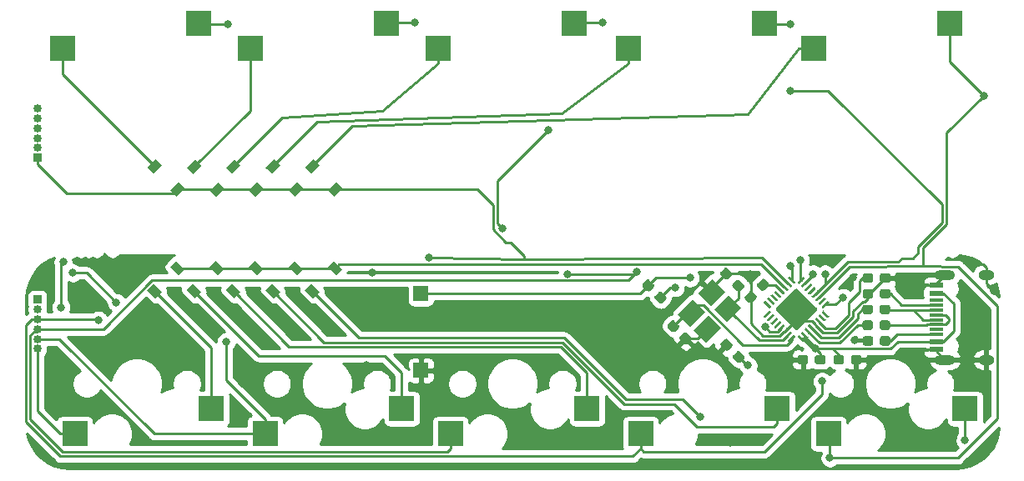
<source format=gbr>
G04 #@! TF.GenerationSoftware,KiCad,Pcbnew,(5.1.5)-3*
G04 #@! TF.CreationDate,2020-05-02T19:50:40+02:00*
G04 #@! TF.ProjectId,kyrremann,6b797272-656d-4616-9e6e-2e6b69636164,rev?*
G04 #@! TF.SameCoordinates,Original*
G04 #@! TF.FileFunction,Copper,L2,Bot*
G04 #@! TF.FilePolarity,Positive*
%FSLAX46Y46*%
G04 Gerber Fmt 4.6, Leading zero omitted, Abs format (unit mm)*
G04 Created by KiCad (PCBNEW (5.1.5)-3) date 2020-05-02 19:50:40*
%MOMM*%
%LPD*%
G04 APERTURE LIST*
%ADD10O,0.850000X0.850000*%
%ADD11R,0.850000X0.850000*%
%ADD12R,2.550000X2.500000*%
%ADD13R,1.450000X0.600000*%
%ADD14R,1.450000X0.300000*%
%ADD15O,2.100000X1.000000*%
%ADD16O,1.600000X1.000000*%
%ADD17C,0.100000*%
%ADD18R,1.500000X1.500000*%
%ADD19C,0.800000*%
%ADD20C,0.250000*%
%ADD21C,0.254000*%
G04 APERTURE END LIST*
D10*
X56800000Y-82200000D03*
X56800000Y-81200000D03*
X56800000Y-80200000D03*
X56800000Y-79200000D03*
X56800000Y-78200000D03*
D11*
X56800000Y-77200000D03*
D10*
X56800000Y-57800000D03*
X56800000Y-58800000D03*
X56800000Y-59800000D03*
X56800000Y-60800000D03*
X56800000Y-61800000D03*
D11*
X56800000Y-62800000D03*
D12*
X117991013Y-90832554D03*
X131841013Y-88292554D03*
D13*
X147955000Y-82250000D03*
X147955000Y-81450000D03*
X147955000Y-76550000D03*
X147955000Y-75750000D03*
X147955000Y-75750000D03*
X147955000Y-76550000D03*
X147955000Y-81450000D03*
X147955000Y-82250000D03*
D14*
X147955000Y-77250000D03*
X147955000Y-77750000D03*
X147955000Y-78250000D03*
X147955000Y-79250000D03*
X147955000Y-79750000D03*
X147955000Y-80250000D03*
X147955000Y-80750000D03*
X147955000Y-78750000D03*
D15*
X148870000Y-83320000D03*
X148870000Y-74680000D03*
D16*
X153050000Y-74680000D03*
X153050000Y-83320000D03*
G04 #@! TA.AperFunction,SMDPad,CuDef*
D17*
G36*
X134071291Y-80789452D02*
G01*
X134077358Y-80790352D01*
X134083308Y-80791842D01*
X134089083Y-80793909D01*
X134094627Y-80796531D01*
X134099888Y-80799684D01*
X134104815Y-80803338D01*
X134109359Y-80807457D01*
X134639689Y-81337787D01*
X134643808Y-81342331D01*
X134647462Y-81347258D01*
X134650615Y-81352519D01*
X134653237Y-81358063D01*
X134655304Y-81363838D01*
X134656794Y-81369788D01*
X134657694Y-81375855D01*
X134657995Y-81381981D01*
X134657694Y-81388107D01*
X134656794Y-81394174D01*
X134655304Y-81400124D01*
X134653237Y-81405899D01*
X134650615Y-81411443D01*
X134647462Y-81416704D01*
X134643808Y-81421631D01*
X134639689Y-81426175D01*
X134551301Y-81514563D01*
X134546757Y-81518682D01*
X134541830Y-81522336D01*
X134536569Y-81525489D01*
X134531025Y-81528111D01*
X134525250Y-81530178D01*
X134519300Y-81531668D01*
X134513233Y-81532568D01*
X134507107Y-81532869D01*
X134500981Y-81532568D01*
X134494914Y-81531668D01*
X134488964Y-81530178D01*
X134483189Y-81528111D01*
X134477645Y-81525489D01*
X134472384Y-81522336D01*
X134467457Y-81518682D01*
X134462913Y-81514563D01*
X133932583Y-80984233D01*
X133928464Y-80979689D01*
X133924810Y-80974762D01*
X133921657Y-80969501D01*
X133919035Y-80963957D01*
X133916968Y-80958182D01*
X133915478Y-80952232D01*
X133914578Y-80946165D01*
X133914277Y-80940039D01*
X133914578Y-80933913D01*
X133915478Y-80927846D01*
X133916968Y-80921896D01*
X133919035Y-80916121D01*
X133921657Y-80910577D01*
X133924810Y-80905316D01*
X133928464Y-80900389D01*
X133932583Y-80895845D01*
X134020971Y-80807457D01*
X134025515Y-80803338D01*
X134030442Y-80799684D01*
X134035703Y-80796531D01*
X134041247Y-80793909D01*
X134047022Y-80791842D01*
X134052972Y-80790352D01*
X134059039Y-80789452D01*
X134065165Y-80789151D01*
X134071291Y-80789452D01*
G37*
G04 #@! TD.AperFunction*
G04 #@! TA.AperFunction,SMDPad,CuDef*
G36*
X134424844Y-80435898D02*
G01*
X134430911Y-80436798D01*
X134436861Y-80438288D01*
X134442636Y-80440355D01*
X134448180Y-80442977D01*
X134453441Y-80446130D01*
X134458368Y-80449784D01*
X134462912Y-80453903D01*
X134993242Y-80984233D01*
X134997361Y-80988777D01*
X135001015Y-80993704D01*
X135004168Y-80998965D01*
X135006790Y-81004509D01*
X135008857Y-81010284D01*
X135010347Y-81016234D01*
X135011247Y-81022301D01*
X135011548Y-81028427D01*
X135011247Y-81034553D01*
X135010347Y-81040620D01*
X135008857Y-81046570D01*
X135006790Y-81052345D01*
X135004168Y-81057889D01*
X135001015Y-81063150D01*
X134997361Y-81068077D01*
X134993242Y-81072621D01*
X134904854Y-81161009D01*
X134900310Y-81165128D01*
X134895383Y-81168782D01*
X134890122Y-81171935D01*
X134884578Y-81174557D01*
X134878803Y-81176624D01*
X134872853Y-81178114D01*
X134866786Y-81179014D01*
X134860660Y-81179315D01*
X134854534Y-81179014D01*
X134848467Y-81178114D01*
X134842517Y-81176624D01*
X134836742Y-81174557D01*
X134831198Y-81171935D01*
X134825937Y-81168782D01*
X134821010Y-81165128D01*
X134816466Y-81161009D01*
X134286136Y-80630679D01*
X134282017Y-80626135D01*
X134278363Y-80621208D01*
X134275210Y-80615947D01*
X134272588Y-80610403D01*
X134270521Y-80604628D01*
X134269031Y-80598678D01*
X134268131Y-80592611D01*
X134267830Y-80586485D01*
X134268131Y-80580359D01*
X134269031Y-80574292D01*
X134270521Y-80568342D01*
X134272588Y-80562567D01*
X134275210Y-80557023D01*
X134278363Y-80551762D01*
X134282017Y-80546835D01*
X134286136Y-80542291D01*
X134374524Y-80453903D01*
X134379068Y-80449784D01*
X134383995Y-80446130D01*
X134389256Y-80442977D01*
X134394800Y-80440355D01*
X134400575Y-80438288D01*
X134406525Y-80436798D01*
X134412592Y-80435898D01*
X134418718Y-80435597D01*
X134424844Y-80435898D01*
G37*
G04 #@! TD.AperFunction*
G04 #@! TA.AperFunction,SMDPad,CuDef*
G36*
X134778398Y-80082345D02*
G01*
X134784465Y-80083245D01*
X134790415Y-80084735D01*
X134796190Y-80086802D01*
X134801734Y-80089424D01*
X134806995Y-80092577D01*
X134811922Y-80096231D01*
X134816466Y-80100350D01*
X135346796Y-80630680D01*
X135350915Y-80635224D01*
X135354569Y-80640151D01*
X135357722Y-80645412D01*
X135360344Y-80650956D01*
X135362411Y-80656731D01*
X135363901Y-80662681D01*
X135364801Y-80668748D01*
X135365102Y-80674874D01*
X135364801Y-80681000D01*
X135363901Y-80687067D01*
X135362411Y-80693017D01*
X135360344Y-80698792D01*
X135357722Y-80704336D01*
X135354569Y-80709597D01*
X135350915Y-80714524D01*
X135346796Y-80719068D01*
X135258408Y-80807456D01*
X135253864Y-80811575D01*
X135248937Y-80815229D01*
X135243676Y-80818382D01*
X135238132Y-80821004D01*
X135232357Y-80823071D01*
X135226407Y-80824561D01*
X135220340Y-80825461D01*
X135214214Y-80825762D01*
X135208088Y-80825461D01*
X135202021Y-80824561D01*
X135196071Y-80823071D01*
X135190296Y-80821004D01*
X135184752Y-80818382D01*
X135179491Y-80815229D01*
X135174564Y-80811575D01*
X135170020Y-80807456D01*
X134639690Y-80277126D01*
X134635571Y-80272582D01*
X134631917Y-80267655D01*
X134628764Y-80262394D01*
X134626142Y-80256850D01*
X134624075Y-80251075D01*
X134622585Y-80245125D01*
X134621685Y-80239058D01*
X134621384Y-80232932D01*
X134621685Y-80226806D01*
X134622585Y-80220739D01*
X134624075Y-80214789D01*
X134626142Y-80209014D01*
X134628764Y-80203470D01*
X134631917Y-80198209D01*
X134635571Y-80193282D01*
X134639690Y-80188738D01*
X134728078Y-80100350D01*
X134732622Y-80096231D01*
X134737549Y-80092577D01*
X134742810Y-80089424D01*
X134748354Y-80086802D01*
X134754129Y-80084735D01*
X134760079Y-80083245D01*
X134766146Y-80082345D01*
X134772272Y-80082044D01*
X134778398Y-80082345D01*
G37*
G04 #@! TD.AperFunction*
G04 #@! TA.AperFunction,SMDPad,CuDef*
G36*
X135131951Y-79728791D02*
G01*
X135138018Y-79729691D01*
X135143968Y-79731181D01*
X135149743Y-79733248D01*
X135155287Y-79735870D01*
X135160548Y-79739023D01*
X135165475Y-79742677D01*
X135170019Y-79746796D01*
X135700349Y-80277126D01*
X135704468Y-80281670D01*
X135708122Y-80286597D01*
X135711275Y-80291858D01*
X135713897Y-80297402D01*
X135715964Y-80303177D01*
X135717454Y-80309127D01*
X135718354Y-80315194D01*
X135718655Y-80321320D01*
X135718354Y-80327446D01*
X135717454Y-80333513D01*
X135715964Y-80339463D01*
X135713897Y-80345238D01*
X135711275Y-80350782D01*
X135708122Y-80356043D01*
X135704468Y-80360970D01*
X135700349Y-80365514D01*
X135611961Y-80453902D01*
X135607417Y-80458021D01*
X135602490Y-80461675D01*
X135597229Y-80464828D01*
X135591685Y-80467450D01*
X135585910Y-80469517D01*
X135579960Y-80471007D01*
X135573893Y-80471907D01*
X135567767Y-80472208D01*
X135561641Y-80471907D01*
X135555574Y-80471007D01*
X135549624Y-80469517D01*
X135543849Y-80467450D01*
X135538305Y-80464828D01*
X135533044Y-80461675D01*
X135528117Y-80458021D01*
X135523573Y-80453902D01*
X134993243Y-79923572D01*
X134989124Y-79919028D01*
X134985470Y-79914101D01*
X134982317Y-79908840D01*
X134979695Y-79903296D01*
X134977628Y-79897521D01*
X134976138Y-79891571D01*
X134975238Y-79885504D01*
X134974937Y-79879378D01*
X134975238Y-79873252D01*
X134976138Y-79867185D01*
X134977628Y-79861235D01*
X134979695Y-79855460D01*
X134982317Y-79849916D01*
X134985470Y-79844655D01*
X134989124Y-79839728D01*
X134993243Y-79835184D01*
X135081631Y-79746796D01*
X135086175Y-79742677D01*
X135091102Y-79739023D01*
X135096363Y-79735870D01*
X135101907Y-79733248D01*
X135107682Y-79731181D01*
X135113632Y-79729691D01*
X135119699Y-79728791D01*
X135125825Y-79728490D01*
X135131951Y-79728791D01*
G37*
G04 #@! TD.AperFunction*
G04 #@! TA.AperFunction,SMDPad,CuDef*
G36*
X135485504Y-79375238D02*
G01*
X135491571Y-79376138D01*
X135497521Y-79377628D01*
X135503296Y-79379695D01*
X135508840Y-79382317D01*
X135514101Y-79385470D01*
X135519028Y-79389124D01*
X135523572Y-79393243D01*
X136053902Y-79923573D01*
X136058021Y-79928117D01*
X136061675Y-79933044D01*
X136064828Y-79938305D01*
X136067450Y-79943849D01*
X136069517Y-79949624D01*
X136071007Y-79955574D01*
X136071907Y-79961641D01*
X136072208Y-79967767D01*
X136071907Y-79973893D01*
X136071007Y-79979960D01*
X136069517Y-79985910D01*
X136067450Y-79991685D01*
X136064828Y-79997229D01*
X136061675Y-80002490D01*
X136058021Y-80007417D01*
X136053902Y-80011961D01*
X135965514Y-80100349D01*
X135960970Y-80104468D01*
X135956043Y-80108122D01*
X135950782Y-80111275D01*
X135945238Y-80113897D01*
X135939463Y-80115964D01*
X135933513Y-80117454D01*
X135927446Y-80118354D01*
X135921320Y-80118655D01*
X135915194Y-80118354D01*
X135909127Y-80117454D01*
X135903177Y-80115964D01*
X135897402Y-80113897D01*
X135891858Y-80111275D01*
X135886597Y-80108122D01*
X135881670Y-80104468D01*
X135877126Y-80100349D01*
X135346796Y-79570019D01*
X135342677Y-79565475D01*
X135339023Y-79560548D01*
X135335870Y-79555287D01*
X135333248Y-79549743D01*
X135331181Y-79543968D01*
X135329691Y-79538018D01*
X135328791Y-79531951D01*
X135328490Y-79525825D01*
X135328791Y-79519699D01*
X135329691Y-79513632D01*
X135331181Y-79507682D01*
X135333248Y-79501907D01*
X135335870Y-79496363D01*
X135339023Y-79491102D01*
X135342677Y-79486175D01*
X135346796Y-79481631D01*
X135435184Y-79393243D01*
X135439728Y-79389124D01*
X135444655Y-79385470D01*
X135449916Y-79382317D01*
X135455460Y-79379695D01*
X135461235Y-79377628D01*
X135467185Y-79376138D01*
X135473252Y-79375238D01*
X135479378Y-79374937D01*
X135485504Y-79375238D01*
G37*
G04 #@! TD.AperFunction*
G04 #@! TA.AperFunction,SMDPad,CuDef*
G36*
X135839058Y-79021685D02*
G01*
X135845125Y-79022585D01*
X135851075Y-79024075D01*
X135856850Y-79026142D01*
X135862394Y-79028764D01*
X135867655Y-79031917D01*
X135872582Y-79035571D01*
X135877126Y-79039690D01*
X136407456Y-79570020D01*
X136411575Y-79574564D01*
X136415229Y-79579491D01*
X136418382Y-79584752D01*
X136421004Y-79590296D01*
X136423071Y-79596071D01*
X136424561Y-79602021D01*
X136425461Y-79608088D01*
X136425762Y-79614214D01*
X136425461Y-79620340D01*
X136424561Y-79626407D01*
X136423071Y-79632357D01*
X136421004Y-79638132D01*
X136418382Y-79643676D01*
X136415229Y-79648937D01*
X136411575Y-79653864D01*
X136407456Y-79658408D01*
X136319068Y-79746796D01*
X136314524Y-79750915D01*
X136309597Y-79754569D01*
X136304336Y-79757722D01*
X136298792Y-79760344D01*
X136293017Y-79762411D01*
X136287067Y-79763901D01*
X136281000Y-79764801D01*
X136274874Y-79765102D01*
X136268748Y-79764801D01*
X136262681Y-79763901D01*
X136256731Y-79762411D01*
X136250956Y-79760344D01*
X136245412Y-79757722D01*
X136240151Y-79754569D01*
X136235224Y-79750915D01*
X136230680Y-79746796D01*
X135700350Y-79216466D01*
X135696231Y-79211922D01*
X135692577Y-79206995D01*
X135689424Y-79201734D01*
X135686802Y-79196190D01*
X135684735Y-79190415D01*
X135683245Y-79184465D01*
X135682345Y-79178398D01*
X135682044Y-79172272D01*
X135682345Y-79166146D01*
X135683245Y-79160079D01*
X135684735Y-79154129D01*
X135686802Y-79148354D01*
X135689424Y-79142810D01*
X135692577Y-79137549D01*
X135696231Y-79132622D01*
X135700350Y-79128078D01*
X135788738Y-79039690D01*
X135793282Y-79035571D01*
X135798209Y-79031917D01*
X135803470Y-79028764D01*
X135809014Y-79026142D01*
X135814789Y-79024075D01*
X135820739Y-79022585D01*
X135826806Y-79021685D01*
X135832932Y-79021384D01*
X135839058Y-79021685D01*
G37*
G04 #@! TD.AperFunction*
G04 #@! TA.AperFunction,SMDPad,CuDef*
G36*
X136192611Y-78668131D02*
G01*
X136198678Y-78669031D01*
X136204628Y-78670521D01*
X136210403Y-78672588D01*
X136215947Y-78675210D01*
X136221208Y-78678363D01*
X136226135Y-78682017D01*
X136230679Y-78686136D01*
X136761009Y-79216466D01*
X136765128Y-79221010D01*
X136768782Y-79225937D01*
X136771935Y-79231198D01*
X136774557Y-79236742D01*
X136776624Y-79242517D01*
X136778114Y-79248467D01*
X136779014Y-79254534D01*
X136779315Y-79260660D01*
X136779014Y-79266786D01*
X136778114Y-79272853D01*
X136776624Y-79278803D01*
X136774557Y-79284578D01*
X136771935Y-79290122D01*
X136768782Y-79295383D01*
X136765128Y-79300310D01*
X136761009Y-79304854D01*
X136672621Y-79393242D01*
X136668077Y-79397361D01*
X136663150Y-79401015D01*
X136657889Y-79404168D01*
X136652345Y-79406790D01*
X136646570Y-79408857D01*
X136640620Y-79410347D01*
X136634553Y-79411247D01*
X136628427Y-79411548D01*
X136622301Y-79411247D01*
X136616234Y-79410347D01*
X136610284Y-79408857D01*
X136604509Y-79406790D01*
X136598965Y-79404168D01*
X136593704Y-79401015D01*
X136588777Y-79397361D01*
X136584233Y-79393242D01*
X136053903Y-78862912D01*
X136049784Y-78858368D01*
X136046130Y-78853441D01*
X136042977Y-78848180D01*
X136040355Y-78842636D01*
X136038288Y-78836861D01*
X136036798Y-78830911D01*
X136035898Y-78824844D01*
X136035597Y-78818718D01*
X136035898Y-78812592D01*
X136036798Y-78806525D01*
X136038288Y-78800575D01*
X136040355Y-78794800D01*
X136042977Y-78789256D01*
X136046130Y-78783995D01*
X136049784Y-78779068D01*
X136053903Y-78774524D01*
X136142291Y-78686136D01*
X136146835Y-78682017D01*
X136151762Y-78678363D01*
X136157023Y-78675210D01*
X136162567Y-78672588D01*
X136168342Y-78670521D01*
X136174292Y-78669031D01*
X136180359Y-78668131D01*
X136186485Y-78667830D01*
X136192611Y-78668131D01*
G37*
G04 #@! TD.AperFunction*
G04 #@! TA.AperFunction,SMDPad,CuDef*
G36*
X136546165Y-78314578D02*
G01*
X136552232Y-78315478D01*
X136558182Y-78316968D01*
X136563957Y-78319035D01*
X136569501Y-78321657D01*
X136574762Y-78324810D01*
X136579689Y-78328464D01*
X136584233Y-78332583D01*
X137114563Y-78862913D01*
X137118682Y-78867457D01*
X137122336Y-78872384D01*
X137125489Y-78877645D01*
X137128111Y-78883189D01*
X137130178Y-78888964D01*
X137131668Y-78894914D01*
X137132568Y-78900981D01*
X137132869Y-78907107D01*
X137132568Y-78913233D01*
X137131668Y-78919300D01*
X137130178Y-78925250D01*
X137128111Y-78931025D01*
X137125489Y-78936569D01*
X137122336Y-78941830D01*
X137118682Y-78946757D01*
X137114563Y-78951301D01*
X137026175Y-79039689D01*
X137021631Y-79043808D01*
X137016704Y-79047462D01*
X137011443Y-79050615D01*
X137005899Y-79053237D01*
X137000124Y-79055304D01*
X136994174Y-79056794D01*
X136988107Y-79057694D01*
X136981981Y-79057995D01*
X136975855Y-79057694D01*
X136969788Y-79056794D01*
X136963838Y-79055304D01*
X136958063Y-79053237D01*
X136952519Y-79050615D01*
X136947258Y-79047462D01*
X136942331Y-79043808D01*
X136937787Y-79039689D01*
X136407457Y-78509359D01*
X136403338Y-78504815D01*
X136399684Y-78499888D01*
X136396531Y-78494627D01*
X136393909Y-78489083D01*
X136391842Y-78483308D01*
X136390352Y-78477358D01*
X136389452Y-78471291D01*
X136389151Y-78465165D01*
X136389452Y-78459039D01*
X136390352Y-78452972D01*
X136391842Y-78447022D01*
X136393909Y-78441247D01*
X136396531Y-78435703D01*
X136399684Y-78430442D01*
X136403338Y-78425515D01*
X136407457Y-78420971D01*
X136495845Y-78332583D01*
X136500389Y-78328464D01*
X136505316Y-78324810D01*
X136510577Y-78321657D01*
X136516121Y-78319035D01*
X136521896Y-78316968D01*
X136527846Y-78315478D01*
X136533913Y-78314578D01*
X136540039Y-78314277D01*
X136546165Y-78314578D01*
G37*
G04 #@! TD.AperFunction*
G04 #@! TA.AperFunction,SMDPad,CuDef*
G36*
X136988107Y-77342306D02*
G01*
X136994174Y-77343206D01*
X137000124Y-77344696D01*
X137005899Y-77346763D01*
X137011443Y-77349385D01*
X137016704Y-77352538D01*
X137021631Y-77356192D01*
X137026175Y-77360311D01*
X137114563Y-77448699D01*
X137118682Y-77453243D01*
X137122336Y-77458170D01*
X137125489Y-77463431D01*
X137128111Y-77468975D01*
X137130178Y-77474750D01*
X137131668Y-77480700D01*
X137132568Y-77486767D01*
X137132869Y-77492893D01*
X137132568Y-77499019D01*
X137131668Y-77505086D01*
X137130178Y-77511036D01*
X137128111Y-77516811D01*
X137125489Y-77522355D01*
X137122336Y-77527616D01*
X137118682Y-77532543D01*
X137114563Y-77537087D01*
X136584233Y-78067417D01*
X136579689Y-78071536D01*
X136574762Y-78075190D01*
X136569501Y-78078343D01*
X136563957Y-78080965D01*
X136558182Y-78083032D01*
X136552232Y-78084522D01*
X136546165Y-78085422D01*
X136540039Y-78085723D01*
X136533913Y-78085422D01*
X136527846Y-78084522D01*
X136521896Y-78083032D01*
X136516121Y-78080965D01*
X136510577Y-78078343D01*
X136505316Y-78075190D01*
X136500389Y-78071536D01*
X136495845Y-78067417D01*
X136407457Y-77979029D01*
X136403338Y-77974485D01*
X136399684Y-77969558D01*
X136396531Y-77964297D01*
X136393909Y-77958753D01*
X136391842Y-77952978D01*
X136390352Y-77947028D01*
X136389452Y-77940961D01*
X136389151Y-77934835D01*
X136389452Y-77928709D01*
X136390352Y-77922642D01*
X136391842Y-77916692D01*
X136393909Y-77910917D01*
X136396531Y-77905373D01*
X136399684Y-77900112D01*
X136403338Y-77895185D01*
X136407457Y-77890641D01*
X136937787Y-77360311D01*
X136942331Y-77356192D01*
X136947258Y-77352538D01*
X136952519Y-77349385D01*
X136958063Y-77346763D01*
X136963838Y-77344696D01*
X136969788Y-77343206D01*
X136975855Y-77342306D01*
X136981981Y-77342005D01*
X136988107Y-77342306D01*
G37*
G04 #@! TD.AperFunction*
G04 #@! TA.AperFunction,SMDPad,CuDef*
G36*
X136634553Y-76988753D02*
G01*
X136640620Y-76989653D01*
X136646570Y-76991143D01*
X136652345Y-76993210D01*
X136657889Y-76995832D01*
X136663150Y-76998985D01*
X136668077Y-77002639D01*
X136672621Y-77006758D01*
X136761009Y-77095146D01*
X136765128Y-77099690D01*
X136768782Y-77104617D01*
X136771935Y-77109878D01*
X136774557Y-77115422D01*
X136776624Y-77121197D01*
X136778114Y-77127147D01*
X136779014Y-77133214D01*
X136779315Y-77139340D01*
X136779014Y-77145466D01*
X136778114Y-77151533D01*
X136776624Y-77157483D01*
X136774557Y-77163258D01*
X136771935Y-77168802D01*
X136768782Y-77174063D01*
X136765128Y-77178990D01*
X136761009Y-77183534D01*
X136230679Y-77713864D01*
X136226135Y-77717983D01*
X136221208Y-77721637D01*
X136215947Y-77724790D01*
X136210403Y-77727412D01*
X136204628Y-77729479D01*
X136198678Y-77730969D01*
X136192611Y-77731869D01*
X136186485Y-77732170D01*
X136180359Y-77731869D01*
X136174292Y-77730969D01*
X136168342Y-77729479D01*
X136162567Y-77727412D01*
X136157023Y-77724790D01*
X136151762Y-77721637D01*
X136146835Y-77717983D01*
X136142291Y-77713864D01*
X136053903Y-77625476D01*
X136049784Y-77620932D01*
X136046130Y-77616005D01*
X136042977Y-77610744D01*
X136040355Y-77605200D01*
X136038288Y-77599425D01*
X136036798Y-77593475D01*
X136035898Y-77587408D01*
X136035597Y-77581282D01*
X136035898Y-77575156D01*
X136036798Y-77569089D01*
X136038288Y-77563139D01*
X136040355Y-77557364D01*
X136042977Y-77551820D01*
X136046130Y-77546559D01*
X136049784Y-77541632D01*
X136053903Y-77537088D01*
X136584233Y-77006758D01*
X136588777Y-77002639D01*
X136593704Y-76998985D01*
X136598965Y-76995832D01*
X136604509Y-76993210D01*
X136610284Y-76991143D01*
X136616234Y-76989653D01*
X136622301Y-76988753D01*
X136628427Y-76988452D01*
X136634553Y-76988753D01*
G37*
G04 #@! TD.AperFunction*
G04 #@! TA.AperFunction,SMDPad,CuDef*
G36*
X136281000Y-76635199D02*
G01*
X136287067Y-76636099D01*
X136293017Y-76637589D01*
X136298792Y-76639656D01*
X136304336Y-76642278D01*
X136309597Y-76645431D01*
X136314524Y-76649085D01*
X136319068Y-76653204D01*
X136407456Y-76741592D01*
X136411575Y-76746136D01*
X136415229Y-76751063D01*
X136418382Y-76756324D01*
X136421004Y-76761868D01*
X136423071Y-76767643D01*
X136424561Y-76773593D01*
X136425461Y-76779660D01*
X136425762Y-76785786D01*
X136425461Y-76791912D01*
X136424561Y-76797979D01*
X136423071Y-76803929D01*
X136421004Y-76809704D01*
X136418382Y-76815248D01*
X136415229Y-76820509D01*
X136411575Y-76825436D01*
X136407456Y-76829980D01*
X135877126Y-77360310D01*
X135872582Y-77364429D01*
X135867655Y-77368083D01*
X135862394Y-77371236D01*
X135856850Y-77373858D01*
X135851075Y-77375925D01*
X135845125Y-77377415D01*
X135839058Y-77378315D01*
X135832932Y-77378616D01*
X135826806Y-77378315D01*
X135820739Y-77377415D01*
X135814789Y-77375925D01*
X135809014Y-77373858D01*
X135803470Y-77371236D01*
X135798209Y-77368083D01*
X135793282Y-77364429D01*
X135788738Y-77360310D01*
X135700350Y-77271922D01*
X135696231Y-77267378D01*
X135692577Y-77262451D01*
X135689424Y-77257190D01*
X135686802Y-77251646D01*
X135684735Y-77245871D01*
X135683245Y-77239921D01*
X135682345Y-77233854D01*
X135682044Y-77227728D01*
X135682345Y-77221602D01*
X135683245Y-77215535D01*
X135684735Y-77209585D01*
X135686802Y-77203810D01*
X135689424Y-77198266D01*
X135692577Y-77193005D01*
X135696231Y-77188078D01*
X135700350Y-77183534D01*
X136230680Y-76653204D01*
X136235224Y-76649085D01*
X136240151Y-76645431D01*
X136245412Y-76642278D01*
X136250956Y-76639656D01*
X136256731Y-76637589D01*
X136262681Y-76636099D01*
X136268748Y-76635199D01*
X136274874Y-76634898D01*
X136281000Y-76635199D01*
G37*
G04 #@! TD.AperFunction*
G04 #@! TA.AperFunction,SMDPad,CuDef*
G36*
X135927446Y-76281646D02*
G01*
X135933513Y-76282546D01*
X135939463Y-76284036D01*
X135945238Y-76286103D01*
X135950782Y-76288725D01*
X135956043Y-76291878D01*
X135960970Y-76295532D01*
X135965514Y-76299651D01*
X136053902Y-76388039D01*
X136058021Y-76392583D01*
X136061675Y-76397510D01*
X136064828Y-76402771D01*
X136067450Y-76408315D01*
X136069517Y-76414090D01*
X136071007Y-76420040D01*
X136071907Y-76426107D01*
X136072208Y-76432233D01*
X136071907Y-76438359D01*
X136071007Y-76444426D01*
X136069517Y-76450376D01*
X136067450Y-76456151D01*
X136064828Y-76461695D01*
X136061675Y-76466956D01*
X136058021Y-76471883D01*
X136053902Y-76476427D01*
X135523572Y-77006757D01*
X135519028Y-77010876D01*
X135514101Y-77014530D01*
X135508840Y-77017683D01*
X135503296Y-77020305D01*
X135497521Y-77022372D01*
X135491571Y-77023862D01*
X135485504Y-77024762D01*
X135479378Y-77025063D01*
X135473252Y-77024762D01*
X135467185Y-77023862D01*
X135461235Y-77022372D01*
X135455460Y-77020305D01*
X135449916Y-77017683D01*
X135444655Y-77014530D01*
X135439728Y-77010876D01*
X135435184Y-77006757D01*
X135346796Y-76918369D01*
X135342677Y-76913825D01*
X135339023Y-76908898D01*
X135335870Y-76903637D01*
X135333248Y-76898093D01*
X135331181Y-76892318D01*
X135329691Y-76886368D01*
X135328791Y-76880301D01*
X135328490Y-76874175D01*
X135328791Y-76868049D01*
X135329691Y-76861982D01*
X135331181Y-76856032D01*
X135333248Y-76850257D01*
X135335870Y-76844713D01*
X135339023Y-76839452D01*
X135342677Y-76834525D01*
X135346796Y-76829981D01*
X135877126Y-76299651D01*
X135881670Y-76295532D01*
X135886597Y-76291878D01*
X135891858Y-76288725D01*
X135897402Y-76286103D01*
X135903177Y-76284036D01*
X135909127Y-76282546D01*
X135915194Y-76281646D01*
X135921320Y-76281345D01*
X135927446Y-76281646D01*
G37*
G04 #@! TD.AperFunction*
G04 #@! TA.AperFunction,SMDPad,CuDef*
G36*
X135573893Y-75928093D02*
G01*
X135579960Y-75928993D01*
X135585910Y-75930483D01*
X135591685Y-75932550D01*
X135597229Y-75935172D01*
X135602490Y-75938325D01*
X135607417Y-75941979D01*
X135611961Y-75946098D01*
X135700349Y-76034486D01*
X135704468Y-76039030D01*
X135708122Y-76043957D01*
X135711275Y-76049218D01*
X135713897Y-76054762D01*
X135715964Y-76060537D01*
X135717454Y-76066487D01*
X135718354Y-76072554D01*
X135718655Y-76078680D01*
X135718354Y-76084806D01*
X135717454Y-76090873D01*
X135715964Y-76096823D01*
X135713897Y-76102598D01*
X135711275Y-76108142D01*
X135708122Y-76113403D01*
X135704468Y-76118330D01*
X135700349Y-76122874D01*
X135170019Y-76653204D01*
X135165475Y-76657323D01*
X135160548Y-76660977D01*
X135155287Y-76664130D01*
X135149743Y-76666752D01*
X135143968Y-76668819D01*
X135138018Y-76670309D01*
X135131951Y-76671209D01*
X135125825Y-76671510D01*
X135119699Y-76671209D01*
X135113632Y-76670309D01*
X135107682Y-76668819D01*
X135101907Y-76666752D01*
X135096363Y-76664130D01*
X135091102Y-76660977D01*
X135086175Y-76657323D01*
X135081631Y-76653204D01*
X134993243Y-76564816D01*
X134989124Y-76560272D01*
X134985470Y-76555345D01*
X134982317Y-76550084D01*
X134979695Y-76544540D01*
X134977628Y-76538765D01*
X134976138Y-76532815D01*
X134975238Y-76526748D01*
X134974937Y-76520622D01*
X134975238Y-76514496D01*
X134976138Y-76508429D01*
X134977628Y-76502479D01*
X134979695Y-76496704D01*
X134982317Y-76491160D01*
X134985470Y-76485899D01*
X134989124Y-76480972D01*
X134993243Y-76476428D01*
X135523573Y-75946098D01*
X135528117Y-75941979D01*
X135533044Y-75938325D01*
X135538305Y-75935172D01*
X135543849Y-75932550D01*
X135549624Y-75930483D01*
X135555574Y-75928993D01*
X135561641Y-75928093D01*
X135567767Y-75927792D01*
X135573893Y-75928093D01*
G37*
G04 #@! TD.AperFunction*
G04 #@! TA.AperFunction,SMDPad,CuDef*
G36*
X135220340Y-75574539D02*
G01*
X135226407Y-75575439D01*
X135232357Y-75576929D01*
X135238132Y-75578996D01*
X135243676Y-75581618D01*
X135248937Y-75584771D01*
X135253864Y-75588425D01*
X135258408Y-75592544D01*
X135346796Y-75680932D01*
X135350915Y-75685476D01*
X135354569Y-75690403D01*
X135357722Y-75695664D01*
X135360344Y-75701208D01*
X135362411Y-75706983D01*
X135363901Y-75712933D01*
X135364801Y-75719000D01*
X135365102Y-75725126D01*
X135364801Y-75731252D01*
X135363901Y-75737319D01*
X135362411Y-75743269D01*
X135360344Y-75749044D01*
X135357722Y-75754588D01*
X135354569Y-75759849D01*
X135350915Y-75764776D01*
X135346796Y-75769320D01*
X134816466Y-76299650D01*
X134811922Y-76303769D01*
X134806995Y-76307423D01*
X134801734Y-76310576D01*
X134796190Y-76313198D01*
X134790415Y-76315265D01*
X134784465Y-76316755D01*
X134778398Y-76317655D01*
X134772272Y-76317956D01*
X134766146Y-76317655D01*
X134760079Y-76316755D01*
X134754129Y-76315265D01*
X134748354Y-76313198D01*
X134742810Y-76310576D01*
X134737549Y-76307423D01*
X134732622Y-76303769D01*
X134728078Y-76299650D01*
X134639690Y-76211262D01*
X134635571Y-76206718D01*
X134631917Y-76201791D01*
X134628764Y-76196530D01*
X134626142Y-76190986D01*
X134624075Y-76185211D01*
X134622585Y-76179261D01*
X134621685Y-76173194D01*
X134621384Y-76167068D01*
X134621685Y-76160942D01*
X134622585Y-76154875D01*
X134624075Y-76148925D01*
X134626142Y-76143150D01*
X134628764Y-76137606D01*
X134631917Y-76132345D01*
X134635571Y-76127418D01*
X134639690Y-76122874D01*
X135170020Y-75592544D01*
X135174564Y-75588425D01*
X135179491Y-75584771D01*
X135184752Y-75581618D01*
X135190296Y-75578996D01*
X135196071Y-75576929D01*
X135202021Y-75575439D01*
X135208088Y-75574539D01*
X135214214Y-75574238D01*
X135220340Y-75574539D01*
G37*
G04 #@! TD.AperFunction*
G04 #@! TA.AperFunction,SMDPad,CuDef*
G36*
X134866786Y-75220986D02*
G01*
X134872853Y-75221886D01*
X134878803Y-75223376D01*
X134884578Y-75225443D01*
X134890122Y-75228065D01*
X134895383Y-75231218D01*
X134900310Y-75234872D01*
X134904854Y-75238991D01*
X134993242Y-75327379D01*
X134997361Y-75331923D01*
X135001015Y-75336850D01*
X135004168Y-75342111D01*
X135006790Y-75347655D01*
X135008857Y-75353430D01*
X135010347Y-75359380D01*
X135011247Y-75365447D01*
X135011548Y-75371573D01*
X135011247Y-75377699D01*
X135010347Y-75383766D01*
X135008857Y-75389716D01*
X135006790Y-75395491D01*
X135004168Y-75401035D01*
X135001015Y-75406296D01*
X134997361Y-75411223D01*
X134993242Y-75415767D01*
X134462912Y-75946097D01*
X134458368Y-75950216D01*
X134453441Y-75953870D01*
X134448180Y-75957023D01*
X134442636Y-75959645D01*
X134436861Y-75961712D01*
X134430911Y-75963202D01*
X134424844Y-75964102D01*
X134418718Y-75964403D01*
X134412592Y-75964102D01*
X134406525Y-75963202D01*
X134400575Y-75961712D01*
X134394800Y-75959645D01*
X134389256Y-75957023D01*
X134383995Y-75953870D01*
X134379068Y-75950216D01*
X134374524Y-75946097D01*
X134286136Y-75857709D01*
X134282017Y-75853165D01*
X134278363Y-75848238D01*
X134275210Y-75842977D01*
X134272588Y-75837433D01*
X134270521Y-75831658D01*
X134269031Y-75825708D01*
X134268131Y-75819641D01*
X134267830Y-75813515D01*
X134268131Y-75807389D01*
X134269031Y-75801322D01*
X134270521Y-75795372D01*
X134272588Y-75789597D01*
X134275210Y-75784053D01*
X134278363Y-75778792D01*
X134282017Y-75773865D01*
X134286136Y-75769321D01*
X134816466Y-75238991D01*
X134821010Y-75234872D01*
X134825937Y-75231218D01*
X134831198Y-75228065D01*
X134836742Y-75225443D01*
X134842517Y-75223376D01*
X134848467Y-75221886D01*
X134854534Y-75220986D01*
X134860660Y-75220685D01*
X134866786Y-75220986D01*
G37*
G04 #@! TD.AperFunction*
G04 #@! TA.AperFunction,SMDPad,CuDef*
G36*
X134513233Y-74867432D02*
G01*
X134519300Y-74868332D01*
X134525250Y-74869822D01*
X134531025Y-74871889D01*
X134536569Y-74874511D01*
X134541830Y-74877664D01*
X134546757Y-74881318D01*
X134551301Y-74885437D01*
X134639689Y-74973825D01*
X134643808Y-74978369D01*
X134647462Y-74983296D01*
X134650615Y-74988557D01*
X134653237Y-74994101D01*
X134655304Y-74999876D01*
X134656794Y-75005826D01*
X134657694Y-75011893D01*
X134657995Y-75018019D01*
X134657694Y-75024145D01*
X134656794Y-75030212D01*
X134655304Y-75036162D01*
X134653237Y-75041937D01*
X134650615Y-75047481D01*
X134647462Y-75052742D01*
X134643808Y-75057669D01*
X134639689Y-75062213D01*
X134109359Y-75592543D01*
X134104815Y-75596662D01*
X134099888Y-75600316D01*
X134094627Y-75603469D01*
X134089083Y-75606091D01*
X134083308Y-75608158D01*
X134077358Y-75609648D01*
X134071291Y-75610548D01*
X134065165Y-75610849D01*
X134059039Y-75610548D01*
X134052972Y-75609648D01*
X134047022Y-75608158D01*
X134041247Y-75606091D01*
X134035703Y-75603469D01*
X134030442Y-75600316D01*
X134025515Y-75596662D01*
X134020971Y-75592543D01*
X133932583Y-75504155D01*
X133928464Y-75499611D01*
X133924810Y-75494684D01*
X133921657Y-75489423D01*
X133919035Y-75483879D01*
X133916968Y-75478104D01*
X133915478Y-75472154D01*
X133914578Y-75466087D01*
X133914277Y-75459961D01*
X133914578Y-75453835D01*
X133915478Y-75447768D01*
X133916968Y-75441818D01*
X133919035Y-75436043D01*
X133921657Y-75430499D01*
X133924810Y-75425238D01*
X133928464Y-75420311D01*
X133932583Y-75415767D01*
X134462913Y-74885437D01*
X134467457Y-74881318D01*
X134472384Y-74877664D01*
X134477645Y-74874511D01*
X134483189Y-74871889D01*
X134488964Y-74869822D01*
X134494914Y-74868332D01*
X134500981Y-74867432D01*
X134507107Y-74867131D01*
X134513233Y-74867432D01*
G37*
G04 #@! TD.AperFunction*
G04 #@! TA.AperFunction,SMDPad,CuDef*
G36*
X133099019Y-74867432D02*
G01*
X133105086Y-74868332D01*
X133111036Y-74869822D01*
X133116811Y-74871889D01*
X133122355Y-74874511D01*
X133127616Y-74877664D01*
X133132543Y-74881318D01*
X133137087Y-74885437D01*
X133667417Y-75415767D01*
X133671536Y-75420311D01*
X133675190Y-75425238D01*
X133678343Y-75430499D01*
X133680965Y-75436043D01*
X133683032Y-75441818D01*
X133684522Y-75447768D01*
X133685422Y-75453835D01*
X133685723Y-75459961D01*
X133685422Y-75466087D01*
X133684522Y-75472154D01*
X133683032Y-75478104D01*
X133680965Y-75483879D01*
X133678343Y-75489423D01*
X133675190Y-75494684D01*
X133671536Y-75499611D01*
X133667417Y-75504155D01*
X133579029Y-75592543D01*
X133574485Y-75596662D01*
X133569558Y-75600316D01*
X133564297Y-75603469D01*
X133558753Y-75606091D01*
X133552978Y-75608158D01*
X133547028Y-75609648D01*
X133540961Y-75610548D01*
X133534835Y-75610849D01*
X133528709Y-75610548D01*
X133522642Y-75609648D01*
X133516692Y-75608158D01*
X133510917Y-75606091D01*
X133505373Y-75603469D01*
X133500112Y-75600316D01*
X133495185Y-75596662D01*
X133490641Y-75592543D01*
X132960311Y-75062213D01*
X132956192Y-75057669D01*
X132952538Y-75052742D01*
X132949385Y-75047481D01*
X132946763Y-75041937D01*
X132944696Y-75036162D01*
X132943206Y-75030212D01*
X132942306Y-75024145D01*
X132942005Y-75018019D01*
X132942306Y-75011893D01*
X132943206Y-75005826D01*
X132944696Y-74999876D01*
X132946763Y-74994101D01*
X132949385Y-74988557D01*
X132952538Y-74983296D01*
X132956192Y-74978369D01*
X132960311Y-74973825D01*
X133048699Y-74885437D01*
X133053243Y-74881318D01*
X133058170Y-74877664D01*
X133063431Y-74874511D01*
X133068975Y-74871889D01*
X133074750Y-74869822D01*
X133080700Y-74868332D01*
X133086767Y-74867432D01*
X133092893Y-74867131D01*
X133099019Y-74867432D01*
G37*
G04 #@! TD.AperFunction*
G04 #@! TA.AperFunction,SMDPad,CuDef*
G36*
X132745466Y-75220986D02*
G01*
X132751533Y-75221886D01*
X132757483Y-75223376D01*
X132763258Y-75225443D01*
X132768802Y-75228065D01*
X132774063Y-75231218D01*
X132778990Y-75234872D01*
X132783534Y-75238991D01*
X133313864Y-75769321D01*
X133317983Y-75773865D01*
X133321637Y-75778792D01*
X133324790Y-75784053D01*
X133327412Y-75789597D01*
X133329479Y-75795372D01*
X133330969Y-75801322D01*
X133331869Y-75807389D01*
X133332170Y-75813515D01*
X133331869Y-75819641D01*
X133330969Y-75825708D01*
X133329479Y-75831658D01*
X133327412Y-75837433D01*
X133324790Y-75842977D01*
X133321637Y-75848238D01*
X133317983Y-75853165D01*
X133313864Y-75857709D01*
X133225476Y-75946097D01*
X133220932Y-75950216D01*
X133216005Y-75953870D01*
X133210744Y-75957023D01*
X133205200Y-75959645D01*
X133199425Y-75961712D01*
X133193475Y-75963202D01*
X133187408Y-75964102D01*
X133181282Y-75964403D01*
X133175156Y-75964102D01*
X133169089Y-75963202D01*
X133163139Y-75961712D01*
X133157364Y-75959645D01*
X133151820Y-75957023D01*
X133146559Y-75953870D01*
X133141632Y-75950216D01*
X133137088Y-75946097D01*
X132606758Y-75415767D01*
X132602639Y-75411223D01*
X132598985Y-75406296D01*
X132595832Y-75401035D01*
X132593210Y-75395491D01*
X132591143Y-75389716D01*
X132589653Y-75383766D01*
X132588753Y-75377699D01*
X132588452Y-75371573D01*
X132588753Y-75365447D01*
X132589653Y-75359380D01*
X132591143Y-75353430D01*
X132593210Y-75347655D01*
X132595832Y-75342111D01*
X132598985Y-75336850D01*
X132602639Y-75331923D01*
X132606758Y-75327379D01*
X132695146Y-75238991D01*
X132699690Y-75234872D01*
X132704617Y-75231218D01*
X132709878Y-75228065D01*
X132715422Y-75225443D01*
X132721197Y-75223376D01*
X132727147Y-75221886D01*
X132733214Y-75220986D01*
X132739340Y-75220685D01*
X132745466Y-75220986D01*
G37*
G04 #@! TD.AperFunction*
G04 #@! TA.AperFunction,SMDPad,CuDef*
G36*
X132391912Y-75574539D02*
G01*
X132397979Y-75575439D01*
X132403929Y-75576929D01*
X132409704Y-75578996D01*
X132415248Y-75581618D01*
X132420509Y-75584771D01*
X132425436Y-75588425D01*
X132429980Y-75592544D01*
X132960310Y-76122874D01*
X132964429Y-76127418D01*
X132968083Y-76132345D01*
X132971236Y-76137606D01*
X132973858Y-76143150D01*
X132975925Y-76148925D01*
X132977415Y-76154875D01*
X132978315Y-76160942D01*
X132978616Y-76167068D01*
X132978315Y-76173194D01*
X132977415Y-76179261D01*
X132975925Y-76185211D01*
X132973858Y-76190986D01*
X132971236Y-76196530D01*
X132968083Y-76201791D01*
X132964429Y-76206718D01*
X132960310Y-76211262D01*
X132871922Y-76299650D01*
X132867378Y-76303769D01*
X132862451Y-76307423D01*
X132857190Y-76310576D01*
X132851646Y-76313198D01*
X132845871Y-76315265D01*
X132839921Y-76316755D01*
X132833854Y-76317655D01*
X132827728Y-76317956D01*
X132821602Y-76317655D01*
X132815535Y-76316755D01*
X132809585Y-76315265D01*
X132803810Y-76313198D01*
X132798266Y-76310576D01*
X132793005Y-76307423D01*
X132788078Y-76303769D01*
X132783534Y-76299650D01*
X132253204Y-75769320D01*
X132249085Y-75764776D01*
X132245431Y-75759849D01*
X132242278Y-75754588D01*
X132239656Y-75749044D01*
X132237589Y-75743269D01*
X132236099Y-75737319D01*
X132235199Y-75731252D01*
X132234898Y-75725126D01*
X132235199Y-75719000D01*
X132236099Y-75712933D01*
X132237589Y-75706983D01*
X132239656Y-75701208D01*
X132242278Y-75695664D01*
X132245431Y-75690403D01*
X132249085Y-75685476D01*
X132253204Y-75680932D01*
X132341592Y-75592544D01*
X132346136Y-75588425D01*
X132351063Y-75584771D01*
X132356324Y-75581618D01*
X132361868Y-75578996D01*
X132367643Y-75576929D01*
X132373593Y-75575439D01*
X132379660Y-75574539D01*
X132385786Y-75574238D01*
X132391912Y-75574539D01*
G37*
G04 #@! TD.AperFunction*
G04 #@! TA.AperFunction,SMDPad,CuDef*
G36*
X132038359Y-75928093D02*
G01*
X132044426Y-75928993D01*
X132050376Y-75930483D01*
X132056151Y-75932550D01*
X132061695Y-75935172D01*
X132066956Y-75938325D01*
X132071883Y-75941979D01*
X132076427Y-75946098D01*
X132606757Y-76476428D01*
X132610876Y-76480972D01*
X132614530Y-76485899D01*
X132617683Y-76491160D01*
X132620305Y-76496704D01*
X132622372Y-76502479D01*
X132623862Y-76508429D01*
X132624762Y-76514496D01*
X132625063Y-76520622D01*
X132624762Y-76526748D01*
X132623862Y-76532815D01*
X132622372Y-76538765D01*
X132620305Y-76544540D01*
X132617683Y-76550084D01*
X132614530Y-76555345D01*
X132610876Y-76560272D01*
X132606757Y-76564816D01*
X132518369Y-76653204D01*
X132513825Y-76657323D01*
X132508898Y-76660977D01*
X132503637Y-76664130D01*
X132498093Y-76666752D01*
X132492318Y-76668819D01*
X132486368Y-76670309D01*
X132480301Y-76671209D01*
X132474175Y-76671510D01*
X132468049Y-76671209D01*
X132461982Y-76670309D01*
X132456032Y-76668819D01*
X132450257Y-76666752D01*
X132444713Y-76664130D01*
X132439452Y-76660977D01*
X132434525Y-76657323D01*
X132429981Y-76653204D01*
X131899651Y-76122874D01*
X131895532Y-76118330D01*
X131891878Y-76113403D01*
X131888725Y-76108142D01*
X131886103Y-76102598D01*
X131884036Y-76096823D01*
X131882546Y-76090873D01*
X131881646Y-76084806D01*
X131881345Y-76078680D01*
X131881646Y-76072554D01*
X131882546Y-76066487D01*
X131884036Y-76060537D01*
X131886103Y-76054762D01*
X131888725Y-76049218D01*
X131891878Y-76043957D01*
X131895532Y-76039030D01*
X131899651Y-76034486D01*
X131988039Y-75946098D01*
X131992583Y-75941979D01*
X131997510Y-75938325D01*
X132002771Y-75935172D01*
X132008315Y-75932550D01*
X132014090Y-75930483D01*
X132020040Y-75928993D01*
X132026107Y-75928093D01*
X132032233Y-75927792D01*
X132038359Y-75928093D01*
G37*
G04 #@! TD.AperFunction*
G04 #@! TA.AperFunction,SMDPad,CuDef*
G36*
X131684806Y-76281646D02*
G01*
X131690873Y-76282546D01*
X131696823Y-76284036D01*
X131702598Y-76286103D01*
X131708142Y-76288725D01*
X131713403Y-76291878D01*
X131718330Y-76295532D01*
X131722874Y-76299651D01*
X132253204Y-76829981D01*
X132257323Y-76834525D01*
X132260977Y-76839452D01*
X132264130Y-76844713D01*
X132266752Y-76850257D01*
X132268819Y-76856032D01*
X132270309Y-76861982D01*
X132271209Y-76868049D01*
X132271510Y-76874175D01*
X132271209Y-76880301D01*
X132270309Y-76886368D01*
X132268819Y-76892318D01*
X132266752Y-76898093D01*
X132264130Y-76903637D01*
X132260977Y-76908898D01*
X132257323Y-76913825D01*
X132253204Y-76918369D01*
X132164816Y-77006757D01*
X132160272Y-77010876D01*
X132155345Y-77014530D01*
X132150084Y-77017683D01*
X132144540Y-77020305D01*
X132138765Y-77022372D01*
X132132815Y-77023862D01*
X132126748Y-77024762D01*
X132120622Y-77025063D01*
X132114496Y-77024762D01*
X132108429Y-77023862D01*
X132102479Y-77022372D01*
X132096704Y-77020305D01*
X132091160Y-77017683D01*
X132085899Y-77014530D01*
X132080972Y-77010876D01*
X132076428Y-77006757D01*
X131546098Y-76476427D01*
X131541979Y-76471883D01*
X131538325Y-76466956D01*
X131535172Y-76461695D01*
X131532550Y-76456151D01*
X131530483Y-76450376D01*
X131528993Y-76444426D01*
X131528093Y-76438359D01*
X131527792Y-76432233D01*
X131528093Y-76426107D01*
X131528993Y-76420040D01*
X131530483Y-76414090D01*
X131532550Y-76408315D01*
X131535172Y-76402771D01*
X131538325Y-76397510D01*
X131541979Y-76392583D01*
X131546098Y-76388039D01*
X131634486Y-76299651D01*
X131639030Y-76295532D01*
X131643957Y-76291878D01*
X131649218Y-76288725D01*
X131654762Y-76286103D01*
X131660537Y-76284036D01*
X131666487Y-76282546D01*
X131672554Y-76281646D01*
X131678680Y-76281345D01*
X131684806Y-76281646D01*
G37*
G04 #@! TD.AperFunction*
G04 #@! TA.AperFunction,SMDPad,CuDef*
G36*
X131331252Y-76635199D02*
G01*
X131337319Y-76636099D01*
X131343269Y-76637589D01*
X131349044Y-76639656D01*
X131354588Y-76642278D01*
X131359849Y-76645431D01*
X131364776Y-76649085D01*
X131369320Y-76653204D01*
X131899650Y-77183534D01*
X131903769Y-77188078D01*
X131907423Y-77193005D01*
X131910576Y-77198266D01*
X131913198Y-77203810D01*
X131915265Y-77209585D01*
X131916755Y-77215535D01*
X131917655Y-77221602D01*
X131917956Y-77227728D01*
X131917655Y-77233854D01*
X131916755Y-77239921D01*
X131915265Y-77245871D01*
X131913198Y-77251646D01*
X131910576Y-77257190D01*
X131907423Y-77262451D01*
X131903769Y-77267378D01*
X131899650Y-77271922D01*
X131811262Y-77360310D01*
X131806718Y-77364429D01*
X131801791Y-77368083D01*
X131796530Y-77371236D01*
X131790986Y-77373858D01*
X131785211Y-77375925D01*
X131779261Y-77377415D01*
X131773194Y-77378315D01*
X131767068Y-77378616D01*
X131760942Y-77378315D01*
X131754875Y-77377415D01*
X131748925Y-77375925D01*
X131743150Y-77373858D01*
X131737606Y-77371236D01*
X131732345Y-77368083D01*
X131727418Y-77364429D01*
X131722874Y-77360310D01*
X131192544Y-76829980D01*
X131188425Y-76825436D01*
X131184771Y-76820509D01*
X131181618Y-76815248D01*
X131178996Y-76809704D01*
X131176929Y-76803929D01*
X131175439Y-76797979D01*
X131174539Y-76791912D01*
X131174238Y-76785786D01*
X131174539Y-76779660D01*
X131175439Y-76773593D01*
X131176929Y-76767643D01*
X131178996Y-76761868D01*
X131181618Y-76756324D01*
X131184771Y-76751063D01*
X131188425Y-76746136D01*
X131192544Y-76741592D01*
X131280932Y-76653204D01*
X131285476Y-76649085D01*
X131290403Y-76645431D01*
X131295664Y-76642278D01*
X131301208Y-76639656D01*
X131306983Y-76637589D01*
X131312933Y-76636099D01*
X131319000Y-76635199D01*
X131325126Y-76634898D01*
X131331252Y-76635199D01*
G37*
G04 #@! TD.AperFunction*
G04 #@! TA.AperFunction,SMDPad,CuDef*
G36*
X130977699Y-76988753D02*
G01*
X130983766Y-76989653D01*
X130989716Y-76991143D01*
X130995491Y-76993210D01*
X131001035Y-76995832D01*
X131006296Y-76998985D01*
X131011223Y-77002639D01*
X131015767Y-77006758D01*
X131546097Y-77537088D01*
X131550216Y-77541632D01*
X131553870Y-77546559D01*
X131557023Y-77551820D01*
X131559645Y-77557364D01*
X131561712Y-77563139D01*
X131563202Y-77569089D01*
X131564102Y-77575156D01*
X131564403Y-77581282D01*
X131564102Y-77587408D01*
X131563202Y-77593475D01*
X131561712Y-77599425D01*
X131559645Y-77605200D01*
X131557023Y-77610744D01*
X131553870Y-77616005D01*
X131550216Y-77620932D01*
X131546097Y-77625476D01*
X131457709Y-77713864D01*
X131453165Y-77717983D01*
X131448238Y-77721637D01*
X131442977Y-77724790D01*
X131437433Y-77727412D01*
X131431658Y-77729479D01*
X131425708Y-77730969D01*
X131419641Y-77731869D01*
X131413515Y-77732170D01*
X131407389Y-77731869D01*
X131401322Y-77730969D01*
X131395372Y-77729479D01*
X131389597Y-77727412D01*
X131384053Y-77724790D01*
X131378792Y-77721637D01*
X131373865Y-77717983D01*
X131369321Y-77713864D01*
X130838991Y-77183534D01*
X130834872Y-77178990D01*
X130831218Y-77174063D01*
X130828065Y-77168802D01*
X130825443Y-77163258D01*
X130823376Y-77157483D01*
X130821886Y-77151533D01*
X130820986Y-77145466D01*
X130820685Y-77139340D01*
X130820986Y-77133214D01*
X130821886Y-77127147D01*
X130823376Y-77121197D01*
X130825443Y-77115422D01*
X130828065Y-77109878D01*
X130831218Y-77104617D01*
X130834872Y-77099690D01*
X130838991Y-77095146D01*
X130927379Y-77006758D01*
X130931923Y-77002639D01*
X130936850Y-76998985D01*
X130942111Y-76995832D01*
X130947655Y-76993210D01*
X130953430Y-76991143D01*
X130959380Y-76989653D01*
X130965447Y-76988753D01*
X130971573Y-76988452D01*
X130977699Y-76988753D01*
G37*
G04 #@! TD.AperFunction*
G04 #@! TA.AperFunction,SMDPad,CuDef*
G36*
X130624145Y-77342306D02*
G01*
X130630212Y-77343206D01*
X130636162Y-77344696D01*
X130641937Y-77346763D01*
X130647481Y-77349385D01*
X130652742Y-77352538D01*
X130657669Y-77356192D01*
X130662213Y-77360311D01*
X131192543Y-77890641D01*
X131196662Y-77895185D01*
X131200316Y-77900112D01*
X131203469Y-77905373D01*
X131206091Y-77910917D01*
X131208158Y-77916692D01*
X131209648Y-77922642D01*
X131210548Y-77928709D01*
X131210849Y-77934835D01*
X131210548Y-77940961D01*
X131209648Y-77947028D01*
X131208158Y-77952978D01*
X131206091Y-77958753D01*
X131203469Y-77964297D01*
X131200316Y-77969558D01*
X131196662Y-77974485D01*
X131192543Y-77979029D01*
X131104155Y-78067417D01*
X131099611Y-78071536D01*
X131094684Y-78075190D01*
X131089423Y-78078343D01*
X131083879Y-78080965D01*
X131078104Y-78083032D01*
X131072154Y-78084522D01*
X131066087Y-78085422D01*
X131059961Y-78085723D01*
X131053835Y-78085422D01*
X131047768Y-78084522D01*
X131041818Y-78083032D01*
X131036043Y-78080965D01*
X131030499Y-78078343D01*
X131025238Y-78075190D01*
X131020311Y-78071536D01*
X131015767Y-78067417D01*
X130485437Y-77537087D01*
X130481318Y-77532543D01*
X130477664Y-77527616D01*
X130474511Y-77522355D01*
X130471889Y-77516811D01*
X130469822Y-77511036D01*
X130468332Y-77505086D01*
X130467432Y-77499019D01*
X130467131Y-77492893D01*
X130467432Y-77486767D01*
X130468332Y-77480700D01*
X130469822Y-77474750D01*
X130471889Y-77468975D01*
X130474511Y-77463431D01*
X130477664Y-77458170D01*
X130481318Y-77453243D01*
X130485437Y-77448699D01*
X130573825Y-77360311D01*
X130578369Y-77356192D01*
X130583296Y-77352538D01*
X130588557Y-77349385D01*
X130594101Y-77346763D01*
X130599876Y-77344696D01*
X130605826Y-77343206D01*
X130611893Y-77342306D01*
X130618019Y-77342005D01*
X130624145Y-77342306D01*
G37*
G04 #@! TD.AperFunction*
G04 #@! TA.AperFunction,SMDPad,CuDef*
G36*
X131066087Y-78314578D02*
G01*
X131072154Y-78315478D01*
X131078104Y-78316968D01*
X131083879Y-78319035D01*
X131089423Y-78321657D01*
X131094684Y-78324810D01*
X131099611Y-78328464D01*
X131104155Y-78332583D01*
X131192543Y-78420971D01*
X131196662Y-78425515D01*
X131200316Y-78430442D01*
X131203469Y-78435703D01*
X131206091Y-78441247D01*
X131208158Y-78447022D01*
X131209648Y-78452972D01*
X131210548Y-78459039D01*
X131210849Y-78465165D01*
X131210548Y-78471291D01*
X131209648Y-78477358D01*
X131208158Y-78483308D01*
X131206091Y-78489083D01*
X131203469Y-78494627D01*
X131200316Y-78499888D01*
X131196662Y-78504815D01*
X131192543Y-78509359D01*
X130662213Y-79039689D01*
X130657669Y-79043808D01*
X130652742Y-79047462D01*
X130647481Y-79050615D01*
X130641937Y-79053237D01*
X130636162Y-79055304D01*
X130630212Y-79056794D01*
X130624145Y-79057694D01*
X130618019Y-79057995D01*
X130611893Y-79057694D01*
X130605826Y-79056794D01*
X130599876Y-79055304D01*
X130594101Y-79053237D01*
X130588557Y-79050615D01*
X130583296Y-79047462D01*
X130578369Y-79043808D01*
X130573825Y-79039689D01*
X130485437Y-78951301D01*
X130481318Y-78946757D01*
X130477664Y-78941830D01*
X130474511Y-78936569D01*
X130471889Y-78931025D01*
X130469822Y-78925250D01*
X130468332Y-78919300D01*
X130467432Y-78913233D01*
X130467131Y-78907107D01*
X130467432Y-78900981D01*
X130468332Y-78894914D01*
X130469822Y-78888964D01*
X130471889Y-78883189D01*
X130474511Y-78877645D01*
X130477664Y-78872384D01*
X130481318Y-78867457D01*
X130485437Y-78862913D01*
X131015767Y-78332583D01*
X131020311Y-78328464D01*
X131025238Y-78324810D01*
X131030499Y-78321657D01*
X131036043Y-78319035D01*
X131041818Y-78316968D01*
X131047768Y-78315478D01*
X131053835Y-78314578D01*
X131059961Y-78314277D01*
X131066087Y-78314578D01*
G37*
G04 #@! TD.AperFunction*
G04 #@! TA.AperFunction,SMDPad,CuDef*
G36*
X131419641Y-78668131D02*
G01*
X131425708Y-78669031D01*
X131431658Y-78670521D01*
X131437433Y-78672588D01*
X131442977Y-78675210D01*
X131448238Y-78678363D01*
X131453165Y-78682017D01*
X131457709Y-78686136D01*
X131546097Y-78774524D01*
X131550216Y-78779068D01*
X131553870Y-78783995D01*
X131557023Y-78789256D01*
X131559645Y-78794800D01*
X131561712Y-78800575D01*
X131563202Y-78806525D01*
X131564102Y-78812592D01*
X131564403Y-78818718D01*
X131564102Y-78824844D01*
X131563202Y-78830911D01*
X131561712Y-78836861D01*
X131559645Y-78842636D01*
X131557023Y-78848180D01*
X131553870Y-78853441D01*
X131550216Y-78858368D01*
X131546097Y-78862912D01*
X131015767Y-79393242D01*
X131011223Y-79397361D01*
X131006296Y-79401015D01*
X131001035Y-79404168D01*
X130995491Y-79406790D01*
X130989716Y-79408857D01*
X130983766Y-79410347D01*
X130977699Y-79411247D01*
X130971573Y-79411548D01*
X130965447Y-79411247D01*
X130959380Y-79410347D01*
X130953430Y-79408857D01*
X130947655Y-79406790D01*
X130942111Y-79404168D01*
X130936850Y-79401015D01*
X130931923Y-79397361D01*
X130927379Y-79393242D01*
X130838991Y-79304854D01*
X130834872Y-79300310D01*
X130831218Y-79295383D01*
X130828065Y-79290122D01*
X130825443Y-79284578D01*
X130823376Y-79278803D01*
X130821886Y-79272853D01*
X130820986Y-79266786D01*
X130820685Y-79260660D01*
X130820986Y-79254534D01*
X130821886Y-79248467D01*
X130823376Y-79242517D01*
X130825443Y-79236742D01*
X130828065Y-79231198D01*
X130831218Y-79225937D01*
X130834872Y-79221010D01*
X130838991Y-79216466D01*
X131369321Y-78686136D01*
X131373865Y-78682017D01*
X131378792Y-78678363D01*
X131384053Y-78675210D01*
X131389597Y-78672588D01*
X131395372Y-78670521D01*
X131401322Y-78669031D01*
X131407389Y-78668131D01*
X131413515Y-78667830D01*
X131419641Y-78668131D01*
G37*
G04 #@! TD.AperFunction*
G04 #@! TA.AperFunction,SMDPad,CuDef*
G36*
X131773194Y-79021685D02*
G01*
X131779261Y-79022585D01*
X131785211Y-79024075D01*
X131790986Y-79026142D01*
X131796530Y-79028764D01*
X131801791Y-79031917D01*
X131806718Y-79035571D01*
X131811262Y-79039690D01*
X131899650Y-79128078D01*
X131903769Y-79132622D01*
X131907423Y-79137549D01*
X131910576Y-79142810D01*
X131913198Y-79148354D01*
X131915265Y-79154129D01*
X131916755Y-79160079D01*
X131917655Y-79166146D01*
X131917956Y-79172272D01*
X131917655Y-79178398D01*
X131916755Y-79184465D01*
X131915265Y-79190415D01*
X131913198Y-79196190D01*
X131910576Y-79201734D01*
X131907423Y-79206995D01*
X131903769Y-79211922D01*
X131899650Y-79216466D01*
X131369320Y-79746796D01*
X131364776Y-79750915D01*
X131359849Y-79754569D01*
X131354588Y-79757722D01*
X131349044Y-79760344D01*
X131343269Y-79762411D01*
X131337319Y-79763901D01*
X131331252Y-79764801D01*
X131325126Y-79765102D01*
X131319000Y-79764801D01*
X131312933Y-79763901D01*
X131306983Y-79762411D01*
X131301208Y-79760344D01*
X131295664Y-79757722D01*
X131290403Y-79754569D01*
X131285476Y-79750915D01*
X131280932Y-79746796D01*
X131192544Y-79658408D01*
X131188425Y-79653864D01*
X131184771Y-79648937D01*
X131181618Y-79643676D01*
X131178996Y-79638132D01*
X131176929Y-79632357D01*
X131175439Y-79626407D01*
X131174539Y-79620340D01*
X131174238Y-79614214D01*
X131174539Y-79608088D01*
X131175439Y-79602021D01*
X131176929Y-79596071D01*
X131178996Y-79590296D01*
X131181618Y-79584752D01*
X131184771Y-79579491D01*
X131188425Y-79574564D01*
X131192544Y-79570020D01*
X131722874Y-79039690D01*
X131727418Y-79035571D01*
X131732345Y-79031917D01*
X131737606Y-79028764D01*
X131743150Y-79026142D01*
X131748925Y-79024075D01*
X131754875Y-79022585D01*
X131760942Y-79021685D01*
X131767068Y-79021384D01*
X131773194Y-79021685D01*
G37*
G04 #@! TD.AperFunction*
G04 #@! TA.AperFunction,SMDPad,CuDef*
G36*
X132126748Y-79375238D02*
G01*
X132132815Y-79376138D01*
X132138765Y-79377628D01*
X132144540Y-79379695D01*
X132150084Y-79382317D01*
X132155345Y-79385470D01*
X132160272Y-79389124D01*
X132164816Y-79393243D01*
X132253204Y-79481631D01*
X132257323Y-79486175D01*
X132260977Y-79491102D01*
X132264130Y-79496363D01*
X132266752Y-79501907D01*
X132268819Y-79507682D01*
X132270309Y-79513632D01*
X132271209Y-79519699D01*
X132271510Y-79525825D01*
X132271209Y-79531951D01*
X132270309Y-79538018D01*
X132268819Y-79543968D01*
X132266752Y-79549743D01*
X132264130Y-79555287D01*
X132260977Y-79560548D01*
X132257323Y-79565475D01*
X132253204Y-79570019D01*
X131722874Y-80100349D01*
X131718330Y-80104468D01*
X131713403Y-80108122D01*
X131708142Y-80111275D01*
X131702598Y-80113897D01*
X131696823Y-80115964D01*
X131690873Y-80117454D01*
X131684806Y-80118354D01*
X131678680Y-80118655D01*
X131672554Y-80118354D01*
X131666487Y-80117454D01*
X131660537Y-80115964D01*
X131654762Y-80113897D01*
X131649218Y-80111275D01*
X131643957Y-80108122D01*
X131639030Y-80104468D01*
X131634486Y-80100349D01*
X131546098Y-80011961D01*
X131541979Y-80007417D01*
X131538325Y-80002490D01*
X131535172Y-79997229D01*
X131532550Y-79991685D01*
X131530483Y-79985910D01*
X131528993Y-79979960D01*
X131528093Y-79973893D01*
X131527792Y-79967767D01*
X131528093Y-79961641D01*
X131528993Y-79955574D01*
X131530483Y-79949624D01*
X131532550Y-79943849D01*
X131535172Y-79938305D01*
X131538325Y-79933044D01*
X131541979Y-79928117D01*
X131546098Y-79923573D01*
X132076428Y-79393243D01*
X132080972Y-79389124D01*
X132085899Y-79385470D01*
X132091160Y-79382317D01*
X132096704Y-79379695D01*
X132102479Y-79377628D01*
X132108429Y-79376138D01*
X132114496Y-79375238D01*
X132120622Y-79374937D01*
X132126748Y-79375238D01*
G37*
G04 #@! TD.AperFunction*
G04 #@! TA.AperFunction,SMDPad,CuDef*
G36*
X132480301Y-79728791D02*
G01*
X132486368Y-79729691D01*
X132492318Y-79731181D01*
X132498093Y-79733248D01*
X132503637Y-79735870D01*
X132508898Y-79739023D01*
X132513825Y-79742677D01*
X132518369Y-79746796D01*
X132606757Y-79835184D01*
X132610876Y-79839728D01*
X132614530Y-79844655D01*
X132617683Y-79849916D01*
X132620305Y-79855460D01*
X132622372Y-79861235D01*
X132623862Y-79867185D01*
X132624762Y-79873252D01*
X132625063Y-79879378D01*
X132624762Y-79885504D01*
X132623862Y-79891571D01*
X132622372Y-79897521D01*
X132620305Y-79903296D01*
X132617683Y-79908840D01*
X132614530Y-79914101D01*
X132610876Y-79919028D01*
X132606757Y-79923572D01*
X132076427Y-80453902D01*
X132071883Y-80458021D01*
X132066956Y-80461675D01*
X132061695Y-80464828D01*
X132056151Y-80467450D01*
X132050376Y-80469517D01*
X132044426Y-80471007D01*
X132038359Y-80471907D01*
X132032233Y-80472208D01*
X132026107Y-80471907D01*
X132020040Y-80471007D01*
X132014090Y-80469517D01*
X132008315Y-80467450D01*
X132002771Y-80464828D01*
X131997510Y-80461675D01*
X131992583Y-80458021D01*
X131988039Y-80453902D01*
X131899651Y-80365514D01*
X131895532Y-80360970D01*
X131891878Y-80356043D01*
X131888725Y-80350782D01*
X131886103Y-80345238D01*
X131884036Y-80339463D01*
X131882546Y-80333513D01*
X131881646Y-80327446D01*
X131881345Y-80321320D01*
X131881646Y-80315194D01*
X131882546Y-80309127D01*
X131884036Y-80303177D01*
X131886103Y-80297402D01*
X131888725Y-80291858D01*
X131891878Y-80286597D01*
X131895532Y-80281670D01*
X131899651Y-80277126D01*
X132429981Y-79746796D01*
X132434525Y-79742677D01*
X132439452Y-79739023D01*
X132444713Y-79735870D01*
X132450257Y-79733248D01*
X132456032Y-79731181D01*
X132461982Y-79729691D01*
X132468049Y-79728791D01*
X132474175Y-79728490D01*
X132480301Y-79728791D01*
G37*
G04 #@! TD.AperFunction*
G04 #@! TA.AperFunction,SMDPad,CuDef*
G36*
X132833854Y-80082345D02*
G01*
X132839921Y-80083245D01*
X132845871Y-80084735D01*
X132851646Y-80086802D01*
X132857190Y-80089424D01*
X132862451Y-80092577D01*
X132867378Y-80096231D01*
X132871922Y-80100350D01*
X132960310Y-80188738D01*
X132964429Y-80193282D01*
X132968083Y-80198209D01*
X132971236Y-80203470D01*
X132973858Y-80209014D01*
X132975925Y-80214789D01*
X132977415Y-80220739D01*
X132978315Y-80226806D01*
X132978616Y-80232932D01*
X132978315Y-80239058D01*
X132977415Y-80245125D01*
X132975925Y-80251075D01*
X132973858Y-80256850D01*
X132971236Y-80262394D01*
X132968083Y-80267655D01*
X132964429Y-80272582D01*
X132960310Y-80277126D01*
X132429980Y-80807456D01*
X132425436Y-80811575D01*
X132420509Y-80815229D01*
X132415248Y-80818382D01*
X132409704Y-80821004D01*
X132403929Y-80823071D01*
X132397979Y-80824561D01*
X132391912Y-80825461D01*
X132385786Y-80825762D01*
X132379660Y-80825461D01*
X132373593Y-80824561D01*
X132367643Y-80823071D01*
X132361868Y-80821004D01*
X132356324Y-80818382D01*
X132351063Y-80815229D01*
X132346136Y-80811575D01*
X132341592Y-80807456D01*
X132253204Y-80719068D01*
X132249085Y-80714524D01*
X132245431Y-80709597D01*
X132242278Y-80704336D01*
X132239656Y-80698792D01*
X132237589Y-80693017D01*
X132236099Y-80687067D01*
X132235199Y-80681000D01*
X132234898Y-80674874D01*
X132235199Y-80668748D01*
X132236099Y-80662681D01*
X132237589Y-80656731D01*
X132239656Y-80650956D01*
X132242278Y-80645412D01*
X132245431Y-80640151D01*
X132249085Y-80635224D01*
X132253204Y-80630680D01*
X132783534Y-80100350D01*
X132788078Y-80096231D01*
X132793005Y-80092577D01*
X132798266Y-80089424D01*
X132803810Y-80086802D01*
X132809585Y-80084735D01*
X132815535Y-80083245D01*
X132821602Y-80082345D01*
X132827728Y-80082044D01*
X132833854Y-80082345D01*
G37*
G04 #@! TD.AperFunction*
G04 #@! TA.AperFunction,SMDPad,CuDef*
G36*
X133187408Y-80435898D02*
G01*
X133193475Y-80436798D01*
X133199425Y-80438288D01*
X133205200Y-80440355D01*
X133210744Y-80442977D01*
X133216005Y-80446130D01*
X133220932Y-80449784D01*
X133225476Y-80453903D01*
X133313864Y-80542291D01*
X133317983Y-80546835D01*
X133321637Y-80551762D01*
X133324790Y-80557023D01*
X133327412Y-80562567D01*
X133329479Y-80568342D01*
X133330969Y-80574292D01*
X133331869Y-80580359D01*
X133332170Y-80586485D01*
X133331869Y-80592611D01*
X133330969Y-80598678D01*
X133329479Y-80604628D01*
X133327412Y-80610403D01*
X133324790Y-80615947D01*
X133321637Y-80621208D01*
X133317983Y-80626135D01*
X133313864Y-80630679D01*
X132783534Y-81161009D01*
X132778990Y-81165128D01*
X132774063Y-81168782D01*
X132768802Y-81171935D01*
X132763258Y-81174557D01*
X132757483Y-81176624D01*
X132751533Y-81178114D01*
X132745466Y-81179014D01*
X132739340Y-81179315D01*
X132733214Y-81179014D01*
X132727147Y-81178114D01*
X132721197Y-81176624D01*
X132715422Y-81174557D01*
X132709878Y-81171935D01*
X132704617Y-81168782D01*
X132699690Y-81165128D01*
X132695146Y-81161009D01*
X132606758Y-81072621D01*
X132602639Y-81068077D01*
X132598985Y-81063150D01*
X132595832Y-81057889D01*
X132593210Y-81052345D01*
X132591143Y-81046570D01*
X132589653Y-81040620D01*
X132588753Y-81034553D01*
X132588452Y-81028427D01*
X132588753Y-81022301D01*
X132589653Y-81016234D01*
X132591143Y-81010284D01*
X132593210Y-81004509D01*
X132595832Y-80998965D01*
X132598985Y-80993704D01*
X132602639Y-80988777D01*
X132606758Y-80984233D01*
X133137088Y-80453903D01*
X133141632Y-80449784D01*
X133146559Y-80446130D01*
X133151820Y-80442977D01*
X133157364Y-80440355D01*
X133163139Y-80438288D01*
X133169089Y-80436798D01*
X133175156Y-80435898D01*
X133181282Y-80435597D01*
X133187408Y-80435898D01*
G37*
G04 #@! TD.AperFunction*
G04 #@! TA.AperFunction,SMDPad,CuDef*
G36*
X133540961Y-80789452D02*
G01*
X133547028Y-80790352D01*
X133552978Y-80791842D01*
X133558753Y-80793909D01*
X133564297Y-80796531D01*
X133569558Y-80799684D01*
X133574485Y-80803338D01*
X133579029Y-80807457D01*
X133667417Y-80895845D01*
X133671536Y-80900389D01*
X133675190Y-80905316D01*
X133678343Y-80910577D01*
X133680965Y-80916121D01*
X133683032Y-80921896D01*
X133684522Y-80927846D01*
X133685422Y-80933913D01*
X133685723Y-80940039D01*
X133685422Y-80946165D01*
X133684522Y-80952232D01*
X133683032Y-80958182D01*
X133680965Y-80963957D01*
X133678343Y-80969501D01*
X133675190Y-80974762D01*
X133671536Y-80979689D01*
X133667417Y-80984233D01*
X133137087Y-81514563D01*
X133132543Y-81518682D01*
X133127616Y-81522336D01*
X133122355Y-81525489D01*
X133116811Y-81528111D01*
X133111036Y-81530178D01*
X133105086Y-81531668D01*
X133099019Y-81532568D01*
X133092893Y-81532869D01*
X133086767Y-81532568D01*
X133080700Y-81531668D01*
X133074750Y-81530178D01*
X133068975Y-81528111D01*
X133063431Y-81525489D01*
X133058170Y-81522336D01*
X133053243Y-81518682D01*
X133048699Y-81514563D01*
X132960311Y-81426175D01*
X132956192Y-81421631D01*
X132952538Y-81416704D01*
X132949385Y-81411443D01*
X132946763Y-81405899D01*
X132944696Y-81400124D01*
X132943206Y-81394174D01*
X132942306Y-81388107D01*
X132942005Y-81381981D01*
X132942306Y-81375855D01*
X132943206Y-81369788D01*
X132944696Y-81363838D01*
X132946763Y-81358063D01*
X132949385Y-81352519D01*
X132952538Y-81347258D01*
X132956192Y-81342331D01*
X132960311Y-81337787D01*
X133490641Y-80807457D01*
X133495185Y-80803338D01*
X133500112Y-80799684D01*
X133505373Y-80796531D01*
X133510917Y-80793909D01*
X133516692Y-80791842D01*
X133522642Y-80790352D01*
X133528709Y-80789452D01*
X133534835Y-80789151D01*
X133540961Y-80789452D01*
G37*
G04 #@! TD.AperFunction*
G04 #@! TA.AperFunction,SMDPad,CuDef*
G36*
X133824504Y-76112726D02*
G01*
X133848772Y-76116326D01*
X133872571Y-76122287D01*
X133895670Y-76130552D01*
X133917849Y-76141042D01*
X133938892Y-76153654D01*
X133958598Y-76168269D01*
X133976776Y-76184745D01*
X135815255Y-78023224D01*
X135831731Y-78041402D01*
X135846346Y-78061108D01*
X135858958Y-78082151D01*
X135869448Y-78104330D01*
X135877713Y-78127429D01*
X135883674Y-78151228D01*
X135887274Y-78175496D01*
X135888478Y-78200000D01*
X135887274Y-78224504D01*
X135883674Y-78248772D01*
X135877713Y-78272571D01*
X135869448Y-78295670D01*
X135858958Y-78317849D01*
X135846346Y-78338892D01*
X135831731Y-78358598D01*
X135815255Y-78376776D01*
X133976776Y-80215255D01*
X133958598Y-80231731D01*
X133938892Y-80246346D01*
X133917849Y-80258958D01*
X133895670Y-80269448D01*
X133872571Y-80277713D01*
X133848772Y-80283674D01*
X133824504Y-80287274D01*
X133800000Y-80288478D01*
X133775496Y-80287274D01*
X133751228Y-80283674D01*
X133727429Y-80277713D01*
X133704330Y-80269448D01*
X133682151Y-80258958D01*
X133661108Y-80246346D01*
X133641402Y-80231731D01*
X133623224Y-80215255D01*
X131784745Y-78376776D01*
X131768269Y-78358598D01*
X131753654Y-78338892D01*
X131741042Y-78317849D01*
X131730552Y-78295670D01*
X131722287Y-78272571D01*
X131716326Y-78248772D01*
X131712726Y-78224504D01*
X131711522Y-78200000D01*
X131712726Y-78175496D01*
X131716326Y-78151228D01*
X131722287Y-78127429D01*
X131730552Y-78104330D01*
X131741042Y-78082151D01*
X131753654Y-78061108D01*
X131768269Y-78041402D01*
X131784745Y-78023224D01*
X133623224Y-76184745D01*
X133641402Y-76168269D01*
X133661108Y-76153654D01*
X133682151Y-76141042D01*
X133704330Y-76130552D01*
X133727429Y-76122287D01*
X133751228Y-76116326D01*
X133775496Y-76112726D01*
X133800000Y-76111522D01*
X133824504Y-76112726D01*
G37*
G04 #@! TD.AperFunction*
G04 #@! TA.AperFunction,SMDPad,CuDef*
G36*
X136510780Y-82826144D02*
G01*
X136533835Y-82829563D01*
X136556444Y-82835227D01*
X136578388Y-82843079D01*
X136599458Y-82853044D01*
X136619449Y-82865026D01*
X136638169Y-82878910D01*
X136655439Y-82894562D01*
X136671091Y-82911832D01*
X136684975Y-82930552D01*
X136696957Y-82950543D01*
X136706922Y-82971613D01*
X136714774Y-82993557D01*
X136720438Y-83016166D01*
X136723857Y-83039221D01*
X136725001Y-83062500D01*
X136725001Y-83537500D01*
X136723857Y-83560779D01*
X136720438Y-83583834D01*
X136714774Y-83606443D01*
X136706922Y-83628387D01*
X136696957Y-83649457D01*
X136684975Y-83669448D01*
X136671091Y-83688168D01*
X136655439Y-83705438D01*
X136638169Y-83721090D01*
X136619449Y-83734974D01*
X136599458Y-83746956D01*
X136578388Y-83756921D01*
X136556444Y-83764773D01*
X136533835Y-83770437D01*
X136510780Y-83773856D01*
X136487501Y-83775000D01*
X135912501Y-83775000D01*
X135889222Y-83773856D01*
X135866167Y-83770437D01*
X135843558Y-83764773D01*
X135821614Y-83756921D01*
X135800544Y-83746956D01*
X135780553Y-83734974D01*
X135761833Y-83721090D01*
X135744563Y-83705438D01*
X135728911Y-83688168D01*
X135715027Y-83669448D01*
X135703045Y-83649457D01*
X135693080Y-83628387D01*
X135685228Y-83606443D01*
X135679564Y-83583834D01*
X135676145Y-83560779D01*
X135675001Y-83537500D01*
X135675001Y-83062500D01*
X135676145Y-83039221D01*
X135679564Y-83016166D01*
X135685228Y-82993557D01*
X135693080Y-82971613D01*
X135703045Y-82950543D01*
X135715027Y-82930552D01*
X135728911Y-82911832D01*
X135744563Y-82894562D01*
X135761833Y-82878910D01*
X135780553Y-82865026D01*
X135800544Y-82853044D01*
X135821614Y-82843079D01*
X135843558Y-82835227D01*
X135866167Y-82829563D01*
X135889222Y-82826144D01*
X135912501Y-82825000D01*
X136487501Y-82825000D01*
X136510780Y-82826144D01*
G37*
G04 #@! TD.AperFunction*
G04 #@! TA.AperFunction,SMDPad,CuDef*
G36*
X134760780Y-82826144D02*
G01*
X134783835Y-82829563D01*
X134806444Y-82835227D01*
X134828388Y-82843079D01*
X134849458Y-82853044D01*
X134869449Y-82865026D01*
X134888169Y-82878910D01*
X134905439Y-82894562D01*
X134921091Y-82911832D01*
X134934975Y-82930552D01*
X134946957Y-82950543D01*
X134956922Y-82971613D01*
X134964774Y-82993557D01*
X134970438Y-83016166D01*
X134973857Y-83039221D01*
X134975001Y-83062500D01*
X134975001Y-83537500D01*
X134973857Y-83560779D01*
X134970438Y-83583834D01*
X134964774Y-83606443D01*
X134956922Y-83628387D01*
X134946957Y-83649457D01*
X134934975Y-83669448D01*
X134921091Y-83688168D01*
X134905439Y-83705438D01*
X134888169Y-83721090D01*
X134869449Y-83734974D01*
X134849458Y-83746956D01*
X134828388Y-83756921D01*
X134806444Y-83764773D01*
X134783835Y-83770437D01*
X134760780Y-83773856D01*
X134737501Y-83775000D01*
X134162501Y-83775000D01*
X134139222Y-83773856D01*
X134116167Y-83770437D01*
X134093558Y-83764773D01*
X134071614Y-83756921D01*
X134050544Y-83746956D01*
X134030553Y-83734974D01*
X134011833Y-83721090D01*
X133994563Y-83705438D01*
X133978911Y-83688168D01*
X133965027Y-83669448D01*
X133953045Y-83649457D01*
X133943080Y-83628387D01*
X133935228Y-83606443D01*
X133929564Y-83583834D01*
X133926145Y-83560779D01*
X133925001Y-83537500D01*
X133925001Y-83062500D01*
X133926145Y-83039221D01*
X133929564Y-83016166D01*
X133935228Y-82993557D01*
X133943080Y-82971613D01*
X133953045Y-82950543D01*
X133965027Y-82930552D01*
X133978911Y-82911832D01*
X133994563Y-82894562D01*
X134011833Y-82878910D01*
X134030553Y-82865026D01*
X134050544Y-82853044D01*
X134071614Y-82843079D01*
X134093558Y-82835227D01*
X134116167Y-82829563D01*
X134139222Y-82826144D01*
X134162501Y-82825000D01*
X134737501Y-82825000D01*
X134760780Y-82826144D01*
G37*
G04 #@! TD.AperFunction*
G04 #@! TA.AperFunction,SMDPad,CuDef*
G36*
X140160779Y-82826144D02*
G01*
X140183834Y-82829563D01*
X140206443Y-82835227D01*
X140228387Y-82843079D01*
X140249457Y-82853044D01*
X140269448Y-82865026D01*
X140288168Y-82878910D01*
X140305438Y-82894562D01*
X140321090Y-82911832D01*
X140334974Y-82930552D01*
X140346956Y-82950543D01*
X140356921Y-82971613D01*
X140364773Y-82993557D01*
X140370437Y-83016166D01*
X140373856Y-83039221D01*
X140375000Y-83062500D01*
X140375000Y-83537500D01*
X140373856Y-83560779D01*
X140370437Y-83583834D01*
X140364773Y-83606443D01*
X140356921Y-83628387D01*
X140346956Y-83649457D01*
X140334974Y-83669448D01*
X140321090Y-83688168D01*
X140305438Y-83705438D01*
X140288168Y-83721090D01*
X140269448Y-83734974D01*
X140249457Y-83746956D01*
X140228387Y-83756921D01*
X140206443Y-83764773D01*
X140183834Y-83770437D01*
X140160779Y-83773856D01*
X140137500Y-83775000D01*
X139562500Y-83775000D01*
X139539221Y-83773856D01*
X139516166Y-83770437D01*
X139493557Y-83764773D01*
X139471613Y-83756921D01*
X139450543Y-83746956D01*
X139430552Y-83734974D01*
X139411832Y-83721090D01*
X139394562Y-83705438D01*
X139378910Y-83688168D01*
X139365026Y-83669448D01*
X139353044Y-83649457D01*
X139343079Y-83628387D01*
X139335227Y-83606443D01*
X139329563Y-83583834D01*
X139326144Y-83560779D01*
X139325000Y-83537500D01*
X139325000Y-83062500D01*
X139326144Y-83039221D01*
X139329563Y-83016166D01*
X139335227Y-82993557D01*
X139343079Y-82971613D01*
X139353044Y-82950543D01*
X139365026Y-82930552D01*
X139378910Y-82911832D01*
X139394562Y-82894562D01*
X139411832Y-82878910D01*
X139430552Y-82865026D01*
X139450543Y-82853044D01*
X139471613Y-82843079D01*
X139493557Y-82835227D01*
X139516166Y-82829563D01*
X139539221Y-82826144D01*
X139562500Y-82825000D01*
X140137500Y-82825000D01*
X140160779Y-82826144D01*
G37*
G04 #@! TD.AperFunction*
G04 #@! TA.AperFunction,SMDPad,CuDef*
G36*
X138410779Y-82826144D02*
G01*
X138433834Y-82829563D01*
X138456443Y-82835227D01*
X138478387Y-82843079D01*
X138499457Y-82853044D01*
X138519448Y-82865026D01*
X138538168Y-82878910D01*
X138555438Y-82894562D01*
X138571090Y-82911832D01*
X138584974Y-82930552D01*
X138596956Y-82950543D01*
X138606921Y-82971613D01*
X138614773Y-82993557D01*
X138620437Y-83016166D01*
X138623856Y-83039221D01*
X138625000Y-83062500D01*
X138625000Y-83537500D01*
X138623856Y-83560779D01*
X138620437Y-83583834D01*
X138614773Y-83606443D01*
X138606921Y-83628387D01*
X138596956Y-83649457D01*
X138584974Y-83669448D01*
X138571090Y-83688168D01*
X138555438Y-83705438D01*
X138538168Y-83721090D01*
X138519448Y-83734974D01*
X138499457Y-83746956D01*
X138478387Y-83756921D01*
X138456443Y-83764773D01*
X138433834Y-83770437D01*
X138410779Y-83773856D01*
X138387500Y-83775000D01*
X137812500Y-83775000D01*
X137789221Y-83773856D01*
X137766166Y-83770437D01*
X137743557Y-83764773D01*
X137721613Y-83756921D01*
X137700543Y-83746956D01*
X137680552Y-83734974D01*
X137661832Y-83721090D01*
X137644562Y-83705438D01*
X137628910Y-83688168D01*
X137615026Y-83669448D01*
X137603044Y-83649457D01*
X137593079Y-83628387D01*
X137585227Y-83606443D01*
X137579563Y-83583834D01*
X137576144Y-83560779D01*
X137575000Y-83537500D01*
X137575000Y-83062500D01*
X137576144Y-83039221D01*
X137579563Y-83016166D01*
X137585227Y-82993557D01*
X137593079Y-82971613D01*
X137603044Y-82950543D01*
X137615026Y-82930552D01*
X137628910Y-82911832D01*
X137644562Y-82894562D01*
X137661832Y-82878910D01*
X137680552Y-82865026D01*
X137700543Y-82853044D01*
X137721613Y-82843079D01*
X137743557Y-82835227D01*
X137766166Y-82829563D01*
X137789221Y-82826144D01*
X137812500Y-82825000D01*
X138387500Y-82825000D01*
X138410779Y-82826144D01*
G37*
G04 #@! TD.AperFunction*
G04 #@! TA.AperFunction,SMDPad,CuDef*
G36*
X143110778Y-74526144D02*
G01*
X143133833Y-74529563D01*
X143156442Y-74535227D01*
X143178386Y-74543079D01*
X143199456Y-74553044D01*
X143219447Y-74565026D01*
X143238167Y-74578910D01*
X143255437Y-74594562D01*
X143271089Y-74611832D01*
X143284973Y-74630552D01*
X143296955Y-74650543D01*
X143306920Y-74671613D01*
X143314772Y-74693557D01*
X143320436Y-74716166D01*
X143323855Y-74739221D01*
X143324999Y-74762500D01*
X143324999Y-75237500D01*
X143323855Y-75260779D01*
X143320436Y-75283834D01*
X143314772Y-75306443D01*
X143306920Y-75328387D01*
X143296955Y-75349457D01*
X143284973Y-75369448D01*
X143271089Y-75388168D01*
X143255437Y-75405438D01*
X143238167Y-75421090D01*
X143219447Y-75434974D01*
X143199456Y-75446956D01*
X143178386Y-75456921D01*
X143156442Y-75464773D01*
X143133833Y-75470437D01*
X143110778Y-75473856D01*
X143087499Y-75475000D01*
X142512499Y-75475000D01*
X142489220Y-75473856D01*
X142466165Y-75470437D01*
X142443556Y-75464773D01*
X142421612Y-75456921D01*
X142400542Y-75446956D01*
X142380551Y-75434974D01*
X142361831Y-75421090D01*
X142344561Y-75405438D01*
X142328909Y-75388168D01*
X142315025Y-75369448D01*
X142303043Y-75349457D01*
X142293078Y-75328387D01*
X142285226Y-75306443D01*
X142279562Y-75283834D01*
X142276143Y-75260779D01*
X142274999Y-75237500D01*
X142274999Y-74762500D01*
X142276143Y-74739221D01*
X142279562Y-74716166D01*
X142285226Y-74693557D01*
X142293078Y-74671613D01*
X142303043Y-74650543D01*
X142315025Y-74630552D01*
X142328909Y-74611832D01*
X142344561Y-74594562D01*
X142361831Y-74578910D01*
X142380551Y-74565026D01*
X142400542Y-74553044D01*
X142421612Y-74543079D01*
X142443556Y-74535227D01*
X142466165Y-74529563D01*
X142489220Y-74526144D01*
X142512499Y-74525000D01*
X143087499Y-74525000D01*
X143110778Y-74526144D01*
G37*
G04 #@! TD.AperFunction*
G04 #@! TA.AperFunction,SMDPad,CuDef*
G36*
X141360778Y-74526144D02*
G01*
X141383833Y-74529563D01*
X141406442Y-74535227D01*
X141428386Y-74543079D01*
X141449456Y-74553044D01*
X141469447Y-74565026D01*
X141488167Y-74578910D01*
X141505437Y-74594562D01*
X141521089Y-74611832D01*
X141534973Y-74630552D01*
X141546955Y-74650543D01*
X141556920Y-74671613D01*
X141564772Y-74693557D01*
X141570436Y-74716166D01*
X141573855Y-74739221D01*
X141574999Y-74762500D01*
X141574999Y-75237500D01*
X141573855Y-75260779D01*
X141570436Y-75283834D01*
X141564772Y-75306443D01*
X141556920Y-75328387D01*
X141546955Y-75349457D01*
X141534973Y-75369448D01*
X141521089Y-75388168D01*
X141505437Y-75405438D01*
X141488167Y-75421090D01*
X141469447Y-75434974D01*
X141449456Y-75446956D01*
X141428386Y-75456921D01*
X141406442Y-75464773D01*
X141383833Y-75470437D01*
X141360778Y-75473856D01*
X141337499Y-75475000D01*
X140762499Y-75475000D01*
X140739220Y-75473856D01*
X140716165Y-75470437D01*
X140693556Y-75464773D01*
X140671612Y-75456921D01*
X140650542Y-75446956D01*
X140630551Y-75434974D01*
X140611831Y-75421090D01*
X140594561Y-75405438D01*
X140578909Y-75388168D01*
X140565025Y-75369448D01*
X140553043Y-75349457D01*
X140543078Y-75328387D01*
X140535226Y-75306443D01*
X140529562Y-75283834D01*
X140526143Y-75260779D01*
X140524999Y-75237500D01*
X140524999Y-74762500D01*
X140526143Y-74739221D01*
X140529562Y-74716166D01*
X140535226Y-74693557D01*
X140543078Y-74671613D01*
X140553043Y-74650543D01*
X140565025Y-74630552D01*
X140578909Y-74611832D01*
X140594561Y-74594562D01*
X140611831Y-74578910D01*
X140630551Y-74565026D01*
X140650542Y-74553044D01*
X140671612Y-74543079D01*
X140693556Y-74535227D01*
X140716165Y-74529563D01*
X140739220Y-74526144D01*
X140762499Y-74525000D01*
X141337499Y-74525000D01*
X141360778Y-74526144D01*
G37*
G04 #@! TD.AperFunction*
G04 #@! TA.AperFunction,SMDPad,CuDef*
G36*
X127925360Y-82429849D02*
G01*
X127948415Y-82433268D01*
X127971024Y-82438932D01*
X127992968Y-82446784D01*
X128014038Y-82456749D01*
X128034029Y-82468731D01*
X128052749Y-82482615D01*
X128070019Y-82498267D01*
X128476605Y-82904853D01*
X128492257Y-82922123D01*
X128506141Y-82940843D01*
X128518123Y-82960834D01*
X128528088Y-82981904D01*
X128535940Y-83003848D01*
X128541604Y-83026457D01*
X128545023Y-83049512D01*
X128546167Y-83072791D01*
X128545023Y-83096070D01*
X128541604Y-83119125D01*
X128535940Y-83141734D01*
X128528088Y-83163678D01*
X128518123Y-83184748D01*
X128506141Y-83204739D01*
X128492257Y-83223459D01*
X128476605Y-83240729D01*
X128140729Y-83576605D01*
X128123459Y-83592257D01*
X128104739Y-83606141D01*
X128084748Y-83618123D01*
X128063678Y-83628088D01*
X128041734Y-83635940D01*
X128019125Y-83641604D01*
X127996070Y-83645023D01*
X127972791Y-83646167D01*
X127949512Y-83645023D01*
X127926457Y-83641604D01*
X127903848Y-83635940D01*
X127881904Y-83628088D01*
X127860834Y-83618123D01*
X127840843Y-83606141D01*
X127822123Y-83592257D01*
X127804853Y-83576605D01*
X127398267Y-83170019D01*
X127382615Y-83152749D01*
X127368731Y-83134029D01*
X127356749Y-83114038D01*
X127346784Y-83092968D01*
X127338932Y-83071024D01*
X127333268Y-83048415D01*
X127329849Y-83025360D01*
X127328705Y-83002081D01*
X127329849Y-82978802D01*
X127333268Y-82955747D01*
X127338932Y-82933138D01*
X127346784Y-82911194D01*
X127356749Y-82890124D01*
X127368731Y-82870133D01*
X127382615Y-82851413D01*
X127398267Y-82834143D01*
X127734143Y-82498267D01*
X127751413Y-82482615D01*
X127770133Y-82468731D01*
X127790124Y-82456749D01*
X127811194Y-82446784D01*
X127833138Y-82438932D01*
X127855747Y-82433268D01*
X127878802Y-82429849D01*
X127902081Y-82428705D01*
X127925360Y-82429849D01*
G37*
G04 #@! TD.AperFunction*
G04 #@! TA.AperFunction,SMDPad,CuDef*
G36*
X126687924Y-81192413D02*
G01*
X126710979Y-81195832D01*
X126733588Y-81201496D01*
X126755532Y-81209348D01*
X126776602Y-81219313D01*
X126796593Y-81231295D01*
X126815313Y-81245179D01*
X126832583Y-81260831D01*
X127239169Y-81667417D01*
X127254821Y-81684687D01*
X127268705Y-81703407D01*
X127280687Y-81723398D01*
X127290652Y-81744468D01*
X127298504Y-81766412D01*
X127304168Y-81789021D01*
X127307587Y-81812076D01*
X127308731Y-81835355D01*
X127307587Y-81858634D01*
X127304168Y-81881689D01*
X127298504Y-81904298D01*
X127290652Y-81926242D01*
X127280687Y-81947312D01*
X127268705Y-81967303D01*
X127254821Y-81986023D01*
X127239169Y-82003293D01*
X126903293Y-82339169D01*
X126886023Y-82354821D01*
X126867303Y-82368705D01*
X126847312Y-82380687D01*
X126826242Y-82390652D01*
X126804298Y-82398504D01*
X126781689Y-82404168D01*
X126758634Y-82407587D01*
X126735355Y-82408731D01*
X126712076Y-82407587D01*
X126689021Y-82404168D01*
X126666412Y-82398504D01*
X126644468Y-82390652D01*
X126623398Y-82380687D01*
X126603407Y-82368705D01*
X126584687Y-82354821D01*
X126567417Y-82339169D01*
X126160831Y-81932583D01*
X126145179Y-81915313D01*
X126131295Y-81896593D01*
X126119313Y-81876602D01*
X126109348Y-81855532D01*
X126101496Y-81833588D01*
X126095832Y-81810979D01*
X126092413Y-81787924D01*
X126091269Y-81764645D01*
X126092413Y-81741366D01*
X126095832Y-81718311D01*
X126101496Y-81695702D01*
X126109348Y-81673758D01*
X126119313Y-81652688D01*
X126131295Y-81632697D01*
X126145179Y-81613977D01*
X126160831Y-81596707D01*
X126496707Y-81260831D01*
X126513977Y-81245179D01*
X126532697Y-81231295D01*
X126552688Y-81219313D01*
X126573758Y-81209348D01*
X126595702Y-81201496D01*
X126618311Y-81195832D01*
X126641366Y-81192413D01*
X126664645Y-81191269D01*
X126687924Y-81192413D01*
G37*
G04 #@! TD.AperFunction*
G04 #@! TA.AperFunction,SMDPad,CuDef*
G36*
X126650488Y-73954977D02*
G01*
X126673543Y-73958396D01*
X126696152Y-73964060D01*
X126718096Y-73971912D01*
X126739166Y-73981877D01*
X126759157Y-73993859D01*
X126777877Y-74007743D01*
X126795147Y-74023395D01*
X127201733Y-74429981D01*
X127217385Y-74447251D01*
X127231269Y-74465971D01*
X127243251Y-74485962D01*
X127253216Y-74507032D01*
X127261068Y-74528976D01*
X127266732Y-74551585D01*
X127270151Y-74574640D01*
X127271295Y-74597919D01*
X127270151Y-74621198D01*
X127266732Y-74644253D01*
X127261068Y-74666862D01*
X127253216Y-74688806D01*
X127243251Y-74709876D01*
X127231269Y-74729867D01*
X127217385Y-74748587D01*
X127201733Y-74765857D01*
X126865857Y-75101733D01*
X126848587Y-75117385D01*
X126829867Y-75131269D01*
X126809876Y-75143251D01*
X126788806Y-75153216D01*
X126766862Y-75161068D01*
X126744253Y-75166732D01*
X126721198Y-75170151D01*
X126697919Y-75171295D01*
X126674640Y-75170151D01*
X126651585Y-75166732D01*
X126628976Y-75161068D01*
X126607032Y-75153216D01*
X126585962Y-75143251D01*
X126565971Y-75131269D01*
X126547251Y-75117385D01*
X126529981Y-75101733D01*
X126123395Y-74695147D01*
X126107743Y-74677877D01*
X126093859Y-74659157D01*
X126081877Y-74639166D01*
X126071912Y-74618096D01*
X126064060Y-74596152D01*
X126058396Y-74573543D01*
X126054977Y-74550488D01*
X126053833Y-74527209D01*
X126054977Y-74503930D01*
X126058396Y-74480875D01*
X126064060Y-74458266D01*
X126071912Y-74436322D01*
X126081877Y-74415252D01*
X126093859Y-74395261D01*
X126107743Y-74376541D01*
X126123395Y-74359271D01*
X126459271Y-74023395D01*
X126476541Y-74007743D01*
X126495261Y-73993859D01*
X126515252Y-73981877D01*
X126536322Y-73971912D01*
X126558266Y-73964060D01*
X126580875Y-73958396D01*
X126603930Y-73954977D01*
X126627209Y-73953833D01*
X126650488Y-73954977D01*
G37*
G04 #@! TD.AperFunction*
G04 #@! TA.AperFunction,SMDPad,CuDef*
G36*
X127887924Y-75192413D02*
G01*
X127910979Y-75195832D01*
X127933588Y-75201496D01*
X127955532Y-75209348D01*
X127976602Y-75219313D01*
X127996593Y-75231295D01*
X128015313Y-75245179D01*
X128032583Y-75260831D01*
X128439169Y-75667417D01*
X128454821Y-75684687D01*
X128468705Y-75703407D01*
X128480687Y-75723398D01*
X128490652Y-75744468D01*
X128498504Y-75766412D01*
X128504168Y-75789021D01*
X128507587Y-75812076D01*
X128508731Y-75835355D01*
X128507587Y-75858634D01*
X128504168Y-75881689D01*
X128498504Y-75904298D01*
X128490652Y-75926242D01*
X128480687Y-75947312D01*
X128468705Y-75967303D01*
X128454821Y-75986023D01*
X128439169Y-76003293D01*
X128103293Y-76339169D01*
X128086023Y-76354821D01*
X128067303Y-76368705D01*
X128047312Y-76380687D01*
X128026242Y-76390652D01*
X128004298Y-76398504D01*
X127981689Y-76404168D01*
X127958634Y-76407587D01*
X127935355Y-76408731D01*
X127912076Y-76407587D01*
X127889021Y-76404168D01*
X127866412Y-76398504D01*
X127844468Y-76390652D01*
X127823398Y-76380687D01*
X127803407Y-76368705D01*
X127784687Y-76354821D01*
X127767417Y-76339169D01*
X127360831Y-75932583D01*
X127345179Y-75915313D01*
X127331295Y-75896593D01*
X127319313Y-75876602D01*
X127309348Y-75855532D01*
X127301496Y-75833588D01*
X127295832Y-75810979D01*
X127292413Y-75787924D01*
X127291269Y-75764645D01*
X127292413Y-75741366D01*
X127295832Y-75718311D01*
X127301496Y-75695702D01*
X127309348Y-75673758D01*
X127319313Y-75652688D01*
X127331295Y-75632697D01*
X127345179Y-75613977D01*
X127360831Y-75596707D01*
X127696707Y-75260831D01*
X127713977Y-75245179D01*
X127732697Y-75231295D01*
X127752688Y-75219313D01*
X127773758Y-75209348D01*
X127795702Y-75201496D01*
X127818311Y-75195832D01*
X127841366Y-75192413D01*
X127864645Y-75191269D01*
X127887924Y-75192413D01*
G37*
G04 #@! TD.AperFunction*
G04 #@! TA.AperFunction,SMDPad,CuDef*
G36*
X121287924Y-79292413D02*
G01*
X121310979Y-79295832D01*
X121333588Y-79301496D01*
X121355532Y-79309348D01*
X121376602Y-79319313D01*
X121396593Y-79331295D01*
X121415313Y-79345179D01*
X121432583Y-79360831D01*
X121839169Y-79767417D01*
X121854821Y-79784687D01*
X121868705Y-79803407D01*
X121880687Y-79823398D01*
X121890652Y-79844468D01*
X121898504Y-79866412D01*
X121904168Y-79889021D01*
X121907587Y-79912076D01*
X121908731Y-79935355D01*
X121907587Y-79958634D01*
X121904168Y-79981689D01*
X121898504Y-80004298D01*
X121890652Y-80026242D01*
X121880687Y-80047312D01*
X121868705Y-80067303D01*
X121854821Y-80086023D01*
X121839169Y-80103293D01*
X121503293Y-80439169D01*
X121486023Y-80454821D01*
X121467303Y-80468705D01*
X121447312Y-80480687D01*
X121426242Y-80490652D01*
X121404298Y-80498504D01*
X121381689Y-80504168D01*
X121358634Y-80507587D01*
X121335355Y-80508731D01*
X121312076Y-80507587D01*
X121289021Y-80504168D01*
X121266412Y-80498504D01*
X121244468Y-80490652D01*
X121223398Y-80480687D01*
X121203407Y-80468705D01*
X121184687Y-80454821D01*
X121167417Y-80439169D01*
X120760831Y-80032583D01*
X120745179Y-80015313D01*
X120731295Y-79996593D01*
X120719313Y-79976602D01*
X120709348Y-79955532D01*
X120701496Y-79933588D01*
X120695832Y-79910979D01*
X120692413Y-79887924D01*
X120691269Y-79864645D01*
X120692413Y-79841366D01*
X120695832Y-79818311D01*
X120701496Y-79795702D01*
X120709348Y-79773758D01*
X120719313Y-79752688D01*
X120731295Y-79732697D01*
X120745179Y-79713977D01*
X120760831Y-79696707D01*
X121096707Y-79360831D01*
X121113977Y-79345179D01*
X121132697Y-79331295D01*
X121152688Y-79319313D01*
X121173758Y-79309348D01*
X121195702Y-79301496D01*
X121218311Y-79295832D01*
X121241366Y-79292413D01*
X121264645Y-79291269D01*
X121287924Y-79292413D01*
G37*
G04 #@! TD.AperFunction*
G04 #@! TA.AperFunction,SMDPad,CuDef*
G36*
X122525360Y-80529849D02*
G01*
X122548415Y-80533268D01*
X122571024Y-80538932D01*
X122592968Y-80546784D01*
X122614038Y-80556749D01*
X122634029Y-80568731D01*
X122652749Y-80582615D01*
X122670019Y-80598267D01*
X123076605Y-81004853D01*
X123092257Y-81022123D01*
X123106141Y-81040843D01*
X123118123Y-81060834D01*
X123128088Y-81081904D01*
X123135940Y-81103848D01*
X123141604Y-81126457D01*
X123145023Y-81149512D01*
X123146167Y-81172791D01*
X123145023Y-81196070D01*
X123141604Y-81219125D01*
X123135940Y-81241734D01*
X123128088Y-81263678D01*
X123118123Y-81284748D01*
X123106141Y-81304739D01*
X123092257Y-81323459D01*
X123076605Y-81340729D01*
X122740729Y-81676605D01*
X122723459Y-81692257D01*
X122704739Y-81706141D01*
X122684748Y-81718123D01*
X122663678Y-81728088D01*
X122641734Y-81735940D01*
X122619125Y-81741604D01*
X122596070Y-81745023D01*
X122572791Y-81746167D01*
X122549512Y-81745023D01*
X122526457Y-81741604D01*
X122503848Y-81735940D01*
X122481904Y-81728088D01*
X122460834Y-81718123D01*
X122440843Y-81706141D01*
X122422123Y-81692257D01*
X122404853Y-81676605D01*
X121998267Y-81270019D01*
X121982615Y-81252749D01*
X121968731Y-81234029D01*
X121956749Y-81214038D01*
X121946784Y-81192968D01*
X121938932Y-81171024D01*
X121933268Y-81148415D01*
X121929849Y-81125360D01*
X121928705Y-81102081D01*
X121929849Y-81078802D01*
X121933268Y-81055747D01*
X121938932Y-81033138D01*
X121946784Y-81011194D01*
X121956749Y-80990124D01*
X121968731Y-80970133D01*
X121982615Y-80951413D01*
X121998267Y-80934143D01*
X122334143Y-80598267D01*
X122351413Y-80582615D01*
X122370133Y-80568731D01*
X122390124Y-80556749D01*
X122411194Y-80546784D01*
X122433138Y-80538932D01*
X122455747Y-80533268D01*
X122478802Y-80529849D01*
X122502081Y-80528705D01*
X122525360Y-80529849D01*
G37*
G04 #@! TD.AperFunction*
G04 #@! TA.AperFunction,SMDPad,CuDef*
G36*
X85409010Y-63560482D02*
G01*
X84560482Y-64409010D01*
X83924086Y-63772614D01*
X84772614Y-62924086D01*
X85409010Y-63560482D01*
G37*
G04 #@! TD.AperFunction*
G04 #@! TA.AperFunction,SMDPad,CuDef*
G36*
X87742462Y-65893934D02*
G01*
X86893934Y-66742462D01*
X86257538Y-66106066D01*
X87106066Y-65257538D01*
X87742462Y-65893934D01*
G37*
G04 #@! TD.AperFunction*
G04 #@! TA.AperFunction,SMDPad,CuDef*
G36*
X83742462Y-65893934D02*
G01*
X82893934Y-66742462D01*
X82257538Y-66106066D01*
X83106066Y-65257538D01*
X83742462Y-65893934D01*
G37*
G04 #@! TD.AperFunction*
G04 #@! TA.AperFunction,SMDPad,CuDef*
G36*
X81409010Y-63560482D02*
G01*
X80560482Y-64409010D01*
X79924086Y-63772614D01*
X80772614Y-62924086D01*
X81409010Y-63560482D01*
G37*
G04 #@! TD.AperFunction*
G04 #@! TA.AperFunction,SMDPad,CuDef*
G36*
X77409010Y-63560482D02*
G01*
X76560482Y-64409010D01*
X75924086Y-63772614D01*
X76772614Y-62924086D01*
X77409010Y-63560482D01*
G37*
G04 #@! TD.AperFunction*
G04 #@! TA.AperFunction,SMDPad,CuDef*
G36*
X79742462Y-65893934D02*
G01*
X78893934Y-66742462D01*
X78257538Y-66106066D01*
X79106066Y-65257538D01*
X79742462Y-65893934D01*
G37*
G04 #@! TD.AperFunction*
G04 #@! TA.AperFunction,SMDPad,CuDef*
G36*
X75742462Y-65943934D02*
G01*
X74893934Y-66792462D01*
X74257538Y-66156066D01*
X75106066Y-65307538D01*
X75742462Y-65943934D01*
G37*
G04 #@! TD.AperFunction*
G04 #@! TA.AperFunction,SMDPad,CuDef*
G36*
X73409010Y-63610482D02*
G01*
X72560482Y-64459010D01*
X71924086Y-63822614D01*
X72772614Y-62974086D01*
X73409010Y-63610482D01*
G37*
G04 #@! TD.AperFunction*
G04 #@! TA.AperFunction,SMDPad,CuDef*
G36*
X71742462Y-65893934D02*
G01*
X70893934Y-66742462D01*
X70257538Y-66106066D01*
X71106066Y-65257538D01*
X71742462Y-65893934D01*
G37*
G04 #@! TD.AperFunction*
G04 #@! TA.AperFunction,SMDPad,CuDef*
G36*
X69409010Y-63560482D02*
G01*
X68560482Y-64409010D01*
X67924086Y-63772614D01*
X68772614Y-62924086D01*
X69409010Y-63560482D01*
G37*
G04 #@! TD.AperFunction*
G04 #@! TA.AperFunction,SMDPad,CuDef*
G36*
X84560482Y-75590990D02*
G01*
X85409010Y-76439518D01*
X84772614Y-77075914D01*
X83924086Y-76227386D01*
X84560482Y-75590990D01*
G37*
G04 #@! TD.AperFunction*
G04 #@! TA.AperFunction,SMDPad,CuDef*
G36*
X86893934Y-73257538D02*
G01*
X87742462Y-74106066D01*
X87106066Y-74742462D01*
X86257538Y-73893934D01*
X86893934Y-73257538D01*
G37*
G04 #@! TD.AperFunction*
G04 #@! TA.AperFunction,SMDPad,CuDef*
G36*
X82893934Y-73257538D02*
G01*
X83742462Y-74106066D01*
X83106066Y-74742462D01*
X82257538Y-73893934D01*
X82893934Y-73257538D01*
G37*
G04 #@! TD.AperFunction*
G04 #@! TA.AperFunction,SMDPad,CuDef*
G36*
X80560482Y-75590990D02*
G01*
X81409010Y-76439518D01*
X80772614Y-77075914D01*
X79924086Y-76227386D01*
X80560482Y-75590990D01*
G37*
G04 #@! TD.AperFunction*
G04 #@! TA.AperFunction,SMDPad,CuDef*
G36*
X76560482Y-75590990D02*
G01*
X77409010Y-76439518D01*
X76772614Y-77075914D01*
X75924086Y-76227386D01*
X76560482Y-75590990D01*
G37*
G04 #@! TD.AperFunction*
G04 #@! TA.AperFunction,SMDPad,CuDef*
G36*
X78893934Y-73257538D02*
G01*
X79742462Y-74106066D01*
X79106066Y-74742462D01*
X78257538Y-73893934D01*
X78893934Y-73257538D01*
G37*
G04 #@! TD.AperFunction*
G04 #@! TA.AperFunction,SMDPad,CuDef*
G36*
X74893934Y-73257538D02*
G01*
X75742462Y-74106066D01*
X75106066Y-74742462D01*
X74257538Y-73893934D01*
X74893934Y-73257538D01*
G37*
G04 #@! TD.AperFunction*
G04 #@! TA.AperFunction,SMDPad,CuDef*
G36*
X72560482Y-75590990D02*
G01*
X73409010Y-76439518D01*
X72772614Y-77075914D01*
X71924086Y-76227386D01*
X72560482Y-75590990D01*
G37*
G04 #@! TD.AperFunction*
G04 #@! TA.AperFunction,SMDPad,CuDef*
G36*
X68560482Y-75590990D02*
G01*
X69409010Y-76439518D01*
X68772614Y-77075914D01*
X67924086Y-76227386D01*
X68560482Y-75590990D01*
G37*
G04 #@! TD.AperFunction*
G04 #@! TA.AperFunction,SMDPad,CuDef*
G36*
X70893934Y-73257538D02*
G01*
X71742462Y-74106066D01*
X71106066Y-74742462D01*
X70257538Y-73893934D01*
X70893934Y-73257538D01*
G37*
G04 #@! TD.AperFunction*
D12*
X135527500Y-51697500D03*
X149377500Y-49157500D03*
X116721013Y-51697500D03*
X130571013Y-49157500D03*
X111277500Y-49157500D03*
X97427500Y-51697500D03*
X92227500Y-49157500D03*
X78377500Y-51697500D03*
X59327500Y-51697500D03*
X73177500Y-49157500D03*
X137041014Y-90832553D03*
X150891014Y-88292553D03*
X112547500Y-88292554D03*
X98697500Y-90832554D03*
X93741013Y-88292553D03*
X79891013Y-90832553D03*
X60597500Y-90832554D03*
X74447500Y-88292554D03*
G04 #@! TA.AperFunction,SMDPad,CuDef*
D17*
G36*
X143110779Y-76126144D02*
G01*
X143133834Y-76129563D01*
X143156443Y-76135227D01*
X143178387Y-76143079D01*
X143199457Y-76153044D01*
X143219448Y-76165026D01*
X143238168Y-76178910D01*
X143255438Y-76194562D01*
X143271090Y-76211832D01*
X143284974Y-76230552D01*
X143296956Y-76250543D01*
X143306921Y-76271613D01*
X143314773Y-76293557D01*
X143320437Y-76316166D01*
X143323856Y-76339221D01*
X143325000Y-76362500D01*
X143325000Y-76837500D01*
X143323856Y-76860779D01*
X143320437Y-76883834D01*
X143314773Y-76906443D01*
X143306921Y-76928387D01*
X143296956Y-76949457D01*
X143284974Y-76969448D01*
X143271090Y-76988168D01*
X143255438Y-77005438D01*
X143238168Y-77021090D01*
X143219448Y-77034974D01*
X143199457Y-77046956D01*
X143178387Y-77056921D01*
X143156443Y-77064773D01*
X143133834Y-77070437D01*
X143110779Y-77073856D01*
X143087500Y-77075000D01*
X142512500Y-77075000D01*
X142489221Y-77073856D01*
X142466166Y-77070437D01*
X142443557Y-77064773D01*
X142421613Y-77056921D01*
X142400543Y-77046956D01*
X142380552Y-77034974D01*
X142361832Y-77021090D01*
X142344562Y-77005438D01*
X142328910Y-76988168D01*
X142315026Y-76969448D01*
X142303044Y-76949457D01*
X142293079Y-76928387D01*
X142285227Y-76906443D01*
X142279563Y-76883834D01*
X142276144Y-76860779D01*
X142275000Y-76837500D01*
X142275000Y-76362500D01*
X142276144Y-76339221D01*
X142279563Y-76316166D01*
X142285227Y-76293557D01*
X142293079Y-76271613D01*
X142303044Y-76250543D01*
X142315026Y-76230552D01*
X142328910Y-76211832D01*
X142344562Y-76194562D01*
X142361832Y-76178910D01*
X142380552Y-76165026D01*
X142400543Y-76153044D01*
X142421613Y-76143079D01*
X142443557Y-76135227D01*
X142466166Y-76129563D01*
X142489221Y-76126144D01*
X142512500Y-76125000D01*
X143087500Y-76125000D01*
X143110779Y-76126144D01*
G37*
G04 #@! TD.AperFunction*
G04 #@! TA.AperFunction,SMDPad,CuDef*
G36*
X141360779Y-76126144D02*
G01*
X141383834Y-76129563D01*
X141406443Y-76135227D01*
X141428387Y-76143079D01*
X141449457Y-76153044D01*
X141469448Y-76165026D01*
X141488168Y-76178910D01*
X141505438Y-76194562D01*
X141521090Y-76211832D01*
X141534974Y-76230552D01*
X141546956Y-76250543D01*
X141556921Y-76271613D01*
X141564773Y-76293557D01*
X141570437Y-76316166D01*
X141573856Y-76339221D01*
X141575000Y-76362500D01*
X141575000Y-76837500D01*
X141573856Y-76860779D01*
X141570437Y-76883834D01*
X141564773Y-76906443D01*
X141556921Y-76928387D01*
X141546956Y-76949457D01*
X141534974Y-76969448D01*
X141521090Y-76988168D01*
X141505438Y-77005438D01*
X141488168Y-77021090D01*
X141469448Y-77034974D01*
X141449457Y-77046956D01*
X141428387Y-77056921D01*
X141406443Y-77064773D01*
X141383834Y-77070437D01*
X141360779Y-77073856D01*
X141337500Y-77075000D01*
X140762500Y-77075000D01*
X140739221Y-77073856D01*
X140716166Y-77070437D01*
X140693557Y-77064773D01*
X140671613Y-77056921D01*
X140650543Y-77046956D01*
X140630552Y-77034974D01*
X140611832Y-77021090D01*
X140594562Y-77005438D01*
X140578910Y-76988168D01*
X140565026Y-76969448D01*
X140553044Y-76949457D01*
X140543079Y-76928387D01*
X140535227Y-76906443D01*
X140529563Y-76883834D01*
X140526144Y-76860779D01*
X140525000Y-76837500D01*
X140525000Y-76362500D01*
X140526144Y-76339221D01*
X140529563Y-76316166D01*
X140535227Y-76293557D01*
X140543079Y-76271613D01*
X140553044Y-76250543D01*
X140565026Y-76230552D01*
X140578910Y-76211832D01*
X140594562Y-76194562D01*
X140611832Y-76178910D01*
X140630552Y-76165026D01*
X140650543Y-76153044D01*
X140671613Y-76143079D01*
X140693557Y-76135227D01*
X140716166Y-76129563D01*
X140739221Y-76126144D01*
X140762500Y-76125000D01*
X141337500Y-76125000D01*
X141360779Y-76126144D01*
G37*
G04 #@! TD.AperFunction*
G04 #@! TA.AperFunction,SMDPad,CuDef*
G36*
X143110779Y-80926144D02*
G01*
X143133834Y-80929563D01*
X143156443Y-80935227D01*
X143178387Y-80943079D01*
X143199457Y-80953044D01*
X143219448Y-80965026D01*
X143238168Y-80978910D01*
X143255438Y-80994562D01*
X143271090Y-81011832D01*
X143284974Y-81030552D01*
X143296956Y-81050543D01*
X143306921Y-81071613D01*
X143314773Y-81093557D01*
X143320437Y-81116166D01*
X143323856Y-81139221D01*
X143325000Y-81162500D01*
X143325000Y-81637500D01*
X143323856Y-81660779D01*
X143320437Y-81683834D01*
X143314773Y-81706443D01*
X143306921Y-81728387D01*
X143296956Y-81749457D01*
X143284974Y-81769448D01*
X143271090Y-81788168D01*
X143255438Y-81805438D01*
X143238168Y-81821090D01*
X143219448Y-81834974D01*
X143199457Y-81846956D01*
X143178387Y-81856921D01*
X143156443Y-81864773D01*
X143133834Y-81870437D01*
X143110779Y-81873856D01*
X143087500Y-81875000D01*
X142512500Y-81875000D01*
X142489221Y-81873856D01*
X142466166Y-81870437D01*
X142443557Y-81864773D01*
X142421613Y-81856921D01*
X142400543Y-81846956D01*
X142380552Y-81834974D01*
X142361832Y-81821090D01*
X142344562Y-81805438D01*
X142328910Y-81788168D01*
X142315026Y-81769448D01*
X142303044Y-81749457D01*
X142293079Y-81728387D01*
X142285227Y-81706443D01*
X142279563Y-81683834D01*
X142276144Y-81660779D01*
X142275000Y-81637500D01*
X142275000Y-81162500D01*
X142276144Y-81139221D01*
X142279563Y-81116166D01*
X142285227Y-81093557D01*
X142293079Y-81071613D01*
X142303044Y-81050543D01*
X142315026Y-81030552D01*
X142328910Y-81011832D01*
X142344562Y-80994562D01*
X142361832Y-80978910D01*
X142380552Y-80965026D01*
X142400543Y-80953044D01*
X142421613Y-80943079D01*
X142443557Y-80935227D01*
X142466166Y-80929563D01*
X142489221Y-80926144D01*
X142512500Y-80925000D01*
X143087500Y-80925000D01*
X143110779Y-80926144D01*
G37*
G04 #@! TD.AperFunction*
G04 #@! TA.AperFunction,SMDPad,CuDef*
G36*
X141360779Y-80926144D02*
G01*
X141383834Y-80929563D01*
X141406443Y-80935227D01*
X141428387Y-80943079D01*
X141449457Y-80953044D01*
X141469448Y-80965026D01*
X141488168Y-80978910D01*
X141505438Y-80994562D01*
X141521090Y-81011832D01*
X141534974Y-81030552D01*
X141546956Y-81050543D01*
X141556921Y-81071613D01*
X141564773Y-81093557D01*
X141570437Y-81116166D01*
X141573856Y-81139221D01*
X141575000Y-81162500D01*
X141575000Y-81637500D01*
X141573856Y-81660779D01*
X141570437Y-81683834D01*
X141564773Y-81706443D01*
X141556921Y-81728387D01*
X141546956Y-81749457D01*
X141534974Y-81769448D01*
X141521090Y-81788168D01*
X141505438Y-81805438D01*
X141488168Y-81821090D01*
X141469448Y-81834974D01*
X141449457Y-81846956D01*
X141428387Y-81856921D01*
X141406443Y-81864773D01*
X141383834Y-81870437D01*
X141360779Y-81873856D01*
X141337500Y-81875000D01*
X140762500Y-81875000D01*
X140739221Y-81873856D01*
X140716166Y-81870437D01*
X140693557Y-81864773D01*
X140671613Y-81856921D01*
X140650543Y-81846956D01*
X140630552Y-81834974D01*
X140611832Y-81821090D01*
X140594562Y-81805438D01*
X140578910Y-81788168D01*
X140565026Y-81769448D01*
X140553044Y-81749457D01*
X140543079Y-81728387D01*
X140535227Y-81706443D01*
X140529563Y-81683834D01*
X140526144Y-81660779D01*
X140525000Y-81637500D01*
X140525000Y-81162500D01*
X140526144Y-81139221D01*
X140529563Y-81116166D01*
X140535227Y-81093557D01*
X140543079Y-81071613D01*
X140553044Y-81050543D01*
X140565026Y-81030552D01*
X140578910Y-81011832D01*
X140594562Y-80994562D01*
X140611832Y-80978910D01*
X140630552Y-80965026D01*
X140650543Y-80953044D01*
X140671613Y-80943079D01*
X140693557Y-80935227D01*
X140716166Y-80929563D01*
X140739221Y-80926144D01*
X140762500Y-80925000D01*
X141337500Y-80925000D01*
X141360779Y-80926144D01*
G37*
G04 #@! TD.AperFunction*
G04 #@! TA.AperFunction,SMDPad,CuDef*
G36*
X143085779Y-77726144D02*
G01*
X143108834Y-77729563D01*
X143131443Y-77735227D01*
X143153387Y-77743079D01*
X143174457Y-77753044D01*
X143194448Y-77765026D01*
X143213168Y-77778910D01*
X143230438Y-77794562D01*
X143246090Y-77811832D01*
X143259974Y-77830552D01*
X143271956Y-77850543D01*
X143281921Y-77871613D01*
X143289773Y-77893557D01*
X143295437Y-77916166D01*
X143298856Y-77939221D01*
X143300000Y-77962500D01*
X143300000Y-78437500D01*
X143298856Y-78460779D01*
X143295437Y-78483834D01*
X143289773Y-78506443D01*
X143281921Y-78528387D01*
X143271956Y-78549457D01*
X143259974Y-78569448D01*
X143246090Y-78588168D01*
X143230438Y-78605438D01*
X143213168Y-78621090D01*
X143194448Y-78634974D01*
X143174457Y-78646956D01*
X143153387Y-78656921D01*
X143131443Y-78664773D01*
X143108834Y-78670437D01*
X143085779Y-78673856D01*
X143062500Y-78675000D01*
X142487500Y-78675000D01*
X142464221Y-78673856D01*
X142441166Y-78670437D01*
X142418557Y-78664773D01*
X142396613Y-78656921D01*
X142375543Y-78646956D01*
X142355552Y-78634974D01*
X142336832Y-78621090D01*
X142319562Y-78605438D01*
X142303910Y-78588168D01*
X142290026Y-78569448D01*
X142278044Y-78549457D01*
X142268079Y-78528387D01*
X142260227Y-78506443D01*
X142254563Y-78483834D01*
X142251144Y-78460779D01*
X142250000Y-78437500D01*
X142250000Y-77962500D01*
X142251144Y-77939221D01*
X142254563Y-77916166D01*
X142260227Y-77893557D01*
X142268079Y-77871613D01*
X142278044Y-77850543D01*
X142290026Y-77830552D01*
X142303910Y-77811832D01*
X142319562Y-77794562D01*
X142336832Y-77778910D01*
X142355552Y-77765026D01*
X142375543Y-77753044D01*
X142396613Y-77743079D01*
X142418557Y-77735227D01*
X142441166Y-77729563D01*
X142464221Y-77726144D01*
X142487500Y-77725000D01*
X143062500Y-77725000D01*
X143085779Y-77726144D01*
G37*
G04 #@! TD.AperFunction*
G04 #@! TA.AperFunction,SMDPad,CuDef*
G36*
X141335779Y-77726144D02*
G01*
X141358834Y-77729563D01*
X141381443Y-77735227D01*
X141403387Y-77743079D01*
X141424457Y-77753044D01*
X141444448Y-77765026D01*
X141463168Y-77778910D01*
X141480438Y-77794562D01*
X141496090Y-77811832D01*
X141509974Y-77830552D01*
X141521956Y-77850543D01*
X141531921Y-77871613D01*
X141539773Y-77893557D01*
X141545437Y-77916166D01*
X141548856Y-77939221D01*
X141550000Y-77962500D01*
X141550000Y-78437500D01*
X141548856Y-78460779D01*
X141545437Y-78483834D01*
X141539773Y-78506443D01*
X141531921Y-78528387D01*
X141521956Y-78549457D01*
X141509974Y-78569448D01*
X141496090Y-78588168D01*
X141480438Y-78605438D01*
X141463168Y-78621090D01*
X141444448Y-78634974D01*
X141424457Y-78646956D01*
X141403387Y-78656921D01*
X141381443Y-78664773D01*
X141358834Y-78670437D01*
X141335779Y-78673856D01*
X141312500Y-78675000D01*
X140737500Y-78675000D01*
X140714221Y-78673856D01*
X140691166Y-78670437D01*
X140668557Y-78664773D01*
X140646613Y-78656921D01*
X140625543Y-78646956D01*
X140605552Y-78634974D01*
X140586832Y-78621090D01*
X140569562Y-78605438D01*
X140553910Y-78588168D01*
X140540026Y-78569448D01*
X140528044Y-78549457D01*
X140518079Y-78528387D01*
X140510227Y-78506443D01*
X140504563Y-78483834D01*
X140501144Y-78460779D01*
X140500000Y-78437500D01*
X140500000Y-77962500D01*
X140501144Y-77939221D01*
X140504563Y-77916166D01*
X140510227Y-77893557D01*
X140518079Y-77871613D01*
X140528044Y-77850543D01*
X140540026Y-77830552D01*
X140553910Y-77811832D01*
X140569562Y-77794562D01*
X140586832Y-77778910D01*
X140605552Y-77765026D01*
X140625543Y-77753044D01*
X140646613Y-77743079D01*
X140668557Y-77735227D01*
X140691166Y-77729563D01*
X140714221Y-77726144D01*
X140737500Y-77725000D01*
X141312500Y-77725000D01*
X141335779Y-77726144D01*
G37*
G04 #@! TD.AperFunction*
G04 #@! TA.AperFunction,SMDPad,CuDef*
G36*
X143085779Y-79326144D02*
G01*
X143108834Y-79329563D01*
X143131443Y-79335227D01*
X143153387Y-79343079D01*
X143174457Y-79353044D01*
X143194448Y-79365026D01*
X143213168Y-79378910D01*
X143230438Y-79394562D01*
X143246090Y-79411832D01*
X143259974Y-79430552D01*
X143271956Y-79450543D01*
X143281921Y-79471613D01*
X143289773Y-79493557D01*
X143295437Y-79516166D01*
X143298856Y-79539221D01*
X143300000Y-79562500D01*
X143300000Y-80037500D01*
X143298856Y-80060779D01*
X143295437Y-80083834D01*
X143289773Y-80106443D01*
X143281921Y-80128387D01*
X143271956Y-80149457D01*
X143259974Y-80169448D01*
X143246090Y-80188168D01*
X143230438Y-80205438D01*
X143213168Y-80221090D01*
X143194448Y-80234974D01*
X143174457Y-80246956D01*
X143153387Y-80256921D01*
X143131443Y-80264773D01*
X143108834Y-80270437D01*
X143085779Y-80273856D01*
X143062500Y-80275000D01*
X142487500Y-80275000D01*
X142464221Y-80273856D01*
X142441166Y-80270437D01*
X142418557Y-80264773D01*
X142396613Y-80256921D01*
X142375543Y-80246956D01*
X142355552Y-80234974D01*
X142336832Y-80221090D01*
X142319562Y-80205438D01*
X142303910Y-80188168D01*
X142290026Y-80169448D01*
X142278044Y-80149457D01*
X142268079Y-80128387D01*
X142260227Y-80106443D01*
X142254563Y-80083834D01*
X142251144Y-80060779D01*
X142250000Y-80037500D01*
X142250000Y-79562500D01*
X142251144Y-79539221D01*
X142254563Y-79516166D01*
X142260227Y-79493557D01*
X142268079Y-79471613D01*
X142278044Y-79450543D01*
X142290026Y-79430552D01*
X142303910Y-79411832D01*
X142319562Y-79394562D01*
X142336832Y-79378910D01*
X142355552Y-79365026D01*
X142375543Y-79353044D01*
X142396613Y-79343079D01*
X142418557Y-79335227D01*
X142441166Y-79329563D01*
X142464221Y-79326144D01*
X142487500Y-79325000D01*
X143062500Y-79325000D01*
X143085779Y-79326144D01*
G37*
G04 #@! TD.AperFunction*
G04 #@! TA.AperFunction,SMDPad,CuDef*
G36*
X141335779Y-79326144D02*
G01*
X141358834Y-79329563D01*
X141381443Y-79335227D01*
X141403387Y-79343079D01*
X141424457Y-79353044D01*
X141444448Y-79365026D01*
X141463168Y-79378910D01*
X141480438Y-79394562D01*
X141496090Y-79411832D01*
X141509974Y-79430552D01*
X141521956Y-79450543D01*
X141531921Y-79471613D01*
X141539773Y-79493557D01*
X141545437Y-79516166D01*
X141548856Y-79539221D01*
X141550000Y-79562500D01*
X141550000Y-80037500D01*
X141548856Y-80060779D01*
X141545437Y-80083834D01*
X141539773Y-80106443D01*
X141531921Y-80128387D01*
X141521956Y-80149457D01*
X141509974Y-80169448D01*
X141496090Y-80188168D01*
X141480438Y-80205438D01*
X141463168Y-80221090D01*
X141444448Y-80234974D01*
X141424457Y-80246956D01*
X141403387Y-80256921D01*
X141381443Y-80264773D01*
X141358834Y-80270437D01*
X141335779Y-80273856D01*
X141312500Y-80275000D01*
X140737500Y-80275000D01*
X140714221Y-80273856D01*
X140691166Y-80270437D01*
X140668557Y-80264773D01*
X140646613Y-80256921D01*
X140625543Y-80246956D01*
X140605552Y-80234974D01*
X140586832Y-80221090D01*
X140569562Y-80205438D01*
X140553910Y-80188168D01*
X140540026Y-80169448D01*
X140528044Y-80149457D01*
X140518079Y-80128387D01*
X140510227Y-80106443D01*
X140504563Y-80083834D01*
X140501144Y-80060779D01*
X140500000Y-80037500D01*
X140500000Y-79562500D01*
X140501144Y-79539221D01*
X140504563Y-79516166D01*
X140510227Y-79493557D01*
X140518079Y-79471613D01*
X140528044Y-79450543D01*
X140540026Y-79430552D01*
X140553910Y-79411832D01*
X140569562Y-79394562D01*
X140586832Y-79378910D01*
X140605552Y-79365026D01*
X140625543Y-79353044D01*
X140646613Y-79343079D01*
X140668557Y-79335227D01*
X140691166Y-79329563D01*
X140714221Y-79326144D01*
X140737500Y-79325000D01*
X141312500Y-79325000D01*
X141335779Y-79326144D01*
G37*
G04 #@! TD.AperFunction*
G04 #@! TA.AperFunction,SMDPad,CuDef*
G36*
X118750488Y-75154977D02*
G01*
X118773543Y-75158396D01*
X118796152Y-75164060D01*
X118818096Y-75171912D01*
X118839166Y-75181877D01*
X118859157Y-75193859D01*
X118877877Y-75207743D01*
X118895147Y-75223395D01*
X119301733Y-75629981D01*
X119317385Y-75647251D01*
X119331269Y-75665971D01*
X119343251Y-75685962D01*
X119353216Y-75707032D01*
X119361068Y-75728976D01*
X119366732Y-75751585D01*
X119370151Y-75774640D01*
X119371295Y-75797919D01*
X119370151Y-75821198D01*
X119366732Y-75844253D01*
X119361068Y-75866862D01*
X119353216Y-75888806D01*
X119343251Y-75909876D01*
X119331269Y-75929867D01*
X119317385Y-75948587D01*
X119301733Y-75965857D01*
X118965857Y-76301733D01*
X118948587Y-76317385D01*
X118929867Y-76331269D01*
X118909876Y-76343251D01*
X118888806Y-76353216D01*
X118866862Y-76361068D01*
X118844253Y-76366732D01*
X118821198Y-76370151D01*
X118797919Y-76371295D01*
X118774640Y-76370151D01*
X118751585Y-76366732D01*
X118728976Y-76361068D01*
X118707032Y-76353216D01*
X118685962Y-76343251D01*
X118665971Y-76331269D01*
X118647251Y-76317385D01*
X118629981Y-76301733D01*
X118223395Y-75895147D01*
X118207743Y-75877877D01*
X118193859Y-75859157D01*
X118181877Y-75839166D01*
X118171912Y-75818096D01*
X118164060Y-75796152D01*
X118158396Y-75773543D01*
X118154977Y-75750488D01*
X118153833Y-75727209D01*
X118154977Y-75703930D01*
X118158396Y-75680875D01*
X118164060Y-75658266D01*
X118171912Y-75636322D01*
X118181877Y-75615252D01*
X118193859Y-75595261D01*
X118207743Y-75576541D01*
X118223395Y-75559271D01*
X118559271Y-75223395D01*
X118576541Y-75207743D01*
X118595261Y-75193859D01*
X118615252Y-75181877D01*
X118636322Y-75171912D01*
X118658266Y-75164060D01*
X118680875Y-75158396D01*
X118703930Y-75154977D01*
X118727209Y-75153833D01*
X118750488Y-75154977D01*
G37*
G04 #@! TD.AperFunction*
G04 #@! TA.AperFunction,SMDPad,CuDef*
G36*
X119987924Y-76392413D02*
G01*
X120010979Y-76395832D01*
X120033588Y-76401496D01*
X120055532Y-76409348D01*
X120076602Y-76419313D01*
X120096593Y-76431295D01*
X120115313Y-76445179D01*
X120132583Y-76460831D01*
X120539169Y-76867417D01*
X120554821Y-76884687D01*
X120568705Y-76903407D01*
X120580687Y-76923398D01*
X120590652Y-76944468D01*
X120598504Y-76966412D01*
X120604168Y-76989021D01*
X120607587Y-77012076D01*
X120608731Y-77035355D01*
X120607587Y-77058634D01*
X120604168Y-77081689D01*
X120598504Y-77104298D01*
X120590652Y-77126242D01*
X120580687Y-77147312D01*
X120568705Y-77167303D01*
X120554821Y-77186023D01*
X120539169Y-77203293D01*
X120203293Y-77539169D01*
X120186023Y-77554821D01*
X120167303Y-77568705D01*
X120147312Y-77580687D01*
X120126242Y-77590652D01*
X120104298Y-77598504D01*
X120081689Y-77604168D01*
X120058634Y-77607587D01*
X120035355Y-77608731D01*
X120012076Y-77607587D01*
X119989021Y-77604168D01*
X119966412Y-77598504D01*
X119944468Y-77590652D01*
X119923398Y-77580687D01*
X119903407Y-77568705D01*
X119884687Y-77554821D01*
X119867417Y-77539169D01*
X119460831Y-77132583D01*
X119445179Y-77115313D01*
X119431295Y-77096593D01*
X119419313Y-77076602D01*
X119409348Y-77055532D01*
X119401496Y-77033588D01*
X119395832Y-77010979D01*
X119392413Y-76987924D01*
X119391269Y-76964645D01*
X119392413Y-76941366D01*
X119395832Y-76918311D01*
X119401496Y-76895702D01*
X119409348Y-76873758D01*
X119419313Y-76852688D01*
X119431295Y-76832697D01*
X119445179Y-76813977D01*
X119460831Y-76796707D01*
X119796707Y-76460831D01*
X119813977Y-76445179D01*
X119832697Y-76431295D01*
X119852688Y-76419313D01*
X119873758Y-76409348D01*
X119895702Y-76401496D01*
X119918311Y-76395832D01*
X119941366Y-76392413D01*
X119964645Y-76391269D01*
X119987924Y-76392413D01*
G37*
G04 #@! TD.AperFunction*
G04 #@! TA.AperFunction,SMDPad,CuDef*
G36*
X130458634Y-75092413D02*
G01*
X130481689Y-75095832D01*
X130504298Y-75101496D01*
X130526242Y-75109348D01*
X130547312Y-75119313D01*
X130567303Y-75131295D01*
X130586023Y-75145179D01*
X130603293Y-75160831D01*
X130939169Y-75496707D01*
X130954821Y-75513977D01*
X130968705Y-75532697D01*
X130980687Y-75552688D01*
X130990652Y-75573758D01*
X130998504Y-75595702D01*
X131004168Y-75618311D01*
X131007587Y-75641366D01*
X131008731Y-75664645D01*
X131007587Y-75687924D01*
X131004168Y-75710979D01*
X130998504Y-75733588D01*
X130990652Y-75755532D01*
X130980687Y-75776602D01*
X130968705Y-75796593D01*
X130954821Y-75815313D01*
X130939169Y-75832583D01*
X130532583Y-76239169D01*
X130515313Y-76254821D01*
X130496593Y-76268705D01*
X130476602Y-76280687D01*
X130455532Y-76290652D01*
X130433588Y-76298504D01*
X130410979Y-76304168D01*
X130387924Y-76307587D01*
X130364645Y-76308731D01*
X130341366Y-76307587D01*
X130318311Y-76304168D01*
X130295702Y-76298504D01*
X130273758Y-76290652D01*
X130252688Y-76280687D01*
X130232697Y-76268705D01*
X130213977Y-76254821D01*
X130196707Y-76239169D01*
X129860831Y-75903293D01*
X129845179Y-75886023D01*
X129831295Y-75867303D01*
X129819313Y-75847312D01*
X129809348Y-75826242D01*
X129801496Y-75804298D01*
X129795832Y-75781689D01*
X129792413Y-75758634D01*
X129791269Y-75735355D01*
X129792413Y-75712076D01*
X129795832Y-75689021D01*
X129801496Y-75666412D01*
X129809348Y-75644468D01*
X129819313Y-75623398D01*
X129831295Y-75603407D01*
X129845179Y-75584687D01*
X129860831Y-75567417D01*
X130267417Y-75160831D01*
X130284687Y-75145179D01*
X130303407Y-75131295D01*
X130323398Y-75119313D01*
X130344468Y-75109348D01*
X130366412Y-75101496D01*
X130389021Y-75095832D01*
X130412076Y-75092413D01*
X130435355Y-75091269D01*
X130458634Y-75092413D01*
G37*
G04 #@! TD.AperFunction*
G04 #@! TA.AperFunction,SMDPad,CuDef*
G36*
X129221198Y-76329849D02*
G01*
X129244253Y-76333268D01*
X129266862Y-76338932D01*
X129288806Y-76346784D01*
X129309876Y-76356749D01*
X129329867Y-76368731D01*
X129348587Y-76382615D01*
X129365857Y-76398267D01*
X129701733Y-76734143D01*
X129717385Y-76751413D01*
X129731269Y-76770133D01*
X129743251Y-76790124D01*
X129753216Y-76811194D01*
X129761068Y-76833138D01*
X129766732Y-76855747D01*
X129770151Y-76878802D01*
X129771295Y-76902081D01*
X129770151Y-76925360D01*
X129766732Y-76948415D01*
X129761068Y-76971024D01*
X129753216Y-76992968D01*
X129743251Y-77014038D01*
X129731269Y-77034029D01*
X129717385Y-77052749D01*
X129701733Y-77070019D01*
X129295147Y-77476605D01*
X129277877Y-77492257D01*
X129259157Y-77506141D01*
X129239166Y-77518123D01*
X129218096Y-77528088D01*
X129196152Y-77535940D01*
X129173543Y-77541604D01*
X129150488Y-77545023D01*
X129127209Y-77546167D01*
X129103930Y-77545023D01*
X129080875Y-77541604D01*
X129058266Y-77535940D01*
X129036322Y-77528088D01*
X129015252Y-77518123D01*
X128995261Y-77506141D01*
X128976541Y-77492257D01*
X128959271Y-77476605D01*
X128623395Y-77140729D01*
X128607743Y-77123459D01*
X128593859Y-77104739D01*
X128581877Y-77084748D01*
X128571912Y-77063678D01*
X128564060Y-77041734D01*
X128558396Y-77019125D01*
X128554977Y-76996070D01*
X128553833Y-76972791D01*
X128554977Y-76949512D01*
X128558396Y-76926457D01*
X128564060Y-76903848D01*
X128571912Y-76881904D01*
X128581877Y-76860834D01*
X128593859Y-76840843D01*
X128607743Y-76822123D01*
X128623395Y-76804853D01*
X129029981Y-76398267D01*
X129047251Y-76382615D01*
X129065971Y-76368731D01*
X129085962Y-76356749D01*
X129107032Y-76346784D01*
X129128976Y-76338932D01*
X129151585Y-76333268D01*
X129174640Y-76329849D01*
X129197919Y-76328705D01*
X129221198Y-76329849D01*
G37*
G04 #@! TD.AperFunction*
D18*
X95700000Y-76599999D03*
X95700000Y-84399999D03*
G04 #@! TA.AperFunction,SMDPad,CuDef*
D17*
G36*
X126932412Y-76747488D02*
G01*
X128205204Y-78020280D01*
X126720280Y-79505204D01*
X125447488Y-78232412D01*
X126932412Y-76747488D01*
G37*
G04 #@! TD.AperFunction*
G04 #@! TA.AperFunction,SMDPad,CuDef*
G36*
X124881802Y-78798098D02*
G01*
X126154594Y-80070890D01*
X124669670Y-81555814D01*
X123396878Y-80283022D01*
X124881802Y-78798098D01*
G37*
G04 #@! TD.AperFunction*
G04 #@! TA.AperFunction,SMDPad,CuDef*
G36*
X123255456Y-77171752D02*
G01*
X124528248Y-78444544D01*
X123043324Y-79929468D01*
X121770532Y-78656676D01*
X123255456Y-77171752D01*
G37*
G04 #@! TD.AperFunction*
G04 #@! TA.AperFunction,SMDPad,CuDef*
G36*
X125306066Y-75121142D02*
G01*
X126578858Y-76393934D01*
X125093934Y-77878858D01*
X123821142Y-76606066D01*
X125306066Y-75121142D01*
G37*
G04 #@! TD.AperFunction*
D19*
X129100000Y-74600000D03*
X133800000Y-79300000D03*
X139700000Y-81300000D03*
X127100000Y-91700000D03*
X153800000Y-76300000D03*
X119100000Y-82400000D03*
X114700000Y-91000000D03*
X151550000Y-73500000D03*
X58600000Y-86000000D03*
X70100000Y-84100000D03*
X77400000Y-88700000D03*
X90200000Y-83900000D03*
X66400000Y-81200000D03*
X114600000Y-78800000D03*
X97900000Y-84500000D03*
X91800000Y-77300000D03*
X66500000Y-75500000D03*
X65500000Y-73100000D03*
X57600000Y-75000000D03*
X61300000Y-76000000D03*
X77100000Y-78900000D03*
X81400000Y-79100000D03*
X85300000Y-78900000D03*
X73300000Y-78900000D03*
X90800000Y-74500000D03*
X136200000Y-73100000D03*
X139500000Y-75000000D03*
X130600000Y-80000000D03*
X135700000Y-82200000D03*
X121500000Y-76000000D03*
X128900000Y-83900000D03*
X96500000Y-72900000D03*
X124000000Y-89100000D03*
X150900000Y-91500000D03*
X152800000Y-56500000D03*
X137200000Y-93300000D03*
X133200000Y-49200000D03*
X136400000Y-85500000D03*
X63000000Y-79300000D03*
X133200000Y-56000000D03*
X136700000Y-74600000D03*
X114100000Y-49100000D03*
X117600000Y-74400000D03*
X133200000Y-73800000D03*
X108600000Y-60000000D03*
X104000000Y-70000000D03*
X110600000Y-74600000D03*
X95100000Y-49100000D03*
X75950000Y-81500000D03*
X134200000Y-73200000D03*
X60400000Y-74500000D03*
X64800000Y-77500000D03*
X76100000Y-49200000D03*
X135500000Y-74600000D03*
X59400000Y-73400000D03*
X59200000Y-78000000D03*
X138500000Y-77000000D03*
X123000000Y-75000000D03*
D20*
X135357033Y-79403480D02*
X135700349Y-79746796D01*
X132606757Y-80453903D02*
X133657180Y-79403480D01*
X141199999Y-76600000D02*
X142799999Y-75000000D01*
X141050000Y-76600000D02*
X141199999Y-76600000D01*
X136500000Y-80600000D02*
X137927180Y-80600000D01*
X135700349Y-79746796D02*
X135700349Y-79800349D01*
X135700349Y-79800349D02*
X136500000Y-80600000D01*
X137927180Y-80600000D02*
X139549990Y-78977190D01*
X139549990Y-78354500D02*
X140504500Y-77399990D01*
X139549990Y-78977190D02*
X139549990Y-78354500D01*
X140725010Y-77399990D02*
X140504500Y-77399990D01*
X141050000Y-77075000D02*
X140725010Y-77399990D01*
X141050000Y-76600000D02*
X141050000Y-77075000D01*
X129162564Y-77542685D02*
X129162564Y-76937436D01*
X129162564Y-79635566D02*
X129162564Y-77542685D01*
X130420673Y-80893675D02*
X129162564Y-79635566D01*
X132096288Y-80893675D02*
X130420673Y-80893675D01*
X132536060Y-80453903D02*
X132096288Y-80893675D01*
X132606757Y-80453903D02*
X132536060Y-80453903D01*
X129162564Y-76937436D02*
X129162564Y-74662564D01*
X129162564Y-74662564D02*
X129100000Y-74600000D01*
X133657180Y-79403480D02*
X133800000Y-79300000D01*
X133800000Y-78200000D02*
X133800000Y-79300000D01*
X133800000Y-79300000D02*
X135357033Y-79403480D01*
X129062564Y-74562564D02*
X129100000Y-74600000D01*
X126662564Y-74562564D02*
X129062564Y-74562564D01*
X125200000Y-76025128D02*
X125200000Y-76500000D01*
X126662564Y-74562564D02*
X125200000Y-76025128D01*
X123815256Y-81137436D02*
X122537436Y-81137436D01*
X124775736Y-80176956D02*
X123815256Y-81137436D01*
X147955000Y-82250000D02*
X146650000Y-82250000D01*
X147955000Y-82405000D02*
X148870000Y-83320000D01*
X147955000Y-82250000D02*
X147955000Y-82405000D01*
X147955000Y-75595000D02*
X148870000Y-74680000D01*
X147955000Y-75750000D02*
X147955000Y-75595000D01*
X147955000Y-75750000D02*
X146550000Y-75750000D01*
X153050000Y-73930000D02*
X152720000Y-73600000D01*
X153050000Y-74680000D02*
X153050000Y-73930000D01*
X152720000Y-73600000D02*
X151650000Y-73600000D01*
X151650000Y-73600000D02*
X151550000Y-73500000D01*
X153050000Y-75550000D02*
X153800000Y-76300000D01*
X153050000Y-74680000D02*
X153050000Y-75550000D01*
X134639689Y-80984232D02*
X134639689Y-80807456D01*
X135855467Y-82200010D02*
X134639689Y-80984232D01*
X144070510Y-81450000D02*
X143320500Y-82200010D01*
X147955000Y-81450000D02*
X144070510Y-81450000D01*
X134286136Y-81161010D02*
X134462912Y-81161010D01*
X149750010Y-80414992D02*
X148715002Y-81450000D01*
X148715002Y-76550000D02*
X149750010Y-77585008D01*
X148715002Y-81450000D02*
X147955000Y-81450000D01*
X149750010Y-77585008D02*
X149750010Y-80414992D01*
X147955000Y-76550000D02*
X148715002Y-76550000D01*
X134462912Y-81161010D02*
X135300000Y-82000000D01*
X135300000Y-82000000D02*
X135501912Y-82200010D01*
X137100000Y-82200000D02*
X135855467Y-82200010D01*
X131043665Y-80443665D02*
X130600000Y-80000000D01*
X132253204Y-80100349D02*
X131909888Y-80443665D01*
X131909888Y-80443665D02*
X131043665Y-80443665D01*
X135501912Y-82200010D02*
X135700000Y-82200000D01*
X135700000Y-82200000D02*
X135855467Y-82200010D01*
X136200001Y-82700001D02*
X135700000Y-82200000D01*
X136200001Y-83300000D02*
X136200001Y-82700001D01*
X138100000Y-82825000D02*
X137475000Y-82200000D01*
X137475000Y-82200000D02*
X137150000Y-82200000D01*
X143320500Y-82200010D02*
X137150000Y-82200000D01*
X138100000Y-83300000D02*
X138100000Y-82825000D01*
X137150000Y-82200000D02*
X137100000Y-82200000D01*
X121000000Y-76000000D02*
X120000000Y-77000000D01*
X121500000Y-76000000D02*
X121000000Y-76000000D01*
X128800000Y-83900000D02*
X127937436Y-83037436D01*
X128900000Y-83900000D02*
X128800000Y-83900000D01*
X136700000Y-80100000D02*
X137790770Y-80100000D01*
X136053903Y-79393243D02*
X136053903Y-79453903D01*
X136053903Y-79453903D02*
X136700000Y-80100000D01*
X140199990Y-75325009D02*
X140524999Y-75000000D01*
X139099980Y-77473022D02*
X140199990Y-76373012D01*
X140199990Y-76373012D02*
X140199990Y-75325009D01*
X139099980Y-78790790D02*
X139099980Y-77473022D01*
X140524999Y-75000000D02*
X141049999Y-75000000D01*
X137790770Y-80100000D02*
X139099980Y-78790790D01*
X127900000Y-77052691D02*
X127900000Y-75799999D01*
X126826346Y-78126345D02*
X127900000Y-77052691D01*
X127462742Y-78762742D02*
X126826346Y-78126346D01*
X130043685Y-81343685D02*
X127462742Y-78762742D01*
X132424082Y-81343685D02*
X130043685Y-81343685D01*
X132960311Y-80807456D02*
X132424082Y-81343685D01*
X122649390Y-78550609D02*
X121300000Y-79900000D01*
X123149390Y-78550610D02*
X122649390Y-78550609D01*
X123891852Y-77808148D02*
X123149390Y-78550610D01*
X124351488Y-77808148D02*
X123891852Y-77808148D01*
X128337035Y-81793695D02*
X124351488Y-77808148D01*
X132857955Y-81793695D02*
X128337035Y-81793695D01*
X133313864Y-81337786D02*
X132857955Y-81793695D01*
X133313864Y-81161010D02*
X133313864Y-81337786D01*
X88733076Y-59600020D02*
X84666548Y-63666548D01*
X128900000Y-58400000D02*
X88733076Y-59600020D01*
X135527500Y-51697500D02*
X134002500Y-51697500D01*
X134002500Y-51697500D02*
X128900000Y-58400000D01*
X56800000Y-63475000D02*
X56800000Y-62800000D01*
X59749264Y-66424264D02*
X56800000Y-63475000D01*
X70575736Y-66424264D02*
X59749264Y-66424264D01*
X71000000Y-66000000D02*
X70575736Y-66424264D01*
X71000000Y-66000000D02*
X87000000Y-66000000D01*
X130271590Y-72903823D02*
X132960311Y-75592544D01*
X102998535Y-70071537D02*
X104326998Y-71400000D01*
X102998535Y-67598096D02*
X102998535Y-70071537D01*
X87000000Y-66000000D02*
X101400439Y-66000000D01*
X101400439Y-66000000D02*
X102998535Y-67598096D01*
X106200000Y-72798750D02*
X106200000Y-73100000D01*
X104801250Y-71400000D02*
X106200000Y-72798750D01*
X104326998Y-71400000D02*
X104801250Y-71400000D01*
X106200000Y-73100000D02*
X130271590Y-72903823D01*
X96500000Y-72900000D02*
X106200000Y-73100000D01*
X110000000Y-58300000D02*
X85183086Y-59150010D01*
X80533096Y-63800000D02*
X80000000Y-63800000D01*
X116721013Y-51697500D02*
X116721013Y-53197500D01*
X85183086Y-59150010D02*
X80533096Y-63800000D01*
X116721013Y-53197500D02*
X110000000Y-58300000D01*
X91800000Y-58000000D02*
X81633096Y-58700000D01*
X81633096Y-58700000D02*
X76666548Y-63666548D01*
X97427500Y-51697500D02*
X97427500Y-53197500D01*
X97427500Y-53197500D02*
X91800000Y-58000000D01*
X78377500Y-58005596D02*
X72666548Y-63716548D01*
X78377500Y-51697500D02*
X78377500Y-58005596D01*
X59327500Y-54327500D02*
X68666548Y-63666548D01*
X59327500Y-51697500D02*
X59327500Y-54327500D01*
X84666548Y-76333452D02*
X89433076Y-81099980D01*
X89433076Y-81099980D02*
X110272801Y-81099981D01*
X122249990Y-87349990D02*
X124000000Y-89100000D01*
X110272801Y-81099981D02*
X116522810Y-87349990D01*
X116522810Y-87349990D02*
X122249990Y-87349990D01*
X150900000Y-88301539D02*
X150891014Y-88292553D01*
X150900000Y-91500000D02*
X150900000Y-88301539D01*
X71000000Y-74000000D02*
X87000000Y-74000000D01*
X130218786Y-73628823D02*
X132536060Y-75946097D01*
X87000000Y-74000000D02*
X87371177Y-73628823D01*
X132536060Y-75946097D02*
X132606757Y-75946097D01*
X87371177Y-73628823D02*
X130218786Y-73628823D01*
X123727016Y-90117555D02*
X121409461Y-87800000D01*
X131516012Y-90117555D02*
X123727016Y-90117555D01*
X131841013Y-88292554D02*
X131841013Y-89792554D01*
X131841013Y-89792554D02*
X131516012Y-90117555D01*
X116336410Y-87800000D02*
X110086400Y-81549990D01*
X121409461Y-87800000D02*
X116336410Y-87800000D01*
X85883086Y-81549990D02*
X80666548Y-76333452D01*
X110086400Y-81549990D02*
X85883086Y-81549990D01*
X76666548Y-76333452D02*
X82333096Y-82000000D01*
X82333096Y-82000000D02*
X109900000Y-82000000D01*
X112547500Y-84647500D02*
X112547500Y-88292554D01*
X109900000Y-82000000D02*
X112547500Y-84647500D01*
X72666548Y-76333452D02*
X79233096Y-82900000D01*
X79233096Y-82900000D02*
X92000000Y-82900000D01*
X93741013Y-84641013D02*
X93741013Y-88292553D01*
X92000000Y-82900000D02*
X93741013Y-84641013D01*
X74447500Y-82114404D02*
X74447500Y-88292554D01*
X68666548Y-76333452D02*
X74447500Y-82114404D01*
X149377500Y-53077500D02*
X149377500Y-49157500D01*
X152800000Y-56500000D02*
X149377500Y-53077500D01*
X137200000Y-90991539D02*
X137041014Y-90832553D01*
X137200000Y-93300000D02*
X137200000Y-90991539D01*
X137200000Y-93300000D02*
X150173002Y-93300000D01*
X154175010Y-89297992D02*
X154175010Y-77875010D01*
X150173002Y-93300000D02*
X154175010Y-89297992D01*
X139205670Y-73854990D02*
X136053903Y-77006757D01*
X154175010Y-77875010D02*
X150154990Y-73854990D01*
X146640543Y-73740543D02*
X146700000Y-73800000D01*
X146640543Y-71959017D02*
X146640543Y-73740543D01*
X149041397Y-69558163D02*
X146640543Y-71959017D01*
X149041397Y-60258603D02*
X149041397Y-69558163D01*
X152800000Y-56500000D02*
X149041397Y-60258603D01*
X146700000Y-73800000D02*
X139205670Y-73854990D01*
X150154990Y-73854990D02*
X146700000Y-73800000D01*
X130613513Y-49200000D02*
X130571013Y-49157500D01*
X133200000Y-49200000D02*
X130613513Y-49200000D01*
X117216003Y-93107564D02*
X117991013Y-92332554D01*
X59126098Y-93107564D02*
X117216003Y-93107564D01*
X55599990Y-89581456D02*
X59126098Y-93107564D01*
X117991013Y-92332554D02*
X117991013Y-90832554D01*
X55599990Y-79798970D02*
X55599990Y-89581456D01*
X56198960Y-79200000D02*
X55599990Y-79798970D01*
X56800000Y-79200000D02*
X56198960Y-79200000D01*
X136400000Y-86843569D02*
X136400000Y-85500000D01*
X130586014Y-92657555D02*
X136400000Y-86843569D01*
X117991013Y-92332554D02*
X118316014Y-92657555D01*
X118316014Y-92657555D02*
X130586014Y-92657555D01*
X56800000Y-79200000D02*
X62900000Y-79200000D01*
X62900000Y-79200000D02*
X63000000Y-79300000D01*
X137000439Y-56000000D02*
X148559461Y-67559022D01*
X146157953Y-71805197D02*
X146157953Y-72442485D01*
X146157953Y-72442485D02*
X145600438Y-73000000D01*
X133200000Y-56000000D02*
X137000439Y-56000000D01*
X148559461Y-67559022D02*
X148559461Y-69403689D01*
X148559461Y-69403689D02*
X146157953Y-71805197D01*
X138984725Y-73368828D02*
X135700349Y-76653204D01*
X144131172Y-73368828D02*
X138984725Y-73368828D01*
X144500000Y-73000000D02*
X144131172Y-73368828D01*
X145600438Y-73000000D02*
X144500000Y-73000000D01*
X136700000Y-75653553D02*
X135700349Y-76653204D01*
X136700000Y-74600000D02*
X136700000Y-75653553D01*
X111335000Y-49100000D02*
X111277500Y-49157500D01*
X114100000Y-49100000D02*
X111335000Y-49100000D01*
X98372500Y-92657554D02*
X98697500Y-92332554D01*
X59312498Y-92657554D02*
X98372500Y-92657554D01*
X56049999Y-89395055D02*
X59312498Y-92657554D01*
X98697500Y-92332554D02*
X98697500Y-90832554D01*
X56049999Y-80839999D02*
X56049999Y-89395055D01*
X56439999Y-80449999D02*
X56049999Y-80839999D01*
X56650001Y-80449999D02*
X56439999Y-80449999D01*
X56800000Y-80300000D02*
X56650001Y-80449999D01*
X56800000Y-80200000D02*
X56800000Y-80300000D01*
X116734020Y-75265980D02*
X117600000Y-74400000D01*
X56800000Y-80200000D02*
X63491836Y-80200000D01*
X63491836Y-80200000D02*
X68425856Y-75265980D01*
X68425856Y-75265980D02*
X116734020Y-75265980D01*
X133313864Y-73913864D02*
X133200000Y-73800000D01*
X133313864Y-75238990D02*
X133313864Y-73913864D01*
X103448545Y-69448545D02*
X104000000Y-70000000D01*
X108600000Y-60000000D02*
X103448545Y-65151455D01*
X103448545Y-65151455D02*
X103448545Y-69448545D01*
X117400000Y-74600000D02*
X117600000Y-74400000D01*
X110600000Y-74600000D02*
X117400000Y-74600000D01*
X92285000Y-49100000D02*
X92227500Y-49157500D01*
X95100000Y-49100000D02*
X92285000Y-49100000D01*
X68627833Y-90832553D02*
X78366013Y-90832553D01*
X58995280Y-81200000D02*
X68627833Y-90832553D01*
X78366013Y-90832553D02*
X79891013Y-90832553D01*
X56800000Y-81200000D02*
X58995280Y-81200000D01*
X134400000Y-75125126D02*
X134286136Y-75238990D01*
X75950000Y-85391540D02*
X75950000Y-81500000D01*
X79891013Y-90832553D02*
X79891013Y-89332553D01*
X79891013Y-89332553D02*
X75950000Y-85391540D01*
X134200000Y-75152854D02*
X134286136Y-75238990D01*
X134200000Y-73200000D02*
X134200000Y-75152854D01*
X61800000Y-74500000D02*
X64800000Y-77500000D01*
X60400000Y-74500000D02*
X61800000Y-74500000D01*
X73220000Y-49200000D02*
X73177500Y-49157500D01*
X76100000Y-49200000D02*
X73220000Y-49200000D01*
X59072500Y-90832554D02*
X60597500Y-90832554D01*
X56800000Y-88560054D02*
X59072500Y-90832554D01*
X56800000Y-82200000D02*
X56800000Y-88560054D01*
X135500000Y-74732233D02*
X134639689Y-75592544D01*
X135500000Y-74600000D02*
X135500000Y-74732233D01*
X59200000Y-73600000D02*
X59400000Y-73400000D01*
X59200000Y-78000000D02*
X59200000Y-73600000D01*
X144475000Y-77750000D02*
X146980000Y-77750000D01*
X143325000Y-76600000D02*
X144475000Y-77750000D01*
X146980000Y-77750000D02*
X147955000Y-77750000D01*
X142800000Y-76600000D02*
X143325000Y-76600000D01*
X143975000Y-80750000D02*
X146980000Y-80750000D01*
X146980000Y-80750000D02*
X147955000Y-80750000D01*
X143325000Y-81400000D02*
X143975000Y-80750000D01*
X142800000Y-81400000D02*
X143325000Y-81400000D01*
X142825000Y-78250000D02*
X142775000Y-78200000D01*
X147955000Y-79250000D02*
X146650000Y-79250000D01*
X147955000Y-78250000D02*
X145700000Y-78300000D01*
X146650000Y-79250000D02*
X145700000Y-78300000D01*
X145700000Y-78300000D02*
X142825000Y-78250000D01*
X140500000Y-78200000D02*
X141025000Y-78200000D01*
X140000000Y-78700000D02*
X140500000Y-78200000D01*
X135346796Y-80100349D02*
X135346796Y-80146796D01*
X135346796Y-80146796D02*
X136300000Y-81100000D01*
X136300000Y-81100000D02*
X138063590Y-81100000D01*
X138063590Y-81100000D02*
X140000000Y-79163590D01*
X140000000Y-79163590D02*
X140000000Y-78700000D01*
X134993243Y-80453903D02*
X136139340Y-81600000D01*
X136139340Y-81600000D02*
X138200000Y-81600000D01*
X140000000Y-79800000D02*
X141025000Y-79800000D01*
X138200000Y-81600000D02*
X140000000Y-79800000D01*
X147050000Y-79750000D02*
X147955000Y-79750000D01*
X147000000Y-79800000D02*
X147050000Y-79750000D01*
X142775000Y-79800000D02*
X147000000Y-79800000D01*
X148915002Y-78750000D02*
X149300000Y-79134998D01*
X147955000Y-78750000D02*
X148915002Y-78750000D01*
X148930000Y-79750000D02*
X147955000Y-79750000D01*
X149300000Y-79380000D02*
X148930000Y-79750000D01*
X149300000Y-79134998D02*
X149300000Y-79380000D01*
X136761010Y-77713864D02*
X137786136Y-77713864D01*
X137786136Y-77713864D02*
X138500000Y-77000000D01*
X119525128Y-75000000D02*
X118762564Y-75762564D01*
X123000000Y-75000000D02*
X119525128Y-75000000D01*
X117925129Y-76599999D02*
X118762564Y-75762564D01*
X95700000Y-76599999D02*
X117925129Y-76599999D01*
X131653553Y-75700000D02*
X132253204Y-76299651D01*
X130400000Y-75700000D02*
X131653553Y-75700000D01*
D21*
G36*
X153415011Y-78189813D02*
G01*
X153415011Y-82185000D01*
X153177000Y-82185000D01*
X153177000Y-83193000D01*
X153197000Y-83193000D01*
X153197000Y-83447000D01*
X153177000Y-83447000D01*
X153177000Y-84455000D01*
X153415010Y-84455000D01*
X153415010Y-88983190D01*
X152798453Y-89599747D01*
X152804086Y-89542553D01*
X152804086Y-87042553D01*
X152791826Y-86918071D01*
X152755516Y-86798373D01*
X152696551Y-86688059D01*
X152617199Y-86591368D01*
X152520508Y-86512016D01*
X152410194Y-86453051D01*
X152290496Y-86416741D01*
X152166014Y-86404481D01*
X149749304Y-86404481D01*
X149839812Y-86185974D01*
X149896914Y-85898901D01*
X149896914Y-85606205D01*
X149839812Y-85319132D01*
X149727802Y-85048715D01*
X149565188Y-84805347D01*
X149358220Y-84598379D01*
X149143639Y-84455000D01*
X149547000Y-84455000D01*
X149765987Y-84408415D01*
X149971678Y-84320003D01*
X150156169Y-84193161D01*
X150312369Y-84032764D01*
X150434276Y-83844976D01*
X150514119Y-83621874D01*
X151655881Y-83621874D01*
X151735724Y-83844976D01*
X151857631Y-84032764D01*
X152013831Y-84193161D01*
X152198322Y-84320003D01*
X152404013Y-84408415D01*
X152623000Y-84455000D01*
X152923000Y-84455000D01*
X152923000Y-83447000D01*
X151782046Y-83447000D01*
X151655881Y-83621874D01*
X150514119Y-83621874D01*
X150387954Y-83447000D01*
X148997000Y-83447000D01*
X148997000Y-83467000D01*
X148743000Y-83467000D01*
X148743000Y-83447000D01*
X147352046Y-83447000D01*
X147225881Y-83621874D01*
X147305724Y-83844976D01*
X147427631Y-84032764D01*
X147583831Y-84193161D01*
X147768322Y-84320003D01*
X147875467Y-84366057D01*
X147707176Y-84435765D01*
X147463808Y-84598379D01*
X147256840Y-84805347D01*
X147094226Y-85048715D01*
X146982216Y-85319132D01*
X146925114Y-85606205D01*
X146925114Y-85898901D01*
X146976563Y-86157553D01*
X146930735Y-86157553D01*
X146518258Y-86239600D01*
X146129712Y-86400541D01*
X145823306Y-86605274D01*
X145858887Y-86519375D01*
X145959914Y-86011477D01*
X145959914Y-85493629D01*
X145858887Y-84985731D01*
X145660715Y-84507302D01*
X145373014Y-84076727D01*
X145006840Y-83710553D01*
X144576265Y-83422852D01*
X144097836Y-83224680D01*
X143589938Y-83123653D01*
X143072090Y-83123653D01*
X142564192Y-83224680D01*
X142085763Y-83422852D01*
X141655188Y-83710553D01*
X141289014Y-84076727D01*
X141001313Y-84507302D01*
X140803141Y-84985731D01*
X140702114Y-85493629D01*
X140702114Y-86011477D01*
X140803141Y-86519375D01*
X141001313Y-86997804D01*
X141289014Y-87428379D01*
X141655188Y-87794553D01*
X142085763Y-88082254D01*
X142564192Y-88280426D01*
X143072090Y-88381453D01*
X143589938Y-88381453D01*
X144097836Y-88280426D01*
X144576265Y-88082254D01*
X145006840Y-87794553D01*
X145077251Y-87724142D01*
X145006014Y-88082274D01*
X145006014Y-88502832D01*
X145088061Y-88915309D01*
X145249002Y-89303855D01*
X145482651Y-89653536D01*
X145780031Y-89950916D01*
X146129712Y-90184565D01*
X146518258Y-90345506D01*
X146930735Y-90427553D01*
X147351293Y-90427553D01*
X147763770Y-90345506D01*
X148152316Y-90184565D01*
X148501997Y-89950916D01*
X148799377Y-89653536D01*
X148977942Y-89386294D01*
X148977942Y-89542553D01*
X148990202Y-89667035D01*
X149026512Y-89786733D01*
X149085477Y-89897047D01*
X149164829Y-89993738D01*
X149261520Y-90073090D01*
X149371834Y-90132055D01*
X149491532Y-90168365D01*
X149616014Y-90180625D01*
X150140000Y-90180625D01*
X150140000Y-90796289D01*
X150096063Y-90840226D01*
X149982795Y-91009744D01*
X149904774Y-91198102D01*
X149865000Y-91398061D01*
X149865000Y-91601939D01*
X149904774Y-91801898D01*
X149982795Y-91990256D01*
X150096063Y-92159774D01*
X150167245Y-92230956D01*
X149858201Y-92540000D01*
X142078537Y-92540000D01*
X142151997Y-92490916D01*
X142449377Y-92193536D01*
X142683026Y-91843855D01*
X142843967Y-91455309D01*
X142926014Y-91042832D01*
X142926014Y-90622274D01*
X142843967Y-90209797D01*
X142683026Y-89821251D01*
X142449377Y-89471570D01*
X142151997Y-89174190D01*
X141802316Y-88940541D01*
X141413770Y-88779600D01*
X141001293Y-88697553D01*
X140580735Y-88697553D01*
X140168258Y-88779600D01*
X139779712Y-88940541D01*
X139430031Y-89174190D01*
X139132651Y-89471570D01*
X138954086Y-89738812D01*
X138954086Y-89582553D01*
X138941826Y-89458071D01*
X138905516Y-89338373D01*
X138846551Y-89228059D01*
X138767199Y-89131368D01*
X138670508Y-89052016D01*
X138560194Y-88993051D01*
X138440496Y-88956741D01*
X138316014Y-88944481D01*
X135766014Y-88944481D01*
X135641532Y-88956741D01*
X135521834Y-88993051D01*
X135411520Y-89052016D01*
X135314829Y-89131368D01*
X135235477Y-89228059D01*
X135176512Y-89338373D01*
X135140202Y-89458071D01*
X135127942Y-89582553D01*
X135127942Y-92082553D01*
X135140202Y-92207035D01*
X135176512Y-92326733D01*
X135235477Y-92437047D01*
X135314829Y-92533738D01*
X135411520Y-92613090D01*
X135521834Y-92672055D01*
X135641532Y-92708365D01*
X135766014Y-92720625D01*
X136342342Y-92720625D01*
X136282795Y-92809744D01*
X136204774Y-92998102D01*
X136165000Y-93198061D01*
X136165000Y-93401939D01*
X136204774Y-93601898D01*
X136282795Y-93790256D01*
X136396063Y-93959774D01*
X136540226Y-94103937D01*
X136709744Y-94217205D01*
X136898102Y-94295226D01*
X137098061Y-94335000D01*
X137301939Y-94335000D01*
X137501898Y-94295226D01*
X137690256Y-94217205D01*
X137859774Y-94103937D01*
X137903711Y-94060000D01*
X150135680Y-94060000D01*
X150173002Y-94063676D01*
X150210324Y-94060000D01*
X150210335Y-94060000D01*
X150321988Y-94049003D01*
X150465249Y-94005546D01*
X150597278Y-93934974D01*
X150713003Y-93840001D01*
X150736806Y-93810997D01*
X154316756Y-90231047D01*
X154268827Y-90768083D01*
X154065344Y-91511890D01*
X153733363Y-92207904D01*
X153283374Y-92834130D01*
X152729597Y-93370777D01*
X152089549Y-93800871D01*
X151383447Y-94110829D01*
X150628543Y-94292065D01*
X149975793Y-94340000D01*
X60029392Y-94340000D01*
X59231917Y-94268827D01*
X58488110Y-94065344D01*
X57792096Y-93733363D01*
X57165870Y-93283374D01*
X56629223Y-92729597D01*
X56199129Y-92089549D01*
X55889171Y-91383447D01*
X55750793Y-90807060D01*
X58562299Y-93618567D01*
X58586097Y-93647565D01*
X58701822Y-93742538D01*
X58833851Y-93813110D01*
X58977112Y-93856567D01*
X59088765Y-93867564D01*
X59088773Y-93867564D01*
X59126098Y-93871240D01*
X59163423Y-93867564D01*
X117178681Y-93867564D01*
X117216003Y-93871240D01*
X117253325Y-93867564D01*
X117253336Y-93867564D01*
X117364989Y-93856567D01*
X117508250Y-93813110D01*
X117640279Y-93742538D01*
X117756004Y-93647565D01*
X117779806Y-93618562D01*
X118032591Y-93365778D01*
X118167028Y-93406558D01*
X118278681Y-93417555D01*
X118278691Y-93417555D01*
X118316014Y-93421231D01*
X118353337Y-93417555D01*
X130548692Y-93417555D01*
X130586014Y-93421231D01*
X130623336Y-93417555D01*
X130623347Y-93417555D01*
X130735000Y-93406558D01*
X130878261Y-93363101D01*
X131010290Y-93292529D01*
X131126015Y-93197556D01*
X131149818Y-93168552D01*
X136911004Y-87407367D01*
X136940001Y-87383570D01*
X137034974Y-87267845D01*
X137105546Y-87135816D01*
X137149003Y-86992555D01*
X137160000Y-86880902D01*
X137160000Y-86880892D01*
X137163676Y-86843569D01*
X137160000Y-86806246D01*
X137160000Y-86762919D01*
X137303808Y-86906727D01*
X137547176Y-87069341D01*
X137817593Y-87181351D01*
X138104666Y-87238453D01*
X138397362Y-87238453D01*
X138684435Y-87181351D01*
X138954852Y-87069341D01*
X139198220Y-86906727D01*
X139405188Y-86699759D01*
X139567802Y-86456391D01*
X139679812Y-86185974D01*
X139736914Y-85898901D01*
X139736914Y-85606205D01*
X139679812Y-85319132D01*
X139567802Y-85048715D01*
X139405188Y-84805347D01*
X139198220Y-84598379D01*
X138954852Y-84435765D01*
X138729812Y-84342551D01*
X138873942Y-84265512D01*
X138897839Y-84245901D01*
X138970506Y-84305537D01*
X139080820Y-84364502D01*
X139200518Y-84400812D01*
X139325000Y-84413072D01*
X139564250Y-84410000D01*
X139723000Y-84251250D01*
X139723000Y-83427000D01*
X139977000Y-83427000D01*
X139977000Y-84251250D01*
X140135750Y-84410000D01*
X140375000Y-84413072D01*
X140499482Y-84400812D01*
X140619180Y-84364502D01*
X140729494Y-84305537D01*
X140826185Y-84226185D01*
X140905537Y-84129494D01*
X140964502Y-84019180D01*
X141000812Y-83899482D01*
X141013072Y-83775000D01*
X141010000Y-83585750D01*
X140851250Y-83427000D01*
X139977000Y-83427000D01*
X139723000Y-83427000D01*
X139703000Y-83427000D01*
X139703000Y-83173000D01*
X139723000Y-83173000D01*
X139723000Y-83153000D01*
X139977000Y-83153000D01*
X139977000Y-83173000D01*
X140851250Y-83173000D01*
X141010000Y-83014250D01*
X141010881Y-82960006D01*
X143283176Y-82960010D01*
X143320500Y-82963686D01*
X143357822Y-82960010D01*
X143357831Y-82960010D01*
X143469484Y-82949013D01*
X143569289Y-82918738D01*
X143612746Y-82905556D01*
X143744776Y-82834984D01*
X143831502Y-82763809D01*
X143831503Y-82763808D01*
X143860500Y-82740011D01*
X143884299Y-82711012D01*
X144385312Y-82210000D01*
X146789556Y-82210000D01*
X146875506Y-82280537D01*
X146985820Y-82339502D01*
X147105518Y-82375812D01*
X147117580Y-82377000D01*
X146753750Y-82377000D01*
X146595000Y-82535750D01*
X146591928Y-82550000D01*
X146604188Y-82674482D01*
X146640498Y-82794180D01*
X146699463Y-82904494D01*
X146778815Y-83001185D01*
X146875506Y-83080537D01*
X146985820Y-83139502D01*
X147105518Y-83175812D01*
X147230000Y-83188072D01*
X147347896Y-83187247D01*
X147352046Y-83193000D01*
X148743000Y-83193000D01*
X148743000Y-83181867D01*
X148804482Y-83175812D01*
X148813752Y-83173000D01*
X148997000Y-83173000D01*
X148997000Y-83193000D01*
X150387954Y-83193000D01*
X150514119Y-83018126D01*
X151655881Y-83018126D01*
X151782046Y-83193000D01*
X152923000Y-83193000D01*
X152923000Y-82185000D01*
X152623000Y-82185000D01*
X152404013Y-82231585D01*
X152198322Y-82319997D01*
X152013831Y-82446839D01*
X151857631Y-82607236D01*
X151735724Y-82795024D01*
X151655881Y-83018126D01*
X150514119Y-83018126D01*
X150434276Y-82795024D01*
X150312369Y-82607236D01*
X150171794Y-82462884D01*
X150250741Y-82344731D01*
X150323108Y-82170022D01*
X150360000Y-81984552D01*
X150360000Y-81795448D01*
X150323108Y-81609978D01*
X150250741Y-81435269D01*
X150145681Y-81278036D01*
X150053724Y-81186079D01*
X150261013Y-80978791D01*
X150290011Y-80954993D01*
X150384984Y-80839268D01*
X150455556Y-80707239D01*
X150499013Y-80563978D01*
X150510010Y-80452325D01*
X150510010Y-80452316D01*
X150513686Y-80414993D01*
X150510010Y-80377670D01*
X150510010Y-77622330D01*
X150513686Y-77585007D01*
X150510010Y-77547684D01*
X150510010Y-77547675D01*
X150499013Y-77436022D01*
X150455556Y-77292761D01*
X150384984Y-77160732D01*
X150290011Y-77045007D01*
X150261014Y-77021210D01*
X150053724Y-76813921D01*
X150145681Y-76721964D01*
X150250741Y-76564731D01*
X150323108Y-76390022D01*
X150360000Y-76204552D01*
X150360000Y-76015448D01*
X150323108Y-75829978D01*
X150250741Y-75655269D01*
X150171794Y-75537116D01*
X150312369Y-75392764D01*
X150432662Y-75207463D01*
X153415011Y-78189813D01*
G37*
X153415011Y-78189813D02*
X153415011Y-82185000D01*
X153177000Y-82185000D01*
X153177000Y-83193000D01*
X153197000Y-83193000D01*
X153197000Y-83447000D01*
X153177000Y-83447000D01*
X153177000Y-84455000D01*
X153415010Y-84455000D01*
X153415010Y-88983190D01*
X152798453Y-89599747D01*
X152804086Y-89542553D01*
X152804086Y-87042553D01*
X152791826Y-86918071D01*
X152755516Y-86798373D01*
X152696551Y-86688059D01*
X152617199Y-86591368D01*
X152520508Y-86512016D01*
X152410194Y-86453051D01*
X152290496Y-86416741D01*
X152166014Y-86404481D01*
X149749304Y-86404481D01*
X149839812Y-86185974D01*
X149896914Y-85898901D01*
X149896914Y-85606205D01*
X149839812Y-85319132D01*
X149727802Y-85048715D01*
X149565188Y-84805347D01*
X149358220Y-84598379D01*
X149143639Y-84455000D01*
X149547000Y-84455000D01*
X149765987Y-84408415D01*
X149971678Y-84320003D01*
X150156169Y-84193161D01*
X150312369Y-84032764D01*
X150434276Y-83844976D01*
X150514119Y-83621874D01*
X151655881Y-83621874D01*
X151735724Y-83844976D01*
X151857631Y-84032764D01*
X152013831Y-84193161D01*
X152198322Y-84320003D01*
X152404013Y-84408415D01*
X152623000Y-84455000D01*
X152923000Y-84455000D01*
X152923000Y-83447000D01*
X151782046Y-83447000D01*
X151655881Y-83621874D01*
X150514119Y-83621874D01*
X150387954Y-83447000D01*
X148997000Y-83447000D01*
X148997000Y-83467000D01*
X148743000Y-83467000D01*
X148743000Y-83447000D01*
X147352046Y-83447000D01*
X147225881Y-83621874D01*
X147305724Y-83844976D01*
X147427631Y-84032764D01*
X147583831Y-84193161D01*
X147768322Y-84320003D01*
X147875467Y-84366057D01*
X147707176Y-84435765D01*
X147463808Y-84598379D01*
X147256840Y-84805347D01*
X147094226Y-85048715D01*
X146982216Y-85319132D01*
X146925114Y-85606205D01*
X146925114Y-85898901D01*
X146976563Y-86157553D01*
X146930735Y-86157553D01*
X146518258Y-86239600D01*
X146129712Y-86400541D01*
X145823306Y-86605274D01*
X145858887Y-86519375D01*
X145959914Y-86011477D01*
X145959914Y-85493629D01*
X145858887Y-84985731D01*
X145660715Y-84507302D01*
X145373014Y-84076727D01*
X145006840Y-83710553D01*
X144576265Y-83422852D01*
X144097836Y-83224680D01*
X143589938Y-83123653D01*
X143072090Y-83123653D01*
X142564192Y-83224680D01*
X142085763Y-83422852D01*
X141655188Y-83710553D01*
X141289014Y-84076727D01*
X141001313Y-84507302D01*
X140803141Y-84985731D01*
X140702114Y-85493629D01*
X140702114Y-86011477D01*
X140803141Y-86519375D01*
X141001313Y-86997804D01*
X141289014Y-87428379D01*
X141655188Y-87794553D01*
X142085763Y-88082254D01*
X142564192Y-88280426D01*
X143072090Y-88381453D01*
X143589938Y-88381453D01*
X144097836Y-88280426D01*
X144576265Y-88082254D01*
X145006840Y-87794553D01*
X145077251Y-87724142D01*
X145006014Y-88082274D01*
X145006014Y-88502832D01*
X145088061Y-88915309D01*
X145249002Y-89303855D01*
X145482651Y-89653536D01*
X145780031Y-89950916D01*
X146129712Y-90184565D01*
X146518258Y-90345506D01*
X146930735Y-90427553D01*
X147351293Y-90427553D01*
X147763770Y-90345506D01*
X148152316Y-90184565D01*
X148501997Y-89950916D01*
X148799377Y-89653536D01*
X148977942Y-89386294D01*
X148977942Y-89542553D01*
X148990202Y-89667035D01*
X149026512Y-89786733D01*
X149085477Y-89897047D01*
X149164829Y-89993738D01*
X149261520Y-90073090D01*
X149371834Y-90132055D01*
X149491532Y-90168365D01*
X149616014Y-90180625D01*
X150140000Y-90180625D01*
X150140000Y-90796289D01*
X150096063Y-90840226D01*
X149982795Y-91009744D01*
X149904774Y-91198102D01*
X149865000Y-91398061D01*
X149865000Y-91601939D01*
X149904774Y-91801898D01*
X149982795Y-91990256D01*
X150096063Y-92159774D01*
X150167245Y-92230956D01*
X149858201Y-92540000D01*
X142078537Y-92540000D01*
X142151997Y-92490916D01*
X142449377Y-92193536D01*
X142683026Y-91843855D01*
X142843967Y-91455309D01*
X142926014Y-91042832D01*
X142926014Y-90622274D01*
X142843967Y-90209797D01*
X142683026Y-89821251D01*
X142449377Y-89471570D01*
X142151997Y-89174190D01*
X141802316Y-88940541D01*
X141413770Y-88779600D01*
X141001293Y-88697553D01*
X140580735Y-88697553D01*
X140168258Y-88779600D01*
X139779712Y-88940541D01*
X139430031Y-89174190D01*
X139132651Y-89471570D01*
X138954086Y-89738812D01*
X138954086Y-89582553D01*
X138941826Y-89458071D01*
X138905516Y-89338373D01*
X138846551Y-89228059D01*
X138767199Y-89131368D01*
X138670508Y-89052016D01*
X138560194Y-88993051D01*
X138440496Y-88956741D01*
X138316014Y-88944481D01*
X135766014Y-88944481D01*
X135641532Y-88956741D01*
X135521834Y-88993051D01*
X135411520Y-89052016D01*
X135314829Y-89131368D01*
X135235477Y-89228059D01*
X135176512Y-89338373D01*
X135140202Y-89458071D01*
X135127942Y-89582553D01*
X135127942Y-92082553D01*
X135140202Y-92207035D01*
X135176512Y-92326733D01*
X135235477Y-92437047D01*
X135314829Y-92533738D01*
X135411520Y-92613090D01*
X135521834Y-92672055D01*
X135641532Y-92708365D01*
X135766014Y-92720625D01*
X136342342Y-92720625D01*
X136282795Y-92809744D01*
X136204774Y-92998102D01*
X136165000Y-93198061D01*
X136165000Y-93401939D01*
X136204774Y-93601898D01*
X136282795Y-93790256D01*
X136396063Y-93959774D01*
X136540226Y-94103937D01*
X136709744Y-94217205D01*
X136898102Y-94295226D01*
X137098061Y-94335000D01*
X137301939Y-94335000D01*
X137501898Y-94295226D01*
X137690256Y-94217205D01*
X137859774Y-94103937D01*
X137903711Y-94060000D01*
X150135680Y-94060000D01*
X150173002Y-94063676D01*
X150210324Y-94060000D01*
X150210335Y-94060000D01*
X150321988Y-94049003D01*
X150465249Y-94005546D01*
X150597278Y-93934974D01*
X150713003Y-93840001D01*
X150736806Y-93810997D01*
X154316756Y-90231047D01*
X154268827Y-90768083D01*
X154065344Y-91511890D01*
X153733363Y-92207904D01*
X153283374Y-92834130D01*
X152729597Y-93370777D01*
X152089549Y-93800871D01*
X151383447Y-94110829D01*
X150628543Y-94292065D01*
X149975793Y-94340000D01*
X60029392Y-94340000D01*
X59231917Y-94268827D01*
X58488110Y-94065344D01*
X57792096Y-93733363D01*
X57165870Y-93283374D01*
X56629223Y-92729597D01*
X56199129Y-92089549D01*
X55889171Y-91383447D01*
X55750793Y-90807060D01*
X58562299Y-93618567D01*
X58586097Y-93647565D01*
X58701822Y-93742538D01*
X58833851Y-93813110D01*
X58977112Y-93856567D01*
X59088765Y-93867564D01*
X59088773Y-93867564D01*
X59126098Y-93871240D01*
X59163423Y-93867564D01*
X117178681Y-93867564D01*
X117216003Y-93871240D01*
X117253325Y-93867564D01*
X117253336Y-93867564D01*
X117364989Y-93856567D01*
X117508250Y-93813110D01*
X117640279Y-93742538D01*
X117756004Y-93647565D01*
X117779806Y-93618562D01*
X118032591Y-93365778D01*
X118167028Y-93406558D01*
X118278681Y-93417555D01*
X118278691Y-93417555D01*
X118316014Y-93421231D01*
X118353337Y-93417555D01*
X130548692Y-93417555D01*
X130586014Y-93421231D01*
X130623336Y-93417555D01*
X130623347Y-93417555D01*
X130735000Y-93406558D01*
X130878261Y-93363101D01*
X131010290Y-93292529D01*
X131126015Y-93197556D01*
X131149818Y-93168552D01*
X136911004Y-87407367D01*
X136940001Y-87383570D01*
X137034974Y-87267845D01*
X137105546Y-87135816D01*
X137149003Y-86992555D01*
X137160000Y-86880902D01*
X137160000Y-86880892D01*
X137163676Y-86843569D01*
X137160000Y-86806246D01*
X137160000Y-86762919D01*
X137303808Y-86906727D01*
X137547176Y-87069341D01*
X137817593Y-87181351D01*
X138104666Y-87238453D01*
X138397362Y-87238453D01*
X138684435Y-87181351D01*
X138954852Y-87069341D01*
X139198220Y-86906727D01*
X139405188Y-86699759D01*
X139567802Y-86456391D01*
X139679812Y-86185974D01*
X139736914Y-85898901D01*
X139736914Y-85606205D01*
X139679812Y-85319132D01*
X139567802Y-85048715D01*
X139405188Y-84805347D01*
X139198220Y-84598379D01*
X138954852Y-84435765D01*
X138729812Y-84342551D01*
X138873942Y-84265512D01*
X138897839Y-84245901D01*
X138970506Y-84305537D01*
X139080820Y-84364502D01*
X139200518Y-84400812D01*
X139325000Y-84413072D01*
X139564250Y-84410000D01*
X139723000Y-84251250D01*
X139723000Y-83427000D01*
X139977000Y-83427000D01*
X139977000Y-84251250D01*
X140135750Y-84410000D01*
X140375000Y-84413072D01*
X140499482Y-84400812D01*
X140619180Y-84364502D01*
X140729494Y-84305537D01*
X140826185Y-84226185D01*
X140905537Y-84129494D01*
X140964502Y-84019180D01*
X141000812Y-83899482D01*
X141013072Y-83775000D01*
X141010000Y-83585750D01*
X140851250Y-83427000D01*
X139977000Y-83427000D01*
X139723000Y-83427000D01*
X139703000Y-83427000D01*
X139703000Y-83173000D01*
X139723000Y-83173000D01*
X139723000Y-83153000D01*
X139977000Y-83153000D01*
X139977000Y-83173000D01*
X140851250Y-83173000D01*
X141010000Y-83014250D01*
X141010881Y-82960006D01*
X143283176Y-82960010D01*
X143320500Y-82963686D01*
X143357822Y-82960010D01*
X143357831Y-82960010D01*
X143469484Y-82949013D01*
X143569289Y-82918738D01*
X143612746Y-82905556D01*
X143744776Y-82834984D01*
X143831502Y-82763809D01*
X143831503Y-82763808D01*
X143860500Y-82740011D01*
X143884299Y-82711012D01*
X144385312Y-82210000D01*
X146789556Y-82210000D01*
X146875506Y-82280537D01*
X146985820Y-82339502D01*
X147105518Y-82375812D01*
X147117580Y-82377000D01*
X146753750Y-82377000D01*
X146595000Y-82535750D01*
X146591928Y-82550000D01*
X146604188Y-82674482D01*
X146640498Y-82794180D01*
X146699463Y-82904494D01*
X146778815Y-83001185D01*
X146875506Y-83080537D01*
X146985820Y-83139502D01*
X147105518Y-83175812D01*
X147230000Y-83188072D01*
X147347896Y-83187247D01*
X147352046Y-83193000D01*
X148743000Y-83193000D01*
X148743000Y-83181867D01*
X148804482Y-83175812D01*
X148813752Y-83173000D01*
X148997000Y-83173000D01*
X148997000Y-83193000D01*
X150387954Y-83193000D01*
X150514119Y-83018126D01*
X151655881Y-83018126D01*
X151782046Y-83193000D01*
X152923000Y-83193000D01*
X152923000Y-82185000D01*
X152623000Y-82185000D01*
X152404013Y-82231585D01*
X152198322Y-82319997D01*
X152013831Y-82446839D01*
X151857631Y-82607236D01*
X151735724Y-82795024D01*
X151655881Y-83018126D01*
X150514119Y-83018126D01*
X150434276Y-82795024D01*
X150312369Y-82607236D01*
X150171794Y-82462884D01*
X150250741Y-82344731D01*
X150323108Y-82170022D01*
X150360000Y-81984552D01*
X150360000Y-81795448D01*
X150323108Y-81609978D01*
X150250741Y-81435269D01*
X150145681Y-81278036D01*
X150053724Y-81186079D01*
X150261013Y-80978791D01*
X150290011Y-80954993D01*
X150384984Y-80839268D01*
X150455556Y-80707239D01*
X150499013Y-80563978D01*
X150510010Y-80452325D01*
X150510010Y-80452316D01*
X150513686Y-80414993D01*
X150510010Y-80377670D01*
X150510010Y-77622330D01*
X150513686Y-77585007D01*
X150510010Y-77547684D01*
X150510010Y-77547675D01*
X150499013Y-77436022D01*
X150455556Y-77292761D01*
X150384984Y-77160732D01*
X150290011Y-77045007D01*
X150261014Y-77021210D01*
X150053724Y-76813921D01*
X150145681Y-76721964D01*
X150250741Y-76564731D01*
X150323108Y-76390022D01*
X150360000Y-76204552D01*
X150360000Y-76015448D01*
X150323108Y-75829978D01*
X150250741Y-75655269D01*
X150171794Y-75537116D01*
X150312369Y-75392764D01*
X150432662Y-75207463D01*
X153415011Y-78189813D01*
G36*
X78669296Y-83411002D02*
G01*
X78693095Y-83440001D01*
X78808820Y-83534974D01*
X78940849Y-83605546D01*
X79084110Y-83649003D01*
X79195763Y-83660000D01*
X79195772Y-83660000D01*
X79233095Y-83663676D01*
X79270418Y-83660000D01*
X84580845Y-83660000D01*
X84505187Y-83710553D01*
X84139013Y-84076727D01*
X83851312Y-84507302D01*
X83653140Y-84985731D01*
X83552113Y-85493629D01*
X83552113Y-86011477D01*
X83653140Y-86519375D01*
X83851312Y-86997804D01*
X84139013Y-87428379D01*
X84505187Y-87794553D01*
X84935762Y-88082254D01*
X85414191Y-88280426D01*
X85922089Y-88381453D01*
X86439937Y-88381453D01*
X86947835Y-88280426D01*
X87426264Y-88082254D01*
X87856839Y-87794553D01*
X87927250Y-87724142D01*
X87856013Y-88082274D01*
X87856013Y-88502832D01*
X87938060Y-88915309D01*
X88099001Y-89303855D01*
X88332650Y-89653536D01*
X88630030Y-89950916D01*
X88979711Y-90184565D01*
X89368257Y-90345506D01*
X89780734Y-90427553D01*
X90201292Y-90427553D01*
X90613769Y-90345506D01*
X91002315Y-90184565D01*
X91351996Y-89950916D01*
X91649376Y-89653536D01*
X91827941Y-89386294D01*
X91827941Y-89542553D01*
X91840201Y-89667035D01*
X91876511Y-89786733D01*
X91935476Y-89897047D01*
X92014828Y-89993738D01*
X92111519Y-90073090D01*
X92221833Y-90132055D01*
X92341531Y-90168365D01*
X92466013Y-90180625D01*
X95016013Y-90180625D01*
X95140495Y-90168365D01*
X95260193Y-90132055D01*
X95370507Y-90073090D01*
X95467198Y-89993738D01*
X95546550Y-89897047D01*
X95605515Y-89786733D01*
X95641825Y-89667035D01*
X95654085Y-89542553D01*
X95654085Y-87042553D01*
X95641825Y-86918071D01*
X95605515Y-86798373D01*
X95546550Y-86688059D01*
X95467198Y-86591368D01*
X95370507Y-86512016D01*
X95260193Y-86453051D01*
X95140495Y-86416741D01*
X95016013Y-86404481D01*
X94501013Y-86404481D01*
X94501013Y-85602988D01*
X94595506Y-85680536D01*
X94705820Y-85739501D01*
X94825518Y-85775811D01*
X94950000Y-85788071D01*
X95414250Y-85784999D01*
X95573000Y-85626249D01*
X95573000Y-84526999D01*
X95827000Y-84526999D01*
X95827000Y-85626249D01*
X95985750Y-85784999D01*
X96450000Y-85788071D01*
X96574482Y-85775811D01*
X96694180Y-85739501D01*
X96804494Y-85680536D01*
X96895065Y-85606206D01*
X98421600Y-85606206D01*
X98421600Y-85898902D01*
X98478702Y-86185975D01*
X98590712Y-86456392D01*
X98753326Y-86699760D01*
X98960294Y-86906728D01*
X99203662Y-87069342D01*
X99474079Y-87181352D01*
X99761152Y-87238454D01*
X100053848Y-87238454D01*
X100340921Y-87181352D01*
X100611338Y-87069342D01*
X100854706Y-86906728D01*
X101061674Y-86699760D01*
X101224288Y-86456392D01*
X101336298Y-86185975D01*
X101393400Y-85898902D01*
X101393400Y-85606206D01*
X101336298Y-85319133D01*
X101224288Y-85048716D01*
X101061674Y-84805348D01*
X100854706Y-84598380D01*
X100611338Y-84435766D01*
X100340921Y-84323756D01*
X100053848Y-84266654D01*
X99761152Y-84266654D01*
X99474079Y-84323756D01*
X99203662Y-84435766D01*
X98960294Y-84598380D01*
X98753326Y-84805348D01*
X98590712Y-85048716D01*
X98478702Y-85319133D01*
X98421600Y-85606206D01*
X96895065Y-85606206D01*
X96901185Y-85601184D01*
X96980537Y-85504493D01*
X97039502Y-85394179D01*
X97075812Y-85274481D01*
X97088072Y-85149999D01*
X97085000Y-84685749D01*
X96926250Y-84526999D01*
X95827000Y-84526999D01*
X95573000Y-84526999D01*
X95553000Y-84526999D01*
X95553000Y-84272999D01*
X95573000Y-84272999D01*
X95573000Y-83173749D01*
X95827000Y-83173749D01*
X95827000Y-84272999D01*
X96926250Y-84272999D01*
X97085000Y-84114249D01*
X97088072Y-83649999D01*
X97075812Y-83525517D01*
X97039502Y-83405819D01*
X96980537Y-83295505D01*
X96901185Y-83198814D01*
X96804494Y-83119462D01*
X96694180Y-83060497D01*
X96574482Y-83024187D01*
X96450000Y-83011927D01*
X95985750Y-83014999D01*
X95827000Y-83173749D01*
X95573000Y-83173749D01*
X95414250Y-83014999D01*
X94950000Y-83011927D01*
X94825518Y-83024187D01*
X94705820Y-83060497D01*
X94595506Y-83119462D01*
X94498815Y-83198814D01*
X94419463Y-83295505D01*
X94360498Y-83405819D01*
X94324188Y-83525517D01*
X94311928Y-83649999D01*
X94315000Y-84114249D01*
X94473748Y-84272997D01*
X94406059Y-84272997D01*
X94375987Y-84216737D01*
X94281014Y-84101012D01*
X94252017Y-84077215D01*
X92934801Y-82760000D01*
X109585199Y-82760000D01*
X111787500Y-84962303D01*
X111787500Y-86404482D01*
X111405790Y-86404482D01*
X111496298Y-86185975D01*
X111553400Y-85898902D01*
X111553400Y-85606206D01*
X111496298Y-85319133D01*
X111384288Y-85048716D01*
X111221674Y-84805348D01*
X111014706Y-84598380D01*
X110771338Y-84435766D01*
X110500921Y-84323756D01*
X110213848Y-84266654D01*
X109921152Y-84266654D01*
X109634079Y-84323756D01*
X109363662Y-84435766D01*
X109120294Y-84598380D01*
X108913326Y-84805348D01*
X108750712Y-85048716D01*
X108638702Y-85319133D01*
X108581600Y-85606206D01*
X108581600Y-85898902D01*
X108633049Y-86157554D01*
X108587221Y-86157554D01*
X108174744Y-86239601D01*
X107786198Y-86400542D01*
X107479792Y-86605275D01*
X107515373Y-86519376D01*
X107616400Y-86011478D01*
X107616400Y-85493630D01*
X107515373Y-84985732D01*
X107317201Y-84507303D01*
X107029500Y-84076728D01*
X106663326Y-83710554D01*
X106232751Y-83422853D01*
X105754322Y-83224681D01*
X105246424Y-83123654D01*
X104728576Y-83123654D01*
X104220678Y-83224681D01*
X103742249Y-83422853D01*
X103311674Y-83710554D01*
X102945500Y-84076728D01*
X102657799Y-84507303D01*
X102459627Y-84985732D01*
X102358600Y-85493630D01*
X102358600Y-86011478D01*
X102459627Y-86519376D01*
X102657799Y-86997805D01*
X102945500Y-87428380D01*
X103311674Y-87794554D01*
X103742249Y-88082255D01*
X104220678Y-88280427D01*
X104728576Y-88381454D01*
X105246424Y-88381454D01*
X105754322Y-88280427D01*
X106232751Y-88082255D01*
X106663326Y-87794554D01*
X106733737Y-87724143D01*
X106662500Y-88082275D01*
X106662500Y-88502833D01*
X106744547Y-88915310D01*
X106905488Y-89303856D01*
X107139137Y-89653537D01*
X107436517Y-89950917D01*
X107786198Y-90184566D01*
X108174744Y-90345507D01*
X108587221Y-90427554D01*
X109007779Y-90427554D01*
X109420256Y-90345507D01*
X109808802Y-90184566D01*
X110158483Y-89950917D01*
X110455863Y-89653537D01*
X110634428Y-89386295D01*
X110634428Y-89542554D01*
X110646688Y-89667036D01*
X110682998Y-89786734D01*
X110741963Y-89897048D01*
X110821315Y-89993739D01*
X110918006Y-90073091D01*
X111028320Y-90132056D01*
X111148018Y-90168366D01*
X111272500Y-90180626D01*
X113822500Y-90180626D01*
X113946982Y-90168366D01*
X114066680Y-90132056D01*
X114176994Y-90073091D01*
X114273685Y-89993739D01*
X114353037Y-89897048D01*
X114412002Y-89786734D01*
X114448312Y-89667036D01*
X114460572Y-89542554D01*
X114460572Y-87042554D01*
X114455810Y-86994202D01*
X115772610Y-88311002D01*
X115796409Y-88340001D01*
X115825407Y-88363799D01*
X115912133Y-88434974D01*
X116039087Y-88502833D01*
X116044163Y-88505546D01*
X116187424Y-88549003D01*
X116299077Y-88560000D01*
X116299087Y-88560000D01*
X116336410Y-88563676D01*
X116373733Y-88560000D01*
X121094660Y-88560000D01*
X121281742Y-88747082D01*
X121118257Y-88779601D01*
X120729711Y-88940542D01*
X120380030Y-89174191D01*
X120082650Y-89471571D01*
X119904085Y-89738813D01*
X119904085Y-89582554D01*
X119891825Y-89458072D01*
X119855515Y-89338374D01*
X119796550Y-89228060D01*
X119717198Y-89131369D01*
X119620507Y-89052017D01*
X119510193Y-88993052D01*
X119390495Y-88956742D01*
X119266013Y-88944482D01*
X116716013Y-88944482D01*
X116591531Y-88956742D01*
X116471833Y-88993052D01*
X116361519Y-89052017D01*
X116264828Y-89131369D01*
X116185476Y-89228060D01*
X116126511Y-89338374D01*
X116090201Y-89458072D01*
X116077941Y-89582554D01*
X116077941Y-92082554D01*
X116090201Y-92207036D01*
X116126511Y-92326734D01*
X116137645Y-92347564D01*
X103951836Y-92347564D01*
X104105863Y-92193537D01*
X104339512Y-91843856D01*
X104500453Y-91455310D01*
X104582500Y-91042833D01*
X104582500Y-90622275D01*
X104500453Y-90209798D01*
X104339512Y-89821252D01*
X104105863Y-89471571D01*
X103808483Y-89174191D01*
X103458802Y-88940542D01*
X103070256Y-88779601D01*
X102657779Y-88697554D01*
X102237221Y-88697554D01*
X101824744Y-88779601D01*
X101436198Y-88940542D01*
X101086517Y-89174191D01*
X100789137Y-89471571D01*
X100610572Y-89738813D01*
X100610572Y-89582554D01*
X100598312Y-89458072D01*
X100562002Y-89338374D01*
X100503037Y-89228060D01*
X100423685Y-89131369D01*
X100326994Y-89052017D01*
X100216680Y-88993052D01*
X100096982Y-88956742D01*
X99972500Y-88944482D01*
X97422500Y-88944482D01*
X97298018Y-88956742D01*
X97178320Y-88993052D01*
X97068006Y-89052017D01*
X96971315Y-89131369D01*
X96891963Y-89228060D01*
X96832998Y-89338374D01*
X96796688Y-89458072D01*
X96784428Y-89582554D01*
X96784428Y-91897554D01*
X85497145Y-91897554D01*
X85533025Y-91843855D01*
X85693966Y-91455309D01*
X85776013Y-91042832D01*
X85776013Y-90622274D01*
X85693966Y-90209797D01*
X85533025Y-89821251D01*
X85299376Y-89471570D01*
X85001996Y-89174190D01*
X84652315Y-88940541D01*
X84263769Y-88779600D01*
X83851292Y-88697553D01*
X83430734Y-88697553D01*
X83018257Y-88779600D01*
X82629711Y-88940541D01*
X82280030Y-89174190D01*
X81982650Y-89471570D01*
X81804085Y-89738812D01*
X81804085Y-89582553D01*
X81791825Y-89458071D01*
X81755515Y-89338373D01*
X81696550Y-89228059D01*
X81617198Y-89131368D01*
X81520507Y-89052016D01*
X81410193Y-88993051D01*
X81290495Y-88956741D01*
X81166013Y-88944481D01*
X80545339Y-88944481D01*
X80525987Y-88908276D01*
X80454812Y-88821550D01*
X80431014Y-88792552D01*
X80402016Y-88768754D01*
X77239467Y-85606205D01*
X79615113Y-85606205D01*
X79615113Y-85898901D01*
X79672215Y-86185974D01*
X79784225Y-86456391D01*
X79946839Y-86699759D01*
X80153807Y-86906727D01*
X80397175Y-87069341D01*
X80667592Y-87181351D01*
X80954665Y-87238453D01*
X81247361Y-87238453D01*
X81534434Y-87181351D01*
X81804851Y-87069341D01*
X82048219Y-86906727D01*
X82255187Y-86699759D01*
X82417801Y-86456391D01*
X82529811Y-86185974D01*
X82586913Y-85898901D01*
X82586913Y-85606205D01*
X82529811Y-85319132D01*
X82417801Y-85048715D01*
X82255187Y-84805347D01*
X82048219Y-84598379D01*
X81804851Y-84435765D01*
X81534434Y-84323755D01*
X81247361Y-84266653D01*
X80954665Y-84266653D01*
X80667592Y-84323755D01*
X80397175Y-84435765D01*
X80153807Y-84598379D01*
X79946839Y-84805347D01*
X79784225Y-85048715D01*
X79672215Y-85319132D01*
X79615113Y-85606205D01*
X77239467Y-85606205D01*
X76710000Y-85076739D01*
X76710000Y-82203711D01*
X76753937Y-82159774D01*
X76867205Y-81990256D01*
X76945226Y-81801898D01*
X76964300Y-81706006D01*
X78669296Y-83411002D01*
G37*
X78669296Y-83411002D02*
X78693095Y-83440001D01*
X78808820Y-83534974D01*
X78940849Y-83605546D01*
X79084110Y-83649003D01*
X79195763Y-83660000D01*
X79195772Y-83660000D01*
X79233095Y-83663676D01*
X79270418Y-83660000D01*
X84580845Y-83660000D01*
X84505187Y-83710553D01*
X84139013Y-84076727D01*
X83851312Y-84507302D01*
X83653140Y-84985731D01*
X83552113Y-85493629D01*
X83552113Y-86011477D01*
X83653140Y-86519375D01*
X83851312Y-86997804D01*
X84139013Y-87428379D01*
X84505187Y-87794553D01*
X84935762Y-88082254D01*
X85414191Y-88280426D01*
X85922089Y-88381453D01*
X86439937Y-88381453D01*
X86947835Y-88280426D01*
X87426264Y-88082254D01*
X87856839Y-87794553D01*
X87927250Y-87724142D01*
X87856013Y-88082274D01*
X87856013Y-88502832D01*
X87938060Y-88915309D01*
X88099001Y-89303855D01*
X88332650Y-89653536D01*
X88630030Y-89950916D01*
X88979711Y-90184565D01*
X89368257Y-90345506D01*
X89780734Y-90427553D01*
X90201292Y-90427553D01*
X90613769Y-90345506D01*
X91002315Y-90184565D01*
X91351996Y-89950916D01*
X91649376Y-89653536D01*
X91827941Y-89386294D01*
X91827941Y-89542553D01*
X91840201Y-89667035D01*
X91876511Y-89786733D01*
X91935476Y-89897047D01*
X92014828Y-89993738D01*
X92111519Y-90073090D01*
X92221833Y-90132055D01*
X92341531Y-90168365D01*
X92466013Y-90180625D01*
X95016013Y-90180625D01*
X95140495Y-90168365D01*
X95260193Y-90132055D01*
X95370507Y-90073090D01*
X95467198Y-89993738D01*
X95546550Y-89897047D01*
X95605515Y-89786733D01*
X95641825Y-89667035D01*
X95654085Y-89542553D01*
X95654085Y-87042553D01*
X95641825Y-86918071D01*
X95605515Y-86798373D01*
X95546550Y-86688059D01*
X95467198Y-86591368D01*
X95370507Y-86512016D01*
X95260193Y-86453051D01*
X95140495Y-86416741D01*
X95016013Y-86404481D01*
X94501013Y-86404481D01*
X94501013Y-85602988D01*
X94595506Y-85680536D01*
X94705820Y-85739501D01*
X94825518Y-85775811D01*
X94950000Y-85788071D01*
X95414250Y-85784999D01*
X95573000Y-85626249D01*
X95573000Y-84526999D01*
X95827000Y-84526999D01*
X95827000Y-85626249D01*
X95985750Y-85784999D01*
X96450000Y-85788071D01*
X96574482Y-85775811D01*
X96694180Y-85739501D01*
X96804494Y-85680536D01*
X96895065Y-85606206D01*
X98421600Y-85606206D01*
X98421600Y-85898902D01*
X98478702Y-86185975D01*
X98590712Y-86456392D01*
X98753326Y-86699760D01*
X98960294Y-86906728D01*
X99203662Y-87069342D01*
X99474079Y-87181352D01*
X99761152Y-87238454D01*
X100053848Y-87238454D01*
X100340921Y-87181352D01*
X100611338Y-87069342D01*
X100854706Y-86906728D01*
X101061674Y-86699760D01*
X101224288Y-86456392D01*
X101336298Y-86185975D01*
X101393400Y-85898902D01*
X101393400Y-85606206D01*
X101336298Y-85319133D01*
X101224288Y-85048716D01*
X101061674Y-84805348D01*
X100854706Y-84598380D01*
X100611338Y-84435766D01*
X100340921Y-84323756D01*
X100053848Y-84266654D01*
X99761152Y-84266654D01*
X99474079Y-84323756D01*
X99203662Y-84435766D01*
X98960294Y-84598380D01*
X98753326Y-84805348D01*
X98590712Y-85048716D01*
X98478702Y-85319133D01*
X98421600Y-85606206D01*
X96895065Y-85606206D01*
X96901185Y-85601184D01*
X96980537Y-85504493D01*
X97039502Y-85394179D01*
X97075812Y-85274481D01*
X97088072Y-85149999D01*
X97085000Y-84685749D01*
X96926250Y-84526999D01*
X95827000Y-84526999D01*
X95573000Y-84526999D01*
X95553000Y-84526999D01*
X95553000Y-84272999D01*
X95573000Y-84272999D01*
X95573000Y-83173749D01*
X95827000Y-83173749D01*
X95827000Y-84272999D01*
X96926250Y-84272999D01*
X97085000Y-84114249D01*
X97088072Y-83649999D01*
X97075812Y-83525517D01*
X97039502Y-83405819D01*
X96980537Y-83295505D01*
X96901185Y-83198814D01*
X96804494Y-83119462D01*
X96694180Y-83060497D01*
X96574482Y-83024187D01*
X96450000Y-83011927D01*
X95985750Y-83014999D01*
X95827000Y-83173749D01*
X95573000Y-83173749D01*
X95414250Y-83014999D01*
X94950000Y-83011927D01*
X94825518Y-83024187D01*
X94705820Y-83060497D01*
X94595506Y-83119462D01*
X94498815Y-83198814D01*
X94419463Y-83295505D01*
X94360498Y-83405819D01*
X94324188Y-83525517D01*
X94311928Y-83649999D01*
X94315000Y-84114249D01*
X94473748Y-84272997D01*
X94406059Y-84272997D01*
X94375987Y-84216737D01*
X94281014Y-84101012D01*
X94252017Y-84077215D01*
X92934801Y-82760000D01*
X109585199Y-82760000D01*
X111787500Y-84962303D01*
X111787500Y-86404482D01*
X111405790Y-86404482D01*
X111496298Y-86185975D01*
X111553400Y-85898902D01*
X111553400Y-85606206D01*
X111496298Y-85319133D01*
X111384288Y-85048716D01*
X111221674Y-84805348D01*
X111014706Y-84598380D01*
X110771338Y-84435766D01*
X110500921Y-84323756D01*
X110213848Y-84266654D01*
X109921152Y-84266654D01*
X109634079Y-84323756D01*
X109363662Y-84435766D01*
X109120294Y-84598380D01*
X108913326Y-84805348D01*
X108750712Y-85048716D01*
X108638702Y-85319133D01*
X108581600Y-85606206D01*
X108581600Y-85898902D01*
X108633049Y-86157554D01*
X108587221Y-86157554D01*
X108174744Y-86239601D01*
X107786198Y-86400542D01*
X107479792Y-86605275D01*
X107515373Y-86519376D01*
X107616400Y-86011478D01*
X107616400Y-85493630D01*
X107515373Y-84985732D01*
X107317201Y-84507303D01*
X107029500Y-84076728D01*
X106663326Y-83710554D01*
X106232751Y-83422853D01*
X105754322Y-83224681D01*
X105246424Y-83123654D01*
X104728576Y-83123654D01*
X104220678Y-83224681D01*
X103742249Y-83422853D01*
X103311674Y-83710554D01*
X102945500Y-84076728D01*
X102657799Y-84507303D01*
X102459627Y-84985732D01*
X102358600Y-85493630D01*
X102358600Y-86011478D01*
X102459627Y-86519376D01*
X102657799Y-86997805D01*
X102945500Y-87428380D01*
X103311674Y-87794554D01*
X103742249Y-88082255D01*
X104220678Y-88280427D01*
X104728576Y-88381454D01*
X105246424Y-88381454D01*
X105754322Y-88280427D01*
X106232751Y-88082255D01*
X106663326Y-87794554D01*
X106733737Y-87724143D01*
X106662500Y-88082275D01*
X106662500Y-88502833D01*
X106744547Y-88915310D01*
X106905488Y-89303856D01*
X107139137Y-89653537D01*
X107436517Y-89950917D01*
X107786198Y-90184566D01*
X108174744Y-90345507D01*
X108587221Y-90427554D01*
X109007779Y-90427554D01*
X109420256Y-90345507D01*
X109808802Y-90184566D01*
X110158483Y-89950917D01*
X110455863Y-89653537D01*
X110634428Y-89386295D01*
X110634428Y-89542554D01*
X110646688Y-89667036D01*
X110682998Y-89786734D01*
X110741963Y-89897048D01*
X110821315Y-89993739D01*
X110918006Y-90073091D01*
X111028320Y-90132056D01*
X111148018Y-90168366D01*
X111272500Y-90180626D01*
X113822500Y-90180626D01*
X113946982Y-90168366D01*
X114066680Y-90132056D01*
X114176994Y-90073091D01*
X114273685Y-89993739D01*
X114353037Y-89897048D01*
X114412002Y-89786734D01*
X114448312Y-89667036D01*
X114460572Y-89542554D01*
X114460572Y-87042554D01*
X114455810Y-86994202D01*
X115772610Y-88311002D01*
X115796409Y-88340001D01*
X115825407Y-88363799D01*
X115912133Y-88434974D01*
X116039087Y-88502833D01*
X116044163Y-88505546D01*
X116187424Y-88549003D01*
X116299077Y-88560000D01*
X116299087Y-88560000D01*
X116336410Y-88563676D01*
X116373733Y-88560000D01*
X121094660Y-88560000D01*
X121281742Y-88747082D01*
X121118257Y-88779601D01*
X120729711Y-88940542D01*
X120380030Y-89174191D01*
X120082650Y-89471571D01*
X119904085Y-89738813D01*
X119904085Y-89582554D01*
X119891825Y-89458072D01*
X119855515Y-89338374D01*
X119796550Y-89228060D01*
X119717198Y-89131369D01*
X119620507Y-89052017D01*
X119510193Y-88993052D01*
X119390495Y-88956742D01*
X119266013Y-88944482D01*
X116716013Y-88944482D01*
X116591531Y-88956742D01*
X116471833Y-88993052D01*
X116361519Y-89052017D01*
X116264828Y-89131369D01*
X116185476Y-89228060D01*
X116126511Y-89338374D01*
X116090201Y-89458072D01*
X116077941Y-89582554D01*
X116077941Y-92082554D01*
X116090201Y-92207036D01*
X116126511Y-92326734D01*
X116137645Y-92347564D01*
X103951836Y-92347564D01*
X104105863Y-92193537D01*
X104339512Y-91843856D01*
X104500453Y-91455310D01*
X104582500Y-91042833D01*
X104582500Y-90622275D01*
X104500453Y-90209798D01*
X104339512Y-89821252D01*
X104105863Y-89471571D01*
X103808483Y-89174191D01*
X103458802Y-88940542D01*
X103070256Y-88779601D01*
X102657779Y-88697554D01*
X102237221Y-88697554D01*
X101824744Y-88779601D01*
X101436198Y-88940542D01*
X101086517Y-89174191D01*
X100789137Y-89471571D01*
X100610572Y-89738813D01*
X100610572Y-89582554D01*
X100598312Y-89458072D01*
X100562002Y-89338374D01*
X100503037Y-89228060D01*
X100423685Y-89131369D01*
X100326994Y-89052017D01*
X100216680Y-88993052D01*
X100096982Y-88956742D01*
X99972500Y-88944482D01*
X97422500Y-88944482D01*
X97298018Y-88956742D01*
X97178320Y-88993052D01*
X97068006Y-89052017D01*
X96971315Y-89131369D01*
X96891963Y-89228060D01*
X96832998Y-89338374D01*
X96796688Y-89458072D01*
X96784428Y-89582554D01*
X96784428Y-91897554D01*
X85497145Y-91897554D01*
X85533025Y-91843855D01*
X85693966Y-91455309D01*
X85776013Y-91042832D01*
X85776013Y-90622274D01*
X85693966Y-90209797D01*
X85533025Y-89821251D01*
X85299376Y-89471570D01*
X85001996Y-89174190D01*
X84652315Y-88940541D01*
X84263769Y-88779600D01*
X83851292Y-88697553D01*
X83430734Y-88697553D01*
X83018257Y-88779600D01*
X82629711Y-88940541D01*
X82280030Y-89174190D01*
X81982650Y-89471570D01*
X81804085Y-89738812D01*
X81804085Y-89582553D01*
X81791825Y-89458071D01*
X81755515Y-89338373D01*
X81696550Y-89228059D01*
X81617198Y-89131368D01*
X81520507Y-89052016D01*
X81410193Y-88993051D01*
X81290495Y-88956741D01*
X81166013Y-88944481D01*
X80545339Y-88944481D01*
X80525987Y-88908276D01*
X80454812Y-88821550D01*
X80431014Y-88792552D01*
X80402016Y-88768754D01*
X77239467Y-85606205D01*
X79615113Y-85606205D01*
X79615113Y-85898901D01*
X79672215Y-86185974D01*
X79784225Y-86456391D01*
X79946839Y-86699759D01*
X80153807Y-86906727D01*
X80397175Y-87069341D01*
X80667592Y-87181351D01*
X80954665Y-87238453D01*
X81247361Y-87238453D01*
X81534434Y-87181351D01*
X81804851Y-87069341D01*
X82048219Y-86906727D01*
X82255187Y-86699759D01*
X82417801Y-86456391D01*
X82529811Y-86185974D01*
X82586913Y-85898901D01*
X82586913Y-85606205D01*
X82529811Y-85319132D01*
X82417801Y-85048715D01*
X82255187Y-84805347D01*
X82048219Y-84598379D01*
X81804851Y-84435765D01*
X81534434Y-84323755D01*
X81247361Y-84266653D01*
X80954665Y-84266653D01*
X80667592Y-84323755D01*
X80397175Y-84435765D01*
X80153807Y-84598379D01*
X79946839Y-84805347D01*
X79784225Y-85048715D01*
X79672215Y-85319132D01*
X79615113Y-85606205D01*
X77239467Y-85606205D01*
X76710000Y-85076739D01*
X76710000Y-82203711D01*
X76753937Y-82159774D01*
X76867205Y-81990256D01*
X76945226Y-81801898D01*
X76964300Y-81706006D01*
X78669296Y-83411002D01*
G36*
X130271213Y-91897555D02*
G01*
X123597145Y-91897555D01*
X123633025Y-91843856D01*
X123793966Y-91455310D01*
X123876013Y-91042833D01*
X123876013Y-90877555D01*
X131291213Y-90877555D01*
X130271213Y-91897555D01*
G37*
X130271213Y-91897555D02*
X123597145Y-91897555D01*
X123633025Y-91843856D01*
X123793966Y-91455310D01*
X123876013Y-91042833D01*
X123876013Y-90877555D01*
X131291213Y-90877555D01*
X130271213Y-91897555D01*
G36*
X61140844Y-84420365D02*
G01*
X61103662Y-84435766D01*
X60860294Y-84598380D01*
X60653326Y-84805348D01*
X60490712Y-85048716D01*
X60378702Y-85319133D01*
X60321600Y-85606206D01*
X60321600Y-85898902D01*
X60378702Y-86185975D01*
X60490712Y-86456392D01*
X60653326Y-86699760D01*
X60860294Y-86906728D01*
X61103662Y-87069342D01*
X61374079Y-87181352D01*
X61661152Y-87238454D01*
X61953848Y-87238454D01*
X62240921Y-87181352D01*
X62511338Y-87069342D01*
X62754706Y-86906728D01*
X62961674Y-86699760D01*
X63124288Y-86456392D01*
X63139689Y-86419211D01*
X68064033Y-91343555D01*
X68087832Y-91372554D01*
X68116830Y-91396352D01*
X68203556Y-91467527D01*
X68245153Y-91489761D01*
X68335586Y-91538099D01*
X68478847Y-91581556D01*
X68590500Y-91592553D01*
X68590509Y-91592553D01*
X68627832Y-91596229D01*
X68665155Y-91592553D01*
X77977941Y-91592553D01*
X77977941Y-91897554D01*
X66203632Y-91897554D01*
X66239512Y-91843856D01*
X66400453Y-91455310D01*
X66482500Y-91042833D01*
X66482500Y-90622275D01*
X66400453Y-90209798D01*
X66239512Y-89821252D01*
X66005863Y-89471571D01*
X65708483Y-89174191D01*
X65358802Y-88940542D01*
X64970256Y-88779601D01*
X64557779Y-88697554D01*
X64137221Y-88697554D01*
X63724744Y-88779601D01*
X63336198Y-88940542D01*
X62986517Y-89174191D01*
X62689137Y-89471571D01*
X62510572Y-89738813D01*
X62510572Y-89582554D01*
X62498312Y-89458072D01*
X62462002Y-89338374D01*
X62403037Y-89228060D01*
X62323685Y-89131369D01*
X62226994Y-89052017D01*
X62116680Y-88993052D01*
X61996982Y-88956742D01*
X61872500Y-88944482D01*
X59322500Y-88944482D01*
X59198018Y-88956742D01*
X59078320Y-88993052D01*
X58968006Y-89052017D01*
X58871315Y-89131369D01*
X58791963Y-89228060D01*
X58732998Y-89338374D01*
X58714407Y-89399660D01*
X57560000Y-88245253D01*
X57560000Y-82939067D01*
X57623356Y-82875711D01*
X57739360Y-82702098D01*
X57819265Y-82509191D01*
X57860000Y-82304401D01*
X57860000Y-82095599D01*
X57833028Y-81960000D01*
X58680479Y-81960000D01*
X61140844Y-84420365D01*
G37*
X61140844Y-84420365D02*
X61103662Y-84435766D01*
X60860294Y-84598380D01*
X60653326Y-84805348D01*
X60490712Y-85048716D01*
X60378702Y-85319133D01*
X60321600Y-85606206D01*
X60321600Y-85898902D01*
X60378702Y-86185975D01*
X60490712Y-86456392D01*
X60653326Y-86699760D01*
X60860294Y-86906728D01*
X61103662Y-87069342D01*
X61374079Y-87181352D01*
X61661152Y-87238454D01*
X61953848Y-87238454D01*
X62240921Y-87181352D01*
X62511338Y-87069342D01*
X62754706Y-86906728D01*
X62961674Y-86699760D01*
X63124288Y-86456392D01*
X63139689Y-86419211D01*
X68064033Y-91343555D01*
X68087832Y-91372554D01*
X68116830Y-91396352D01*
X68203556Y-91467527D01*
X68245153Y-91489761D01*
X68335586Y-91538099D01*
X68478847Y-91581556D01*
X68590500Y-91592553D01*
X68590509Y-91592553D01*
X68627832Y-91596229D01*
X68665155Y-91592553D01*
X77977941Y-91592553D01*
X77977941Y-91897554D01*
X66203632Y-91897554D01*
X66239512Y-91843856D01*
X66400453Y-91455310D01*
X66482500Y-91042833D01*
X66482500Y-90622275D01*
X66400453Y-90209798D01*
X66239512Y-89821252D01*
X66005863Y-89471571D01*
X65708483Y-89174191D01*
X65358802Y-88940542D01*
X64970256Y-88779601D01*
X64557779Y-88697554D01*
X64137221Y-88697554D01*
X63724744Y-88779601D01*
X63336198Y-88940542D01*
X62986517Y-89174191D01*
X62689137Y-89471571D01*
X62510572Y-89738813D01*
X62510572Y-89582554D01*
X62498312Y-89458072D01*
X62462002Y-89338374D01*
X62403037Y-89228060D01*
X62323685Y-89131369D01*
X62226994Y-89052017D01*
X62116680Y-88993052D01*
X61996982Y-88956742D01*
X61872500Y-88944482D01*
X59322500Y-88944482D01*
X59198018Y-88956742D01*
X59078320Y-88993052D01*
X58968006Y-89052017D01*
X58871315Y-89131369D01*
X58791963Y-89228060D01*
X58732998Y-89338374D01*
X58714407Y-89399660D01*
X57560000Y-88245253D01*
X57560000Y-82939067D01*
X57623356Y-82875711D01*
X57739360Y-82702098D01*
X57819265Y-82509191D01*
X57860000Y-82304401D01*
X57860000Y-82095599D01*
X57833028Y-81960000D01*
X58680479Y-81960000D01*
X61140844Y-84420365D01*
G36*
X78452300Y-88968642D02*
G01*
X78371833Y-88993051D01*
X78261519Y-89052016D01*
X78164828Y-89131368D01*
X78085476Y-89228059D01*
X78026511Y-89338373D01*
X77990201Y-89458071D01*
X77977941Y-89582553D01*
X77977941Y-90072553D01*
X76077650Y-90072553D01*
X76173685Y-89993739D01*
X76253037Y-89897048D01*
X76312002Y-89786734D01*
X76348312Y-89667036D01*
X76360572Y-89542554D01*
X76360572Y-87042554D01*
X76348312Y-86918072D01*
X76325052Y-86841393D01*
X78452300Y-88968642D01*
G37*
X78452300Y-88968642D02*
X78371833Y-88993051D01*
X78261519Y-89052016D01*
X78164828Y-89131368D01*
X78085476Y-89228059D01*
X78026511Y-89338373D01*
X77990201Y-89458071D01*
X77977941Y-89582553D01*
X77977941Y-90072553D01*
X76077650Y-90072553D01*
X76173685Y-89993739D01*
X76253037Y-89897048D01*
X76312002Y-89786734D01*
X76348312Y-89667036D01*
X76360572Y-89542554D01*
X76360572Y-87042554D01*
X76348312Y-86918072D01*
X76325052Y-86841393D01*
X78452300Y-88968642D01*
G36*
X134011728Y-81965748D02*
G01*
X134117890Y-82052873D01*
X134239010Y-82117613D01*
X134370432Y-82157480D01*
X134384967Y-82158912D01*
X134415985Y-82190000D01*
X134322999Y-82190000D01*
X134322999Y-82348748D01*
X134164251Y-82190000D01*
X133925001Y-82186928D01*
X133800519Y-82199188D01*
X133680821Y-82235498D01*
X133570507Y-82294463D01*
X133473816Y-82373815D01*
X133394464Y-82470506D01*
X133335499Y-82580820D01*
X133299189Y-82700518D01*
X133286929Y-82825000D01*
X133290001Y-83014250D01*
X133448751Y-83173000D01*
X134323001Y-83173000D01*
X134323001Y-83153000D01*
X134577001Y-83153000D01*
X134577001Y-83173000D01*
X134597001Y-83173000D01*
X134597001Y-83427000D01*
X134577001Y-83427000D01*
X134577001Y-84251250D01*
X134735751Y-84410000D01*
X134975001Y-84413072D01*
X135099483Y-84400812D01*
X135219181Y-84364502D01*
X135329495Y-84305537D01*
X135402162Y-84245901D01*
X135426059Y-84265512D01*
X135577434Y-84346423D01*
X135741685Y-84396248D01*
X135912501Y-84413072D01*
X136487501Y-84413072D01*
X136658317Y-84396248D01*
X136822568Y-84346423D01*
X136973943Y-84265512D01*
X137106624Y-84156623D01*
X137150001Y-84103769D01*
X137193377Y-84156623D01*
X137326058Y-84265512D01*
X137477433Y-84346423D01*
X137641684Y-84396248D01*
X137642407Y-84396319D01*
X137547176Y-84435765D01*
X137303808Y-84598379D01*
X137132949Y-84769238D01*
X137059774Y-84696063D01*
X136890256Y-84582795D01*
X136701898Y-84504774D01*
X136501939Y-84465000D01*
X136298061Y-84465000D01*
X136098102Y-84504774D01*
X135909744Y-84582795D01*
X135740226Y-84696063D01*
X135596063Y-84840226D01*
X135482795Y-85009744D01*
X135404774Y-85198102D01*
X135365000Y-85398061D01*
X135365000Y-85601939D01*
X135404774Y-85801898D01*
X135482795Y-85990256D01*
X135596063Y-86159774D01*
X135640000Y-86203711D01*
X135640000Y-86528767D01*
X133754085Y-88414682D01*
X133754085Y-87042554D01*
X133741825Y-86918072D01*
X133705515Y-86798374D01*
X133646550Y-86688060D01*
X133567198Y-86591369D01*
X133470507Y-86512017D01*
X133360193Y-86453052D01*
X133240495Y-86416742D01*
X133116013Y-86404482D01*
X130699303Y-86404482D01*
X130789811Y-86185975D01*
X130846913Y-85898902D01*
X130846913Y-85606206D01*
X130789811Y-85319133D01*
X130677801Y-85048716D01*
X130515187Y-84805348D01*
X130308219Y-84598380D01*
X130064851Y-84435766D01*
X129837382Y-84341545D01*
X129895226Y-84201898D01*
X129935000Y-84001939D01*
X129935000Y-83798061D01*
X129930413Y-83775000D01*
X133286929Y-83775000D01*
X133299189Y-83899482D01*
X133335499Y-84019180D01*
X133394464Y-84129494D01*
X133473816Y-84226185D01*
X133570507Y-84305537D01*
X133680821Y-84364502D01*
X133800519Y-84400812D01*
X133925001Y-84413072D01*
X134164251Y-84410000D01*
X134323001Y-84251250D01*
X134323001Y-83427000D01*
X133448751Y-83427000D01*
X133290001Y-83585750D01*
X133286929Y-83775000D01*
X129930413Y-83775000D01*
X129895226Y-83598102D01*
X129817205Y-83409744D01*
X129703937Y-83240226D01*
X129559774Y-83096063D01*
X129390256Y-82982795D01*
X129201898Y-82904774D01*
X129166104Y-82897654D01*
X129117590Y-82737724D01*
X129036679Y-82586349D01*
X129009880Y-82553695D01*
X132820633Y-82553695D01*
X132857955Y-82557371D01*
X132895277Y-82553695D01*
X132895288Y-82553695D01*
X133006941Y-82542698D01*
X133150202Y-82499241D01*
X133282231Y-82428669D01*
X133397956Y-82333696D01*
X133421759Y-82304692D01*
X133824861Y-81901590D01*
X133853865Y-81877787D01*
X133885374Y-81839394D01*
X134011728Y-81965748D01*
G37*
X134011728Y-81965748D02*
X134117890Y-82052873D01*
X134239010Y-82117613D01*
X134370432Y-82157480D01*
X134384967Y-82158912D01*
X134415985Y-82190000D01*
X134322999Y-82190000D01*
X134322999Y-82348748D01*
X134164251Y-82190000D01*
X133925001Y-82186928D01*
X133800519Y-82199188D01*
X133680821Y-82235498D01*
X133570507Y-82294463D01*
X133473816Y-82373815D01*
X133394464Y-82470506D01*
X133335499Y-82580820D01*
X133299189Y-82700518D01*
X133286929Y-82825000D01*
X133290001Y-83014250D01*
X133448751Y-83173000D01*
X134323001Y-83173000D01*
X134323001Y-83153000D01*
X134577001Y-83153000D01*
X134577001Y-83173000D01*
X134597001Y-83173000D01*
X134597001Y-83427000D01*
X134577001Y-83427000D01*
X134577001Y-84251250D01*
X134735751Y-84410000D01*
X134975001Y-84413072D01*
X135099483Y-84400812D01*
X135219181Y-84364502D01*
X135329495Y-84305537D01*
X135402162Y-84245901D01*
X135426059Y-84265512D01*
X135577434Y-84346423D01*
X135741685Y-84396248D01*
X135912501Y-84413072D01*
X136487501Y-84413072D01*
X136658317Y-84396248D01*
X136822568Y-84346423D01*
X136973943Y-84265512D01*
X137106624Y-84156623D01*
X137150001Y-84103769D01*
X137193377Y-84156623D01*
X137326058Y-84265512D01*
X137477433Y-84346423D01*
X137641684Y-84396248D01*
X137642407Y-84396319D01*
X137547176Y-84435765D01*
X137303808Y-84598379D01*
X137132949Y-84769238D01*
X137059774Y-84696063D01*
X136890256Y-84582795D01*
X136701898Y-84504774D01*
X136501939Y-84465000D01*
X136298061Y-84465000D01*
X136098102Y-84504774D01*
X135909744Y-84582795D01*
X135740226Y-84696063D01*
X135596063Y-84840226D01*
X135482795Y-85009744D01*
X135404774Y-85198102D01*
X135365000Y-85398061D01*
X135365000Y-85601939D01*
X135404774Y-85801898D01*
X135482795Y-85990256D01*
X135596063Y-86159774D01*
X135640000Y-86203711D01*
X135640000Y-86528767D01*
X133754085Y-88414682D01*
X133754085Y-87042554D01*
X133741825Y-86918072D01*
X133705515Y-86798374D01*
X133646550Y-86688060D01*
X133567198Y-86591369D01*
X133470507Y-86512017D01*
X133360193Y-86453052D01*
X133240495Y-86416742D01*
X133116013Y-86404482D01*
X130699303Y-86404482D01*
X130789811Y-86185975D01*
X130846913Y-85898902D01*
X130846913Y-85606206D01*
X130789811Y-85319133D01*
X130677801Y-85048716D01*
X130515187Y-84805348D01*
X130308219Y-84598380D01*
X130064851Y-84435766D01*
X129837382Y-84341545D01*
X129895226Y-84201898D01*
X129935000Y-84001939D01*
X129935000Y-83798061D01*
X129930413Y-83775000D01*
X133286929Y-83775000D01*
X133299189Y-83899482D01*
X133335499Y-84019180D01*
X133394464Y-84129494D01*
X133473816Y-84226185D01*
X133570507Y-84305537D01*
X133680821Y-84364502D01*
X133800519Y-84400812D01*
X133925001Y-84413072D01*
X134164251Y-84410000D01*
X134323001Y-84251250D01*
X134323001Y-83427000D01*
X133448751Y-83427000D01*
X133290001Y-83585750D01*
X133286929Y-83775000D01*
X129930413Y-83775000D01*
X129895226Y-83598102D01*
X129817205Y-83409744D01*
X129703937Y-83240226D01*
X129559774Y-83096063D01*
X129390256Y-82982795D01*
X129201898Y-82904774D01*
X129166104Y-82897654D01*
X129117590Y-82737724D01*
X129036679Y-82586349D01*
X129009880Y-82553695D01*
X132820633Y-82553695D01*
X132857955Y-82557371D01*
X132895277Y-82553695D01*
X132895288Y-82553695D01*
X133006941Y-82542698D01*
X133150202Y-82499241D01*
X133282231Y-82428669D01*
X133397956Y-82333696D01*
X133421759Y-82304692D01*
X133824861Y-81901590D01*
X133853865Y-81877787D01*
X133885374Y-81839394D01*
X134011728Y-81965748D01*
G36*
X125329646Y-74402727D02*
G01*
X125321582Y-74484598D01*
X125306066Y-74483070D01*
X125181585Y-74495330D01*
X125061886Y-74531640D01*
X124951572Y-74590604D01*
X124854881Y-74669957D01*
X124316647Y-75212535D01*
X124316647Y-75437042D01*
X125200000Y-76320395D01*
X125214143Y-76306253D01*
X125393748Y-76485858D01*
X125379605Y-76500000D01*
X125393748Y-76514143D01*
X125214143Y-76693748D01*
X125200000Y-76679605D01*
X125185858Y-76693748D01*
X125006253Y-76514143D01*
X125020395Y-76500000D01*
X124137042Y-75616647D01*
X123912535Y-75616647D01*
X123369957Y-76154881D01*
X123290604Y-76251572D01*
X123231640Y-76361886D01*
X123195330Y-76481585D01*
X123189560Y-76540170D01*
X123130974Y-76545940D01*
X123011276Y-76582250D01*
X122900962Y-76641215D01*
X122804271Y-76720567D01*
X121319347Y-78205491D01*
X121239995Y-78302182D01*
X121181030Y-78412496D01*
X121144720Y-78532194D01*
X121132460Y-78656676D01*
X121133391Y-78666125D01*
X121093829Y-78670021D01*
X120929578Y-78719846D01*
X120778203Y-78800757D01*
X120645522Y-78909646D01*
X120309646Y-79245522D01*
X120200757Y-79378203D01*
X120119846Y-79529578D01*
X120070021Y-79693829D01*
X120053197Y-79864645D01*
X120070021Y-80035461D01*
X120119846Y-80199712D01*
X120200757Y-80351087D01*
X120309646Y-80483768D01*
X120716232Y-80890354D01*
X120848913Y-80999243D01*
X121000288Y-81080154D01*
X121164539Y-81129979D01*
X121195303Y-81133009D01*
X121204518Y-81226562D01*
X121240827Y-81346260D01*
X121299791Y-81456575D01*
X121379144Y-81553266D01*
X121550492Y-81720269D01*
X121774998Y-81720269D01*
X122357831Y-81137436D01*
X122343689Y-81123294D01*
X122523294Y-80943689D01*
X122537436Y-80957831D01*
X122551579Y-80943689D01*
X122731184Y-81123294D01*
X122717041Y-81137436D01*
X123335229Y-81755624D01*
X123559736Y-81755624D01*
X123695728Y-81623976D01*
X123775081Y-81527285D01*
X123786317Y-81506264D01*
X123786317Y-81570487D01*
X124218485Y-82006999D01*
X124315176Y-82086352D01*
X124425490Y-82145316D01*
X124545189Y-82181626D01*
X124669670Y-82193886D01*
X124794151Y-82181626D01*
X124913850Y-82145316D01*
X125024164Y-82086352D01*
X125120855Y-82006999D01*
X125355403Y-81770558D01*
X125367082Y-81889126D01*
X125403391Y-82008824D01*
X125462355Y-82119139D01*
X125541708Y-82215830D01*
X125713056Y-82382833D01*
X125937562Y-82382833D01*
X126520395Y-81800000D01*
X126506253Y-81785858D01*
X126685858Y-81606253D01*
X126700000Y-81620395D01*
X126714143Y-81606253D01*
X126893748Y-81785858D01*
X126879605Y-81800000D01*
X126893748Y-81814143D01*
X126714143Y-81993748D01*
X126700000Y-81979605D01*
X126117167Y-82562438D01*
X126117167Y-82786944D01*
X126284170Y-82958292D01*
X126380861Y-83037645D01*
X126491176Y-83096609D01*
X126610874Y-83132918D01*
X126704427Y-83142133D01*
X126707457Y-83172897D01*
X126757282Y-83337148D01*
X126838193Y-83488523D01*
X126947082Y-83621204D01*
X127353668Y-84027790D01*
X127486349Y-84136679D01*
X127637724Y-84217590D01*
X127801975Y-84267415D01*
X127937439Y-84280757D01*
X127982795Y-84390256D01*
X128096063Y-84559774D01*
X128240226Y-84703937D01*
X128281003Y-84731184D01*
X128206839Y-84805348D01*
X128044225Y-85048716D01*
X127932215Y-85319133D01*
X127875113Y-85606206D01*
X127875113Y-85898902D01*
X127926562Y-86157554D01*
X127880734Y-86157554D01*
X127468257Y-86239601D01*
X127079711Y-86400542D01*
X126773305Y-86605275D01*
X126808886Y-86519376D01*
X126909913Y-86011478D01*
X126909913Y-85493630D01*
X126808886Y-84985732D01*
X126610714Y-84507303D01*
X126323013Y-84076728D01*
X125956839Y-83710554D01*
X125526264Y-83422853D01*
X125047835Y-83224681D01*
X124539937Y-83123654D01*
X124022089Y-83123654D01*
X123514191Y-83224681D01*
X123035762Y-83422853D01*
X122605187Y-83710554D01*
X122239013Y-84076728D01*
X121951312Y-84507303D01*
X121753140Y-84985732D01*
X121652113Y-85493630D01*
X121652113Y-86011478D01*
X121753140Y-86519376D01*
X121782389Y-86589990D01*
X120428533Y-86589990D01*
X120517801Y-86456392D01*
X120629811Y-86185975D01*
X120686913Y-85898902D01*
X120686913Y-85606206D01*
X120629811Y-85319133D01*
X120517801Y-85048716D01*
X120355187Y-84805348D01*
X120148219Y-84598380D01*
X119904851Y-84435766D01*
X119634434Y-84323756D01*
X119347361Y-84266654D01*
X119054665Y-84266654D01*
X118767592Y-84323756D01*
X118497175Y-84435766D01*
X118253807Y-84598380D01*
X118046839Y-84805348D01*
X117884225Y-85048716D01*
X117772215Y-85319133D01*
X117715113Y-85606206D01*
X117715113Y-85898902D01*
X117772215Y-86185975D01*
X117884225Y-86456392D01*
X117973493Y-86589990D01*
X116837613Y-86589990D01*
X112147496Y-81899874D01*
X121954603Y-81899874D01*
X121954603Y-82124380D01*
X122121606Y-82295728D01*
X122218297Y-82375081D01*
X122328612Y-82434045D01*
X122448310Y-82470354D01*
X122572791Y-82482615D01*
X122697273Y-82470354D01*
X122816971Y-82434045D01*
X122927285Y-82375081D01*
X123023976Y-82295728D01*
X123155624Y-82159736D01*
X123155624Y-81935229D01*
X122537436Y-81317041D01*
X121954603Y-81899874D01*
X112147496Y-81899874D01*
X110836598Y-80588977D01*
X110812802Y-80559981D01*
X110772861Y-80527202D01*
X110697077Y-80465007D01*
X110565047Y-80394435D01*
X110441583Y-80356984D01*
X110421787Y-80350979D01*
X110310134Y-80339982D01*
X110272801Y-80336305D01*
X110235469Y-80339982D01*
X89747878Y-80339980D01*
X86020177Y-76612279D01*
X86034822Y-76564000D01*
X86047082Y-76439518D01*
X86034822Y-76315036D01*
X85998512Y-76195338D01*
X85939547Y-76085024D01*
X85891091Y-76025980D01*
X94311928Y-76025980D01*
X94311928Y-77349999D01*
X94324188Y-77474481D01*
X94360498Y-77594179D01*
X94419463Y-77704493D01*
X94498815Y-77801184D01*
X94595506Y-77880536D01*
X94705820Y-77939501D01*
X94825518Y-77975811D01*
X94950000Y-77988071D01*
X96450000Y-77988071D01*
X96574482Y-77975811D01*
X96694180Y-77939501D01*
X96804494Y-77880536D01*
X96901185Y-77801184D01*
X96980537Y-77704493D01*
X97039502Y-77594179D01*
X97075812Y-77474481D01*
X97087087Y-77359999D01*
X117887807Y-77359999D01*
X117925129Y-77363675D01*
X117962451Y-77359999D01*
X117962462Y-77359999D01*
X118074115Y-77349002D01*
X118217376Y-77305545D01*
X118349405Y-77234973D01*
X118465130Y-77140000D01*
X118488932Y-77110997D01*
X118611975Y-76987954D01*
X118627103Y-76992543D01*
X118757207Y-77005357D01*
X118770021Y-77135461D01*
X118819846Y-77299712D01*
X118900757Y-77451087D01*
X119009646Y-77583768D01*
X119416232Y-77990354D01*
X119548913Y-78099243D01*
X119700288Y-78180154D01*
X119864539Y-78229979D01*
X120035355Y-78246803D01*
X120206171Y-78229979D01*
X120370422Y-78180154D01*
X120521797Y-78099243D01*
X120654478Y-77990354D01*
X120990354Y-77654478D01*
X121099243Y-77521797D01*
X121180154Y-77370422D01*
X121229979Y-77206171D01*
X121246803Y-77035355D01*
X121243745Y-77004305D01*
X121398061Y-77035000D01*
X121601939Y-77035000D01*
X121801898Y-76995226D01*
X121990256Y-76917205D01*
X122159774Y-76803937D01*
X122303937Y-76659774D01*
X122417205Y-76490256D01*
X122495226Y-76301898D01*
X122535000Y-76101939D01*
X122535000Y-75927666D01*
X122698102Y-75995226D01*
X122898061Y-76035000D01*
X123101939Y-76035000D01*
X123301898Y-75995226D01*
X123490256Y-75917205D01*
X123659774Y-75803937D01*
X123803937Y-75659774D01*
X123917205Y-75490256D01*
X123995226Y-75301898D01*
X124035000Y-75101939D01*
X124035000Y-74898061D01*
X123995226Y-74698102D01*
X123917205Y-74509744D01*
X123836408Y-74388823D01*
X125333864Y-74388823D01*
X125329646Y-74402727D01*
G37*
X125329646Y-74402727D02*
X125321582Y-74484598D01*
X125306066Y-74483070D01*
X125181585Y-74495330D01*
X125061886Y-74531640D01*
X124951572Y-74590604D01*
X124854881Y-74669957D01*
X124316647Y-75212535D01*
X124316647Y-75437042D01*
X125200000Y-76320395D01*
X125214143Y-76306253D01*
X125393748Y-76485858D01*
X125379605Y-76500000D01*
X125393748Y-76514143D01*
X125214143Y-76693748D01*
X125200000Y-76679605D01*
X125185858Y-76693748D01*
X125006253Y-76514143D01*
X125020395Y-76500000D01*
X124137042Y-75616647D01*
X123912535Y-75616647D01*
X123369957Y-76154881D01*
X123290604Y-76251572D01*
X123231640Y-76361886D01*
X123195330Y-76481585D01*
X123189560Y-76540170D01*
X123130974Y-76545940D01*
X123011276Y-76582250D01*
X122900962Y-76641215D01*
X122804271Y-76720567D01*
X121319347Y-78205491D01*
X121239995Y-78302182D01*
X121181030Y-78412496D01*
X121144720Y-78532194D01*
X121132460Y-78656676D01*
X121133391Y-78666125D01*
X121093829Y-78670021D01*
X120929578Y-78719846D01*
X120778203Y-78800757D01*
X120645522Y-78909646D01*
X120309646Y-79245522D01*
X120200757Y-79378203D01*
X120119846Y-79529578D01*
X120070021Y-79693829D01*
X120053197Y-79864645D01*
X120070021Y-80035461D01*
X120119846Y-80199712D01*
X120200757Y-80351087D01*
X120309646Y-80483768D01*
X120716232Y-80890354D01*
X120848913Y-80999243D01*
X121000288Y-81080154D01*
X121164539Y-81129979D01*
X121195303Y-81133009D01*
X121204518Y-81226562D01*
X121240827Y-81346260D01*
X121299791Y-81456575D01*
X121379144Y-81553266D01*
X121550492Y-81720269D01*
X121774998Y-81720269D01*
X122357831Y-81137436D01*
X122343689Y-81123294D01*
X122523294Y-80943689D01*
X122537436Y-80957831D01*
X122551579Y-80943689D01*
X122731184Y-81123294D01*
X122717041Y-81137436D01*
X123335229Y-81755624D01*
X123559736Y-81755624D01*
X123695728Y-81623976D01*
X123775081Y-81527285D01*
X123786317Y-81506264D01*
X123786317Y-81570487D01*
X124218485Y-82006999D01*
X124315176Y-82086352D01*
X124425490Y-82145316D01*
X124545189Y-82181626D01*
X124669670Y-82193886D01*
X124794151Y-82181626D01*
X124913850Y-82145316D01*
X125024164Y-82086352D01*
X125120855Y-82006999D01*
X125355403Y-81770558D01*
X125367082Y-81889126D01*
X125403391Y-82008824D01*
X125462355Y-82119139D01*
X125541708Y-82215830D01*
X125713056Y-82382833D01*
X125937562Y-82382833D01*
X126520395Y-81800000D01*
X126506253Y-81785858D01*
X126685858Y-81606253D01*
X126700000Y-81620395D01*
X126714143Y-81606253D01*
X126893748Y-81785858D01*
X126879605Y-81800000D01*
X126893748Y-81814143D01*
X126714143Y-81993748D01*
X126700000Y-81979605D01*
X126117167Y-82562438D01*
X126117167Y-82786944D01*
X126284170Y-82958292D01*
X126380861Y-83037645D01*
X126491176Y-83096609D01*
X126610874Y-83132918D01*
X126704427Y-83142133D01*
X126707457Y-83172897D01*
X126757282Y-83337148D01*
X126838193Y-83488523D01*
X126947082Y-83621204D01*
X127353668Y-84027790D01*
X127486349Y-84136679D01*
X127637724Y-84217590D01*
X127801975Y-84267415D01*
X127937439Y-84280757D01*
X127982795Y-84390256D01*
X128096063Y-84559774D01*
X128240226Y-84703937D01*
X128281003Y-84731184D01*
X128206839Y-84805348D01*
X128044225Y-85048716D01*
X127932215Y-85319133D01*
X127875113Y-85606206D01*
X127875113Y-85898902D01*
X127926562Y-86157554D01*
X127880734Y-86157554D01*
X127468257Y-86239601D01*
X127079711Y-86400542D01*
X126773305Y-86605275D01*
X126808886Y-86519376D01*
X126909913Y-86011478D01*
X126909913Y-85493630D01*
X126808886Y-84985732D01*
X126610714Y-84507303D01*
X126323013Y-84076728D01*
X125956839Y-83710554D01*
X125526264Y-83422853D01*
X125047835Y-83224681D01*
X124539937Y-83123654D01*
X124022089Y-83123654D01*
X123514191Y-83224681D01*
X123035762Y-83422853D01*
X122605187Y-83710554D01*
X122239013Y-84076728D01*
X121951312Y-84507303D01*
X121753140Y-84985732D01*
X121652113Y-85493630D01*
X121652113Y-86011478D01*
X121753140Y-86519376D01*
X121782389Y-86589990D01*
X120428533Y-86589990D01*
X120517801Y-86456392D01*
X120629811Y-86185975D01*
X120686913Y-85898902D01*
X120686913Y-85606206D01*
X120629811Y-85319133D01*
X120517801Y-85048716D01*
X120355187Y-84805348D01*
X120148219Y-84598380D01*
X119904851Y-84435766D01*
X119634434Y-84323756D01*
X119347361Y-84266654D01*
X119054665Y-84266654D01*
X118767592Y-84323756D01*
X118497175Y-84435766D01*
X118253807Y-84598380D01*
X118046839Y-84805348D01*
X117884225Y-85048716D01*
X117772215Y-85319133D01*
X117715113Y-85606206D01*
X117715113Y-85898902D01*
X117772215Y-86185975D01*
X117884225Y-86456392D01*
X117973493Y-86589990D01*
X116837613Y-86589990D01*
X112147496Y-81899874D01*
X121954603Y-81899874D01*
X121954603Y-82124380D01*
X122121606Y-82295728D01*
X122218297Y-82375081D01*
X122328612Y-82434045D01*
X122448310Y-82470354D01*
X122572791Y-82482615D01*
X122697273Y-82470354D01*
X122816971Y-82434045D01*
X122927285Y-82375081D01*
X123023976Y-82295728D01*
X123155624Y-82159736D01*
X123155624Y-81935229D01*
X122537436Y-81317041D01*
X121954603Y-81899874D01*
X112147496Y-81899874D01*
X110836598Y-80588977D01*
X110812802Y-80559981D01*
X110772861Y-80527202D01*
X110697077Y-80465007D01*
X110565047Y-80394435D01*
X110441583Y-80356984D01*
X110421787Y-80350979D01*
X110310134Y-80339982D01*
X110272801Y-80336305D01*
X110235469Y-80339982D01*
X89747878Y-80339980D01*
X86020177Y-76612279D01*
X86034822Y-76564000D01*
X86047082Y-76439518D01*
X86034822Y-76315036D01*
X85998512Y-76195338D01*
X85939547Y-76085024D01*
X85891091Y-76025980D01*
X94311928Y-76025980D01*
X94311928Y-77349999D01*
X94324188Y-77474481D01*
X94360498Y-77594179D01*
X94419463Y-77704493D01*
X94498815Y-77801184D01*
X94595506Y-77880536D01*
X94705820Y-77939501D01*
X94825518Y-77975811D01*
X94950000Y-77988071D01*
X96450000Y-77988071D01*
X96574482Y-77975811D01*
X96694180Y-77939501D01*
X96804494Y-77880536D01*
X96901185Y-77801184D01*
X96980537Y-77704493D01*
X97039502Y-77594179D01*
X97075812Y-77474481D01*
X97087087Y-77359999D01*
X117887807Y-77359999D01*
X117925129Y-77363675D01*
X117962451Y-77359999D01*
X117962462Y-77359999D01*
X118074115Y-77349002D01*
X118217376Y-77305545D01*
X118349405Y-77234973D01*
X118465130Y-77140000D01*
X118488932Y-77110997D01*
X118611975Y-76987954D01*
X118627103Y-76992543D01*
X118757207Y-77005357D01*
X118770021Y-77135461D01*
X118819846Y-77299712D01*
X118900757Y-77451087D01*
X119009646Y-77583768D01*
X119416232Y-77990354D01*
X119548913Y-78099243D01*
X119700288Y-78180154D01*
X119864539Y-78229979D01*
X120035355Y-78246803D01*
X120206171Y-78229979D01*
X120370422Y-78180154D01*
X120521797Y-78099243D01*
X120654478Y-77990354D01*
X120990354Y-77654478D01*
X121099243Y-77521797D01*
X121180154Y-77370422D01*
X121229979Y-77206171D01*
X121246803Y-77035355D01*
X121243745Y-77004305D01*
X121398061Y-77035000D01*
X121601939Y-77035000D01*
X121801898Y-76995226D01*
X121990256Y-76917205D01*
X122159774Y-76803937D01*
X122303937Y-76659774D01*
X122417205Y-76490256D01*
X122495226Y-76301898D01*
X122535000Y-76101939D01*
X122535000Y-75927666D01*
X122698102Y-75995226D01*
X122898061Y-76035000D01*
X123101939Y-76035000D01*
X123301898Y-75995226D01*
X123490256Y-75917205D01*
X123659774Y-75803937D01*
X123803937Y-75659774D01*
X123917205Y-75490256D01*
X123995226Y-75301898D01*
X124035000Y-75101939D01*
X124035000Y-74898061D01*
X123995226Y-74698102D01*
X123917205Y-74509744D01*
X123836408Y-74388823D01*
X125333864Y-74388823D01*
X125329646Y-74402727D01*
G36*
X68321429Y-77527099D02*
G01*
X68418120Y-77606451D01*
X68528434Y-77665416D01*
X68648132Y-77701726D01*
X68772614Y-77713986D01*
X68897096Y-77701726D01*
X68945375Y-77687081D01*
X73687500Y-82429206D01*
X73687501Y-86404482D01*
X73305790Y-86404482D01*
X73396298Y-86185975D01*
X73453400Y-85898902D01*
X73453400Y-85606206D01*
X73396298Y-85319133D01*
X73284288Y-85048716D01*
X73121674Y-84805348D01*
X72914706Y-84598380D01*
X72671338Y-84435766D01*
X72400921Y-84323756D01*
X72113848Y-84266654D01*
X71821152Y-84266654D01*
X71534079Y-84323756D01*
X71263662Y-84435766D01*
X71020294Y-84598380D01*
X70813326Y-84805348D01*
X70650712Y-85048716D01*
X70538702Y-85319133D01*
X70481600Y-85606206D01*
X70481600Y-85898902D01*
X70533049Y-86157554D01*
X70487221Y-86157554D01*
X70074744Y-86239601D01*
X69686198Y-86400542D01*
X69379792Y-86605275D01*
X69415373Y-86519376D01*
X69516400Y-86011478D01*
X69516400Y-85493630D01*
X69415373Y-84985732D01*
X69217201Y-84507303D01*
X68929500Y-84076728D01*
X68563326Y-83710554D01*
X68132751Y-83422853D01*
X67654322Y-83224681D01*
X67146424Y-83123654D01*
X66628576Y-83123654D01*
X66120678Y-83224681D01*
X65642249Y-83422853D01*
X65211674Y-83710554D01*
X64845500Y-84076728D01*
X64557799Y-84507303D01*
X64359627Y-84985732D01*
X64276039Y-85405958D01*
X59830081Y-80960000D01*
X63454514Y-80960000D01*
X63491836Y-80963676D01*
X63529158Y-80960000D01*
X63529169Y-80960000D01*
X63640822Y-80949003D01*
X63784083Y-80905546D01*
X63916112Y-80834974D01*
X64031837Y-80740001D01*
X64055640Y-80710997D01*
X67780484Y-76986154D01*
X68321429Y-77527099D01*
G37*
X68321429Y-77527099D02*
X68418120Y-77606451D01*
X68528434Y-77665416D01*
X68648132Y-77701726D01*
X68772614Y-77713986D01*
X68897096Y-77701726D01*
X68945375Y-77687081D01*
X73687500Y-82429206D01*
X73687501Y-86404482D01*
X73305790Y-86404482D01*
X73396298Y-86185975D01*
X73453400Y-85898902D01*
X73453400Y-85606206D01*
X73396298Y-85319133D01*
X73284288Y-85048716D01*
X73121674Y-84805348D01*
X72914706Y-84598380D01*
X72671338Y-84435766D01*
X72400921Y-84323756D01*
X72113848Y-84266654D01*
X71821152Y-84266654D01*
X71534079Y-84323756D01*
X71263662Y-84435766D01*
X71020294Y-84598380D01*
X70813326Y-84805348D01*
X70650712Y-85048716D01*
X70538702Y-85319133D01*
X70481600Y-85606206D01*
X70481600Y-85898902D01*
X70533049Y-86157554D01*
X70487221Y-86157554D01*
X70074744Y-86239601D01*
X69686198Y-86400542D01*
X69379792Y-86605275D01*
X69415373Y-86519376D01*
X69516400Y-86011478D01*
X69516400Y-85493630D01*
X69415373Y-84985732D01*
X69217201Y-84507303D01*
X68929500Y-84076728D01*
X68563326Y-83710554D01*
X68132751Y-83422853D01*
X67654322Y-83224681D01*
X67146424Y-83123654D01*
X66628576Y-83123654D01*
X66120678Y-83224681D01*
X65642249Y-83422853D01*
X65211674Y-83710554D01*
X64845500Y-84076728D01*
X64557799Y-84507303D01*
X64359627Y-84985732D01*
X64276039Y-85405958D01*
X59830081Y-80960000D01*
X63454514Y-80960000D01*
X63491836Y-80963676D01*
X63529158Y-80960000D01*
X63529169Y-80960000D01*
X63640822Y-80949003D01*
X63784083Y-80905546D01*
X63916112Y-80834974D01*
X64031837Y-80740001D01*
X64055640Y-80710997D01*
X67780484Y-76986154D01*
X68321429Y-77527099D01*
G36*
X92981013Y-84955815D02*
G01*
X92981013Y-86404481D01*
X92599303Y-86404481D01*
X92689811Y-86185974D01*
X92746913Y-85898901D01*
X92746913Y-85606205D01*
X92689811Y-85319132D01*
X92577801Y-85048715D01*
X92415187Y-84805347D01*
X92208219Y-84598379D01*
X91964851Y-84435765D01*
X91694434Y-84323755D01*
X91407361Y-84266653D01*
X91114665Y-84266653D01*
X90827592Y-84323755D01*
X90557175Y-84435765D01*
X90313807Y-84598379D01*
X90106839Y-84805347D01*
X89944225Y-85048715D01*
X89832215Y-85319132D01*
X89775113Y-85606205D01*
X89775113Y-85898901D01*
X89826562Y-86157553D01*
X89780734Y-86157553D01*
X89368257Y-86239600D01*
X88979711Y-86400541D01*
X88673305Y-86605274D01*
X88708886Y-86519375D01*
X88809913Y-86011477D01*
X88809913Y-85493629D01*
X88708886Y-84985731D01*
X88510714Y-84507302D01*
X88223013Y-84076727D01*
X87856839Y-83710553D01*
X87781181Y-83660000D01*
X91685199Y-83660000D01*
X92981013Y-84955815D01*
G37*
X92981013Y-84955815D02*
X92981013Y-86404481D01*
X92599303Y-86404481D01*
X92689811Y-86185974D01*
X92746913Y-85898901D01*
X92746913Y-85606205D01*
X92689811Y-85319132D01*
X92577801Y-85048715D01*
X92415187Y-84805347D01*
X92208219Y-84598379D01*
X91964851Y-84435765D01*
X91694434Y-84323755D01*
X91407361Y-84266653D01*
X91114665Y-84266653D01*
X90827592Y-84323755D01*
X90557175Y-84435765D01*
X90313807Y-84598379D01*
X90106839Y-84805347D01*
X89944225Y-85048715D01*
X89832215Y-85319132D01*
X89775113Y-85606205D01*
X89775113Y-85898901D01*
X89826562Y-86157553D01*
X89780734Y-86157553D01*
X89368257Y-86239600D01*
X88979711Y-86400541D01*
X88673305Y-86605274D01*
X88708886Y-86519375D01*
X88809913Y-86011477D01*
X88809913Y-85493629D01*
X88708886Y-84985731D01*
X88510714Y-84507302D01*
X88223013Y-84076727D01*
X87856839Y-83710553D01*
X87781181Y-83660000D01*
X91685199Y-83660000D01*
X92981013Y-84955815D01*
G36*
X75298274Y-76102904D02*
G01*
X75286014Y-76227386D01*
X75298274Y-76351868D01*
X75334584Y-76471566D01*
X75393549Y-76581880D01*
X75472901Y-76678571D01*
X76321429Y-77527099D01*
X76418120Y-77606451D01*
X76528434Y-77665416D01*
X76648132Y-77701726D01*
X76772614Y-77713986D01*
X76897096Y-77701726D01*
X76945375Y-77687081D01*
X81398294Y-82140000D01*
X79547898Y-82140000D01*
X74020177Y-76612279D01*
X74034822Y-76564000D01*
X74047082Y-76439518D01*
X74034822Y-76315036D01*
X73998512Y-76195338D01*
X73939547Y-76085024D01*
X73891091Y-76025980D01*
X75321609Y-76025980D01*
X75298274Y-76102904D01*
G37*
X75298274Y-76102904D02*
X75286014Y-76227386D01*
X75298274Y-76351868D01*
X75334584Y-76471566D01*
X75393549Y-76581880D01*
X75472901Y-76678571D01*
X76321429Y-77527099D01*
X76418120Y-77606451D01*
X76528434Y-77665416D01*
X76648132Y-77701726D01*
X76772614Y-77713986D01*
X76897096Y-77701726D01*
X76945375Y-77687081D01*
X81398294Y-82140000D01*
X79547898Y-82140000D01*
X74020177Y-76612279D01*
X74034822Y-76564000D01*
X74047082Y-76439518D01*
X74034822Y-76315036D01*
X73998512Y-76195338D01*
X73939547Y-76085024D01*
X73891091Y-76025980D01*
X75321609Y-76025980D01*
X75298274Y-76102904D01*
G36*
X71298274Y-76102904D02*
G01*
X71286014Y-76227386D01*
X71298274Y-76351868D01*
X71334584Y-76471566D01*
X71393549Y-76581880D01*
X71472901Y-76678571D01*
X72321429Y-77527099D01*
X72418120Y-77606451D01*
X72528434Y-77665416D01*
X72648132Y-77701726D01*
X72772614Y-77713986D01*
X72897096Y-77701726D01*
X72945375Y-77687081D01*
X75743994Y-80485700D01*
X75648102Y-80504774D01*
X75459744Y-80582795D01*
X75290226Y-80696063D01*
X75146063Y-80840226D01*
X75032795Y-81009744D01*
X74954774Y-81198102D01*
X74915000Y-81398061D01*
X74915000Y-81507102D01*
X70020177Y-76612279D01*
X70034822Y-76564000D01*
X70047082Y-76439518D01*
X70034822Y-76315036D01*
X69998512Y-76195338D01*
X69939547Y-76085024D01*
X69891091Y-76025980D01*
X71321609Y-76025980D01*
X71298274Y-76102904D01*
G37*
X71298274Y-76102904D02*
X71286014Y-76227386D01*
X71298274Y-76351868D01*
X71334584Y-76471566D01*
X71393549Y-76581880D01*
X71472901Y-76678571D01*
X72321429Y-77527099D01*
X72418120Y-77606451D01*
X72528434Y-77665416D01*
X72648132Y-77701726D01*
X72772614Y-77713986D01*
X72897096Y-77701726D01*
X72945375Y-77687081D01*
X75743994Y-80485700D01*
X75648102Y-80504774D01*
X75459744Y-80582795D01*
X75290226Y-80696063D01*
X75146063Y-80840226D01*
X75032795Y-81009744D01*
X74954774Y-81198102D01*
X74915000Y-81398061D01*
X74915000Y-81507102D01*
X70020177Y-76612279D01*
X70034822Y-76564000D01*
X70047082Y-76439518D01*
X70034822Y-76315036D01*
X69998512Y-76195338D01*
X69939547Y-76085024
... [25701 chars truncated]
</source>
